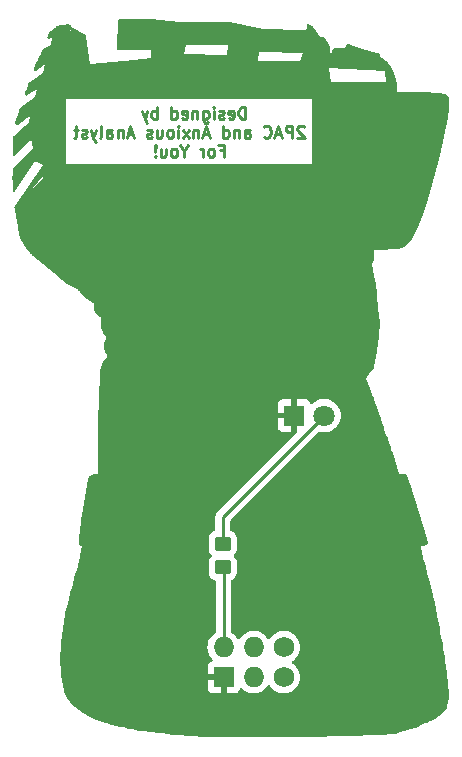
<source format=gbr>
%TF.GenerationSoftware,KiCad,Pcbnew,8.0.2*%
%TF.CreationDate,2024-05-14T21:00:48-05:00*%
%TF.ProjectId,AA Final edge cut repair,41412046-696e-4616-9c20-656467652063,rev?*%
%TF.SameCoordinates,Original*%
%TF.FileFunction,Copper,L2,Bot*%
%TF.FilePolarity,Positive*%
%FSLAX46Y46*%
G04 Gerber Fmt 4.6, Leading zero omitted, Abs format (unit mm)*
G04 Created by KiCad (PCBNEW 8.0.2) date 2024-05-14 21:00:48*
%MOMM*%
%LPD*%
G01*
G04 APERTURE LIST*
G04 Aperture macros list*
%AMRoundRect*
0 Rectangle with rounded corners*
0 $1 Rounding radius*
0 $2 $3 $4 $5 $6 $7 $8 $9 X,Y pos of 4 corners*
0 Add a 4 corners polygon primitive as box body*
4,1,4,$2,$3,$4,$5,$6,$7,$8,$9,$2,$3,0*
0 Add four circle primitives for the rounded corners*
1,1,$1+$1,$2,$3*
1,1,$1+$1,$4,$5*
1,1,$1+$1,$6,$7*
1,1,$1+$1,$8,$9*
0 Add four rect primitives between the rounded corners*
20,1,$1+$1,$2,$3,$4,$5,0*
20,1,$1+$1,$4,$5,$6,$7,0*
20,1,$1+$1,$6,$7,$8,$9,0*
20,1,$1+$1,$8,$9,$2,$3,0*%
G04 Aperture macros list end*
%ADD10C,0.250000*%
%TA.AperFunction,NonConductor*%
%ADD11C,0.250000*%
%TD*%
%TA.AperFunction,ComponentPad*%
%ADD12R,1.800000X1.800000*%
%TD*%
%TA.AperFunction,ComponentPad*%
%ADD13C,1.800000*%
%TD*%
%TA.AperFunction,ComponentPad*%
%ADD14O,1.727200X1.727200*%
%TD*%
%TA.AperFunction,ComponentPad*%
%ADD15R,1.727200X1.727200*%
%TD*%
%TA.AperFunction,ComponentPad*%
%ADD16C,1.727200*%
%TD*%
%TA.AperFunction,SMDPad,CuDef*%
%ADD17RoundRect,0.250000X-0.450000X0.350000X-0.450000X-0.350000X0.450000X-0.350000X0.450000X0.350000X0*%
%TD*%
%TA.AperFunction,ViaPad*%
%ADD18C,0.600000*%
%TD*%
%TA.AperFunction,Conductor*%
%ADD19C,0.250000*%
%TD*%
G04 APERTURE END LIST*
D10*
D11*
X47324285Y-30294731D02*
X47324285Y-29294731D01*
X47324285Y-29294731D02*
X47086190Y-29294731D01*
X47086190Y-29294731D02*
X46943333Y-29342350D01*
X46943333Y-29342350D02*
X46848095Y-29437588D01*
X46848095Y-29437588D02*
X46800476Y-29532826D01*
X46800476Y-29532826D02*
X46752857Y-29723302D01*
X46752857Y-29723302D02*
X46752857Y-29866159D01*
X46752857Y-29866159D02*
X46800476Y-30056635D01*
X46800476Y-30056635D02*
X46848095Y-30151873D01*
X46848095Y-30151873D02*
X46943333Y-30247112D01*
X46943333Y-30247112D02*
X47086190Y-30294731D01*
X47086190Y-30294731D02*
X47324285Y-30294731D01*
X45943333Y-30247112D02*
X46038571Y-30294731D01*
X46038571Y-30294731D02*
X46229047Y-30294731D01*
X46229047Y-30294731D02*
X46324285Y-30247112D01*
X46324285Y-30247112D02*
X46371904Y-30151873D01*
X46371904Y-30151873D02*
X46371904Y-29770921D01*
X46371904Y-29770921D02*
X46324285Y-29675683D01*
X46324285Y-29675683D02*
X46229047Y-29628064D01*
X46229047Y-29628064D02*
X46038571Y-29628064D01*
X46038571Y-29628064D02*
X45943333Y-29675683D01*
X45943333Y-29675683D02*
X45895714Y-29770921D01*
X45895714Y-29770921D02*
X45895714Y-29866159D01*
X45895714Y-29866159D02*
X46371904Y-29961397D01*
X45514761Y-30247112D02*
X45419523Y-30294731D01*
X45419523Y-30294731D02*
X45229047Y-30294731D01*
X45229047Y-30294731D02*
X45133809Y-30247112D01*
X45133809Y-30247112D02*
X45086190Y-30151873D01*
X45086190Y-30151873D02*
X45086190Y-30104254D01*
X45086190Y-30104254D02*
X45133809Y-30009016D01*
X45133809Y-30009016D02*
X45229047Y-29961397D01*
X45229047Y-29961397D02*
X45371904Y-29961397D01*
X45371904Y-29961397D02*
X45467142Y-29913778D01*
X45467142Y-29913778D02*
X45514761Y-29818540D01*
X45514761Y-29818540D02*
X45514761Y-29770921D01*
X45514761Y-29770921D02*
X45467142Y-29675683D01*
X45467142Y-29675683D02*
X45371904Y-29628064D01*
X45371904Y-29628064D02*
X45229047Y-29628064D01*
X45229047Y-29628064D02*
X45133809Y-29675683D01*
X44657618Y-30294731D02*
X44657618Y-29628064D01*
X44657618Y-29294731D02*
X44705237Y-29342350D01*
X44705237Y-29342350D02*
X44657618Y-29389969D01*
X44657618Y-29389969D02*
X44609999Y-29342350D01*
X44609999Y-29342350D02*
X44657618Y-29294731D01*
X44657618Y-29294731D02*
X44657618Y-29389969D01*
X43752857Y-29628064D02*
X43752857Y-30437588D01*
X43752857Y-30437588D02*
X43800476Y-30532826D01*
X43800476Y-30532826D02*
X43848095Y-30580445D01*
X43848095Y-30580445D02*
X43943333Y-30628064D01*
X43943333Y-30628064D02*
X44086190Y-30628064D01*
X44086190Y-30628064D02*
X44181428Y-30580445D01*
X43752857Y-30247112D02*
X43848095Y-30294731D01*
X43848095Y-30294731D02*
X44038571Y-30294731D01*
X44038571Y-30294731D02*
X44133809Y-30247112D01*
X44133809Y-30247112D02*
X44181428Y-30199492D01*
X44181428Y-30199492D02*
X44229047Y-30104254D01*
X44229047Y-30104254D02*
X44229047Y-29818540D01*
X44229047Y-29818540D02*
X44181428Y-29723302D01*
X44181428Y-29723302D02*
X44133809Y-29675683D01*
X44133809Y-29675683D02*
X44038571Y-29628064D01*
X44038571Y-29628064D02*
X43848095Y-29628064D01*
X43848095Y-29628064D02*
X43752857Y-29675683D01*
X43276666Y-29628064D02*
X43276666Y-30294731D01*
X43276666Y-29723302D02*
X43229047Y-29675683D01*
X43229047Y-29675683D02*
X43133809Y-29628064D01*
X43133809Y-29628064D02*
X42990952Y-29628064D01*
X42990952Y-29628064D02*
X42895714Y-29675683D01*
X42895714Y-29675683D02*
X42848095Y-29770921D01*
X42848095Y-29770921D02*
X42848095Y-30294731D01*
X41990952Y-30247112D02*
X42086190Y-30294731D01*
X42086190Y-30294731D02*
X42276666Y-30294731D01*
X42276666Y-30294731D02*
X42371904Y-30247112D01*
X42371904Y-30247112D02*
X42419523Y-30151873D01*
X42419523Y-30151873D02*
X42419523Y-29770921D01*
X42419523Y-29770921D02*
X42371904Y-29675683D01*
X42371904Y-29675683D02*
X42276666Y-29628064D01*
X42276666Y-29628064D02*
X42086190Y-29628064D01*
X42086190Y-29628064D02*
X41990952Y-29675683D01*
X41990952Y-29675683D02*
X41943333Y-29770921D01*
X41943333Y-29770921D02*
X41943333Y-29866159D01*
X41943333Y-29866159D02*
X42419523Y-29961397D01*
X41086190Y-30294731D02*
X41086190Y-29294731D01*
X41086190Y-30247112D02*
X41181428Y-30294731D01*
X41181428Y-30294731D02*
X41371904Y-30294731D01*
X41371904Y-30294731D02*
X41467142Y-30247112D01*
X41467142Y-30247112D02*
X41514761Y-30199492D01*
X41514761Y-30199492D02*
X41562380Y-30104254D01*
X41562380Y-30104254D02*
X41562380Y-29818540D01*
X41562380Y-29818540D02*
X41514761Y-29723302D01*
X41514761Y-29723302D02*
X41467142Y-29675683D01*
X41467142Y-29675683D02*
X41371904Y-29628064D01*
X41371904Y-29628064D02*
X41181428Y-29628064D01*
X41181428Y-29628064D02*
X41086190Y-29675683D01*
X39848094Y-30294731D02*
X39848094Y-29294731D01*
X39848094Y-29675683D02*
X39752856Y-29628064D01*
X39752856Y-29628064D02*
X39562380Y-29628064D01*
X39562380Y-29628064D02*
X39467142Y-29675683D01*
X39467142Y-29675683D02*
X39419523Y-29723302D01*
X39419523Y-29723302D02*
X39371904Y-29818540D01*
X39371904Y-29818540D02*
X39371904Y-30104254D01*
X39371904Y-30104254D02*
X39419523Y-30199492D01*
X39419523Y-30199492D02*
X39467142Y-30247112D01*
X39467142Y-30247112D02*
X39562380Y-30294731D01*
X39562380Y-30294731D02*
X39752856Y-30294731D01*
X39752856Y-30294731D02*
X39848094Y-30247112D01*
X39038570Y-29628064D02*
X38800475Y-30294731D01*
X38562380Y-29628064D02*
X38800475Y-30294731D01*
X38800475Y-30294731D02*
X38895713Y-30532826D01*
X38895713Y-30532826D02*
X38943332Y-30580445D01*
X38943332Y-30580445D02*
X39038570Y-30628064D01*
X52324286Y-30999913D02*
X52276667Y-30952294D01*
X52276667Y-30952294D02*
X52181429Y-30904675D01*
X52181429Y-30904675D02*
X51943334Y-30904675D01*
X51943334Y-30904675D02*
X51848096Y-30952294D01*
X51848096Y-30952294D02*
X51800477Y-30999913D01*
X51800477Y-30999913D02*
X51752858Y-31095151D01*
X51752858Y-31095151D02*
X51752858Y-31190389D01*
X51752858Y-31190389D02*
X51800477Y-31333246D01*
X51800477Y-31333246D02*
X52371905Y-31904675D01*
X52371905Y-31904675D02*
X51752858Y-31904675D01*
X51324286Y-31904675D02*
X51324286Y-30904675D01*
X51324286Y-30904675D02*
X50943334Y-30904675D01*
X50943334Y-30904675D02*
X50848096Y-30952294D01*
X50848096Y-30952294D02*
X50800477Y-30999913D01*
X50800477Y-30999913D02*
X50752858Y-31095151D01*
X50752858Y-31095151D02*
X50752858Y-31238008D01*
X50752858Y-31238008D02*
X50800477Y-31333246D01*
X50800477Y-31333246D02*
X50848096Y-31380865D01*
X50848096Y-31380865D02*
X50943334Y-31428484D01*
X50943334Y-31428484D02*
X51324286Y-31428484D01*
X50371905Y-31618960D02*
X49895715Y-31618960D01*
X50467143Y-31904675D02*
X50133810Y-30904675D01*
X50133810Y-30904675D02*
X49800477Y-31904675D01*
X48895715Y-31809436D02*
X48943334Y-31857056D01*
X48943334Y-31857056D02*
X49086191Y-31904675D01*
X49086191Y-31904675D02*
X49181429Y-31904675D01*
X49181429Y-31904675D02*
X49324286Y-31857056D01*
X49324286Y-31857056D02*
X49419524Y-31761817D01*
X49419524Y-31761817D02*
X49467143Y-31666579D01*
X49467143Y-31666579D02*
X49514762Y-31476103D01*
X49514762Y-31476103D02*
X49514762Y-31333246D01*
X49514762Y-31333246D02*
X49467143Y-31142770D01*
X49467143Y-31142770D02*
X49419524Y-31047532D01*
X49419524Y-31047532D02*
X49324286Y-30952294D01*
X49324286Y-30952294D02*
X49181429Y-30904675D01*
X49181429Y-30904675D02*
X49086191Y-30904675D01*
X49086191Y-30904675D02*
X48943334Y-30952294D01*
X48943334Y-30952294D02*
X48895715Y-30999913D01*
X47276667Y-31904675D02*
X47276667Y-31380865D01*
X47276667Y-31380865D02*
X47324286Y-31285627D01*
X47324286Y-31285627D02*
X47419524Y-31238008D01*
X47419524Y-31238008D02*
X47610000Y-31238008D01*
X47610000Y-31238008D02*
X47705238Y-31285627D01*
X47276667Y-31857056D02*
X47371905Y-31904675D01*
X47371905Y-31904675D02*
X47610000Y-31904675D01*
X47610000Y-31904675D02*
X47705238Y-31857056D01*
X47705238Y-31857056D02*
X47752857Y-31761817D01*
X47752857Y-31761817D02*
X47752857Y-31666579D01*
X47752857Y-31666579D02*
X47705238Y-31571341D01*
X47705238Y-31571341D02*
X47610000Y-31523722D01*
X47610000Y-31523722D02*
X47371905Y-31523722D01*
X47371905Y-31523722D02*
X47276667Y-31476103D01*
X46800476Y-31238008D02*
X46800476Y-31904675D01*
X46800476Y-31333246D02*
X46752857Y-31285627D01*
X46752857Y-31285627D02*
X46657619Y-31238008D01*
X46657619Y-31238008D02*
X46514762Y-31238008D01*
X46514762Y-31238008D02*
X46419524Y-31285627D01*
X46419524Y-31285627D02*
X46371905Y-31380865D01*
X46371905Y-31380865D02*
X46371905Y-31904675D01*
X45467143Y-31904675D02*
X45467143Y-30904675D01*
X45467143Y-31857056D02*
X45562381Y-31904675D01*
X45562381Y-31904675D02*
X45752857Y-31904675D01*
X45752857Y-31904675D02*
X45848095Y-31857056D01*
X45848095Y-31857056D02*
X45895714Y-31809436D01*
X45895714Y-31809436D02*
X45943333Y-31714198D01*
X45943333Y-31714198D02*
X45943333Y-31428484D01*
X45943333Y-31428484D02*
X45895714Y-31333246D01*
X45895714Y-31333246D02*
X45848095Y-31285627D01*
X45848095Y-31285627D02*
X45752857Y-31238008D01*
X45752857Y-31238008D02*
X45562381Y-31238008D01*
X45562381Y-31238008D02*
X45467143Y-31285627D01*
X44276666Y-31618960D02*
X43800476Y-31618960D01*
X44371904Y-31904675D02*
X44038571Y-30904675D01*
X44038571Y-30904675D02*
X43705238Y-31904675D01*
X43371904Y-31238008D02*
X43371904Y-31904675D01*
X43371904Y-31333246D02*
X43324285Y-31285627D01*
X43324285Y-31285627D02*
X43229047Y-31238008D01*
X43229047Y-31238008D02*
X43086190Y-31238008D01*
X43086190Y-31238008D02*
X42990952Y-31285627D01*
X42990952Y-31285627D02*
X42943333Y-31380865D01*
X42943333Y-31380865D02*
X42943333Y-31904675D01*
X42562380Y-31904675D02*
X42038571Y-31238008D01*
X42562380Y-31238008D02*
X42038571Y-31904675D01*
X41657618Y-31904675D02*
X41657618Y-31238008D01*
X41657618Y-30904675D02*
X41705237Y-30952294D01*
X41705237Y-30952294D02*
X41657618Y-30999913D01*
X41657618Y-30999913D02*
X41609999Y-30952294D01*
X41609999Y-30952294D02*
X41657618Y-30904675D01*
X41657618Y-30904675D02*
X41657618Y-30999913D01*
X41038571Y-31904675D02*
X41133809Y-31857056D01*
X41133809Y-31857056D02*
X41181428Y-31809436D01*
X41181428Y-31809436D02*
X41229047Y-31714198D01*
X41229047Y-31714198D02*
X41229047Y-31428484D01*
X41229047Y-31428484D02*
X41181428Y-31333246D01*
X41181428Y-31333246D02*
X41133809Y-31285627D01*
X41133809Y-31285627D02*
X41038571Y-31238008D01*
X41038571Y-31238008D02*
X40895714Y-31238008D01*
X40895714Y-31238008D02*
X40800476Y-31285627D01*
X40800476Y-31285627D02*
X40752857Y-31333246D01*
X40752857Y-31333246D02*
X40705238Y-31428484D01*
X40705238Y-31428484D02*
X40705238Y-31714198D01*
X40705238Y-31714198D02*
X40752857Y-31809436D01*
X40752857Y-31809436D02*
X40800476Y-31857056D01*
X40800476Y-31857056D02*
X40895714Y-31904675D01*
X40895714Y-31904675D02*
X41038571Y-31904675D01*
X39848095Y-31238008D02*
X39848095Y-31904675D01*
X40276666Y-31238008D02*
X40276666Y-31761817D01*
X40276666Y-31761817D02*
X40229047Y-31857056D01*
X40229047Y-31857056D02*
X40133809Y-31904675D01*
X40133809Y-31904675D02*
X39990952Y-31904675D01*
X39990952Y-31904675D02*
X39895714Y-31857056D01*
X39895714Y-31857056D02*
X39848095Y-31809436D01*
X39419523Y-31857056D02*
X39324285Y-31904675D01*
X39324285Y-31904675D02*
X39133809Y-31904675D01*
X39133809Y-31904675D02*
X39038571Y-31857056D01*
X39038571Y-31857056D02*
X38990952Y-31761817D01*
X38990952Y-31761817D02*
X38990952Y-31714198D01*
X38990952Y-31714198D02*
X39038571Y-31618960D01*
X39038571Y-31618960D02*
X39133809Y-31571341D01*
X39133809Y-31571341D02*
X39276666Y-31571341D01*
X39276666Y-31571341D02*
X39371904Y-31523722D01*
X39371904Y-31523722D02*
X39419523Y-31428484D01*
X39419523Y-31428484D02*
X39419523Y-31380865D01*
X39419523Y-31380865D02*
X39371904Y-31285627D01*
X39371904Y-31285627D02*
X39276666Y-31238008D01*
X39276666Y-31238008D02*
X39133809Y-31238008D01*
X39133809Y-31238008D02*
X39038571Y-31285627D01*
X37848094Y-31618960D02*
X37371904Y-31618960D01*
X37943332Y-31904675D02*
X37609999Y-30904675D01*
X37609999Y-30904675D02*
X37276666Y-31904675D01*
X36943332Y-31238008D02*
X36943332Y-31904675D01*
X36943332Y-31333246D02*
X36895713Y-31285627D01*
X36895713Y-31285627D02*
X36800475Y-31238008D01*
X36800475Y-31238008D02*
X36657618Y-31238008D01*
X36657618Y-31238008D02*
X36562380Y-31285627D01*
X36562380Y-31285627D02*
X36514761Y-31380865D01*
X36514761Y-31380865D02*
X36514761Y-31904675D01*
X35609999Y-31904675D02*
X35609999Y-31380865D01*
X35609999Y-31380865D02*
X35657618Y-31285627D01*
X35657618Y-31285627D02*
X35752856Y-31238008D01*
X35752856Y-31238008D02*
X35943332Y-31238008D01*
X35943332Y-31238008D02*
X36038570Y-31285627D01*
X35609999Y-31857056D02*
X35705237Y-31904675D01*
X35705237Y-31904675D02*
X35943332Y-31904675D01*
X35943332Y-31904675D02*
X36038570Y-31857056D01*
X36038570Y-31857056D02*
X36086189Y-31761817D01*
X36086189Y-31761817D02*
X36086189Y-31666579D01*
X36086189Y-31666579D02*
X36038570Y-31571341D01*
X36038570Y-31571341D02*
X35943332Y-31523722D01*
X35943332Y-31523722D02*
X35705237Y-31523722D01*
X35705237Y-31523722D02*
X35609999Y-31476103D01*
X34990951Y-31904675D02*
X35086189Y-31857056D01*
X35086189Y-31857056D02*
X35133808Y-31761817D01*
X35133808Y-31761817D02*
X35133808Y-30904675D01*
X34705236Y-31238008D02*
X34467141Y-31904675D01*
X34229046Y-31238008D02*
X34467141Y-31904675D01*
X34467141Y-31904675D02*
X34562379Y-32142770D01*
X34562379Y-32142770D02*
X34609998Y-32190389D01*
X34609998Y-32190389D02*
X34705236Y-32238008D01*
X33895712Y-31857056D02*
X33800474Y-31904675D01*
X33800474Y-31904675D02*
X33609998Y-31904675D01*
X33609998Y-31904675D02*
X33514760Y-31857056D01*
X33514760Y-31857056D02*
X33467141Y-31761817D01*
X33467141Y-31761817D02*
X33467141Y-31714198D01*
X33467141Y-31714198D02*
X33514760Y-31618960D01*
X33514760Y-31618960D02*
X33609998Y-31571341D01*
X33609998Y-31571341D02*
X33752855Y-31571341D01*
X33752855Y-31571341D02*
X33848093Y-31523722D01*
X33848093Y-31523722D02*
X33895712Y-31428484D01*
X33895712Y-31428484D02*
X33895712Y-31380865D01*
X33895712Y-31380865D02*
X33848093Y-31285627D01*
X33848093Y-31285627D02*
X33752855Y-31238008D01*
X33752855Y-31238008D02*
X33609998Y-31238008D01*
X33609998Y-31238008D02*
X33514760Y-31285627D01*
X33181426Y-31238008D02*
X32800474Y-31238008D01*
X33038569Y-30904675D02*
X33038569Y-31761817D01*
X33038569Y-31761817D02*
X32990950Y-31857056D01*
X32990950Y-31857056D02*
X32895712Y-31904675D01*
X32895712Y-31904675D02*
X32800474Y-31904675D01*
X45181428Y-32990809D02*
X45514761Y-32990809D01*
X45514761Y-33514619D02*
X45514761Y-32514619D01*
X45514761Y-32514619D02*
X45038571Y-32514619D01*
X44514761Y-33514619D02*
X44609999Y-33467000D01*
X44609999Y-33467000D02*
X44657618Y-33419380D01*
X44657618Y-33419380D02*
X44705237Y-33324142D01*
X44705237Y-33324142D02*
X44705237Y-33038428D01*
X44705237Y-33038428D02*
X44657618Y-32943190D01*
X44657618Y-32943190D02*
X44609999Y-32895571D01*
X44609999Y-32895571D02*
X44514761Y-32847952D01*
X44514761Y-32847952D02*
X44371904Y-32847952D01*
X44371904Y-32847952D02*
X44276666Y-32895571D01*
X44276666Y-32895571D02*
X44229047Y-32943190D01*
X44229047Y-32943190D02*
X44181428Y-33038428D01*
X44181428Y-33038428D02*
X44181428Y-33324142D01*
X44181428Y-33324142D02*
X44229047Y-33419380D01*
X44229047Y-33419380D02*
X44276666Y-33467000D01*
X44276666Y-33467000D02*
X44371904Y-33514619D01*
X44371904Y-33514619D02*
X44514761Y-33514619D01*
X43752856Y-33514619D02*
X43752856Y-32847952D01*
X43752856Y-33038428D02*
X43705237Y-32943190D01*
X43705237Y-32943190D02*
X43657618Y-32895571D01*
X43657618Y-32895571D02*
X43562380Y-32847952D01*
X43562380Y-32847952D02*
X43467142Y-32847952D01*
X42181427Y-33038428D02*
X42181427Y-33514619D01*
X42514760Y-32514619D02*
X42181427Y-33038428D01*
X42181427Y-33038428D02*
X41848094Y-32514619D01*
X41371903Y-33514619D02*
X41467141Y-33467000D01*
X41467141Y-33467000D02*
X41514760Y-33419380D01*
X41514760Y-33419380D02*
X41562379Y-33324142D01*
X41562379Y-33324142D02*
X41562379Y-33038428D01*
X41562379Y-33038428D02*
X41514760Y-32943190D01*
X41514760Y-32943190D02*
X41467141Y-32895571D01*
X41467141Y-32895571D02*
X41371903Y-32847952D01*
X41371903Y-32847952D02*
X41229046Y-32847952D01*
X41229046Y-32847952D02*
X41133808Y-32895571D01*
X41133808Y-32895571D02*
X41086189Y-32943190D01*
X41086189Y-32943190D02*
X41038570Y-33038428D01*
X41038570Y-33038428D02*
X41038570Y-33324142D01*
X41038570Y-33324142D02*
X41086189Y-33419380D01*
X41086189Y-33419380D02*
X41133808Y-33467000D01*
X41133808Y-33467000D02*
X41229046Y-33514619D01*
X41229046Y-33514619D02*
X41371903Y-33514619D01*
X40181427Y-32847952D02*
X40181427Y-33514619D01*
X40609998Y-32847952D02*
X40609998Y-33371761D01*
X40609998Y-33371761D02*
X40562379Y-33467000D01*
X40562379Y-33467000D02*
X40467141Y-33514619D01*
X40467141Y-33514619D02*
X40324284Y-33514619D01*
X40324284Y-33514619D02*
X40229046Y-33467000D01*
X40229046Y-33467000D02*
X40181427Y-33419380D01*
X39705236Y-33419380D02*
X39657617Y-33467000D01*
X39657617Y-33467000D02*
X39705236Y-33514619D01*
X39705236Y-33514619D02*
X39752855Y-33467000D01*
X39752855Y-33467000D02*
X39705236Y-33419380D01*
X39705236Y-33419380D02*
X39705236Y-33514619D01*
X39705236Y-33133666D02*
X39752855Y-32562238D01*
X39752855Y-32562238D02*
X39705236Y-32514619D01*
X39705236Y-32514619D02*
X39657617Y-32562238D01*
X39657617Y-32562238D02*
X39705236Y-33133666D01*
X39705236Y-33133666D02*
X39705236Y-32514619D01*
D12*
%TO.P,D1,1,K*%
%TO.N,GND*%
X51465000Y-55430000D03*
D13*
%TO.P,D1,2,A*%
%TO.N,Net-(D1-A)*%
X54005000Y-55430000D03*
%TD*%
D14*
%TO.P,X1,1,VCC*%
%TO.N,Net-(X1-VCC)*%
X45500000Y-75048400D03*
D15*
%TO.P,X1,2,GND*%
%TO.N,GND*%
X45500000Y-77588400D03*
D14*
%TO.P,X1,3,SDA*%
%TO.N,unconnected-(X1-SDA-Pad3)*%
X48040000Y-75048400D03*
%TO.P,X1,4,SCL*%
%TO.N,unconnected-(X1-SCL-Pad4)*%
X48040000Y-77588400D03*
D16*
%TO.P,X1,5,GPIO1*%
%TO.N,unconnected-(X1-GPIO1-Pad5)*%
X50580000Y-75048400D03*
%TO.P,X1,6,GPIO2*%
%TO.N,unconnected-(X1-GPIO2-Pad6)*%
X50580000Y-77588400D03*
%TD*%
D17*
%TO.P,R1,1*%
%TO.N,Net-(D1-A)*%
X45430000Y-66280000D03*
%TO.P,R1,2*%
%TO.N,Net-(X1-VCC)*%
X45430000Y-68280000D03*
%TD*%
D18*
%TO.N,GND*%
X37050000Y-25820000D03*
X57000000Y-27550000D03*
%TD*%
D19*
%TO.N,Net-(D1-A)*%
X45430000Y-66280000D02*
X45430000Y-64005000D01*
X45430000Y-64005000D02*
X54005000Y-55430000D01*
%TO.N,Net-(X1-VCC)*%
X45500000Y-75048400D02*
X45500000Y-68350000D01*
X45500000Y-68350000D02*
X45430000Y-68280000D01*
%TD*%
%TA.AperFunction,Conductor*%
%TO.N,GND*%
G36*
X39374467Y-21859980D02*
G01*
X39385504Y-21860512D01*
X41797585Y-22085085D01*
X42279999Y-22130000D01*
X42302718Y-22130120D01*
X46028705Y-22149939D01*
X46051090Y-22152099D01*
X48840000Y-22680000D01*
X52330000Y-22810000D01*
X52540000Y-22720000D01*
X52539843Y-22716244D01*
X52537811Y-22667465D01*
X52527911Y-22429887D01*
X52544787Y-22362089D01*
X52595640Y-22314175D01*
X52637524Y-22306361D01*
X52637067Y-22303161D01*
X52637074Y-22303160D01*
X52647445Y-22304510D01*
X52664325Y-22301361D01*
X52700235Y-22310577D01*
X52702969Y-22311737D01*
X52702984Y-22311739D01*
X52710518Y-22314931D01*
X52710519Y-22314932D01*
X52729797Y-22323100D01*
X52729822Y-22323121D01*
X52729825Y-22323112D01*
X52749027Y-22331254D01*
X52749027Y-22331253D01*
X52776360Y-22342843D01*
X52776403Y-22342850D01*
X52805064Y-22354995D01*
X52805063Y-22354996D01*
X52805083Y-22355002D01*
X52867338Y-22381398D01*
X52883536Y-22388266D01*
X52883535Y-22388267D01*
X52883548Y-22388271D01*
X52961340Y-22421271D01*
X52969826Y-22424871D01*
X53023854Y-22469173D01*
X53036028Y-22491734D01*
X53040484Y-22502535D01*
X53040495Y-22502589D01*
X53043880Y-22510765D01*
X53043928Y-22510880D01*
X53045325Y-22514264D01*
X53045338Y-22514284D01*
X53049709Y-22524840D01*
X53049709Y-22524841D01*
X53053584Y-22534201D01*
X53055081Y-22537815D01*
X53055123Y-22537917D01*
X53055623Y-22539129D01*
X53055624Y-22539130D01*
X53057587Y-22543870D01*
X53057551Y-22543884D01*
X53057649Y-22544020D01*
X53065172Y-22562254D01*
X53071294Y-22577091D01*
X53077018Y-22601403D01*
X53080832Y-22610248D01*
X53081483Y-22611786D01*
X53081706Y-22612323D01*
X53082393Y-22614012D01*
X53088349Y-22628972D01*
X53088419Y-22629033D01*
X53100455Y-22641127D01*
X53106518Y-22643541D01*
X53108109Y-22644187D01*
X53108715Y-22644438D01*
X53110227Y-22645076D01*
X53112342Y-22645984D01*
X53112343Y-22645986D01*
X53112344Y-22645986D01*
X53131815Y-22654354D01*
X53135417Y-22655045D01*
X53136816Y-22655602D01*
X53136306Y-22656881D01*
X53145792Y-22659487D01*
X53148827Y-22660190D01*
X53149393Y-22660477D01*
X53152369Y-22661295D01*
X53152659Y-22661439D01*
X53151458Y-22663856D01*
X53176925Y-22673194D01*
X53210512Y-22710796D01*
X53212705Y-22714588D01*
X53212718Y-22714621D01*
X53219229Y-22725877D01*
X53223622Y-22737545D01*
X53228660Y-22745104D01*
X53232158Y-22753094D01*
X53234568Y-22756400D01*
X53234584Y-22756422D01*
X53237143Y-22759934D01*
X53243027Y-22769237D01*
X53243748Y-22770189D01*
X53252260Y-22783011D01*
X53259565Y-22795654D01*
X53265754Y-22801527D01*
X53270676Y-22809113D01*
X53270758Y-22809196D01*
X53271279Y-22809998D01*
X53279104Y-22817517D01*
X53289623Y-22831958D01*
X53289666Y-22831994D01*
X53292811Y-22836309D01*
X53292826Y-22836322D01*
X53293089Y-22836683D01*
X53294582Y-22837945D01*
X53299525Y-22844612D01*
X53299851Y-22844907D01*
X53304265Y-22850861D01*
X53306010Y-22852425D01*
X53321097Y-22872308D01*
X53321936Y-22873427D01*
X53335448Y-22891658D01*
X53336051Y-22892478D01*
X53342070Y-22900740D01*
X53342850Y-22901823D01*
X53348786Y-22910158D01*
X53348846Y-22910242D01*
X53349087Y-22910581D01*
X53350826Y-22913093D01*
X53362857Y-22930931D01*
X53362995Y-22931136D01*
X53365724Y-22935211D01*
X53373820Y-22947300D01*
X53375818Y-22950383D01*
X53379529Y-22956301D01*
X53379597Y-22956410D01*
X53397266Y-22984807D01*
X53398593Y-22986990D01*
X53407598Y-23002150D01*
X53407607Y-23002164D01*
X53408992Y-23004497D01*
X53410339Y-23006764D01*
X53410234Y-23006825D01*
X53410723Y-23007413D01*
X53415450Y-23015480D01*
X53415939Y-23016876D01*
X53421939Y-23026983D01*
X53421946Y-23026999D01*
X53423847Y-23030202D01*
X53423878Y-23030286D01*
X53437335Y-23052952D01*
X53438762Y-23056873D01*
X53444915Y-23066812D01*
X53444981Y-23066987D01*
X53453246Y-23080341D01*
X53455006Y-23083275D01*
X53461138Y-23093822D01*
X53460360Y-23094274D01*
X53471902Y-23111728D01*
X53475303Y-23117172D01*
X53480051Y-23125229D01*
X53480559Y-23125795D01*
X53481478Y-23127343D01*
X53483860Y-23129952D01*
X53485450Y-23132540D01*
X53488364Y-23139520D01*
X53493804Y-23146937D01*
X53499480Y-23155381D01*
X53500716Y-23157393D01*
X53503514Y-23160176D01*
X53504961Y-23162149D01*
X53508648Y-23167461D01*
X53511851Y-23172343D01*
X53514396Y-23177798D01*
X53516596Y-23180490D01*
X53524003Y-23190549D01*
X53524704Y-23191609D01*
X53528526Y-23195096D01*
X53529643Y-23196463D01*
X53535401Y-23206539D01*
X53539936Y-23211456D01*
X53539948Y-23211475D01*
X53539949Y-23211475D01*
X53540020Y-23211552D01*
X53548142Y-23221456D01*
X53552258Y-23224823D01*
X53554090Y-23226809D01*
X53562703Y-23239630D01*
X53569340Y-23245697D01*
X53569341Y-23245698D01*
X53575862Y-23251658D01*
X53577294Y-23252990D01*
X53581462Y-23256925D01*
X53587503Y-23263038D01*
X53607593Y-23284829D01*
X53607625Y-23284851D01*
X53610471Y-23287937D01*
X53613722Y-23290277D01*
X53615744Y-23292425D01*
X53626903Y-23300347D01*
X53626909Y-23300351D01*
X53630441Y-23302859D01*
X53633284Y-23304877D01*
X53633314Y-23304900D01*
X53633471Y-23305012D01*
X53642979Y-23312476D01*
X53646650Y-23315659D01*
X53654587Y-23323998D01*
X53663559Y-23330319D01*
X53675669Y-23340818D01*
X53708149Y-23354155D01*
X53719171Y-23360985D01*
X53721138Y-23362462D01*
X53726921Y-23363738D01*
X53735399Y-23366493D01*
X53749222Y-23371920D01*
X53749274Y-23371945D01*
X53749274Y-23371944D01*
X53751284Y-23372876D01*
X53760447Y-23378251D01*
X53767146Y-23378393D01*
X53769866Y-23378995D01*
X53784490Y-23383187D01*
X53796666Y-23387502D01*
X53798396Y-23388327D01*
X53805852Y-23388534D01*
X53813852Y-23389611D01*
X53826071Y-23391884D01*
X53848209Y-23397163D01*
X53848603Y-23397177D01*
X53849213Y-23397322D01*
X53864184Y-23397185D01*
X53885589Y-23400573D01*
X53885811Y-23400563D01*
X53891252Y-23401425D01*
X53893933Y-23401303D01*
X53902196Y-23402512D01*
X53904581Y-23402382D01*
X53910990Y-23403290D01*
X53912192Y-23403468D01*
X53919489Y-23404597D01*
X53929001Y-23406453D01*
X53938178Y-23408620D01*
X53956745Y-23414580D01*
X53965718Y-23418261D01*
X53985498Y-23428541D01*
X53991584Y-23432436D01*
X54004718Y-23442116D01*
X54005000Y-23442354D01*
X54005063Y-23442407D01*
X54012383Y-23448597D01*
X54012398Y-23448609D01*
X54018788Y-23454406D01*
X54030167Y-23465473D01*
X54032120Y-23468353D01*
X54042395Y-23478630D01*
X54043264Y-23479937D01*
X54051619Y-23488365D01*
X54054541Y-23491415D01*
X54057477Y-23494586D01*
X54058486Y-23495291D01*
X54067273Y-23504155D01*
X54071337Y-23508455D01*
X54093013Y-23532515D01*
X54092588Y-23532897D01*
X54094607Y-23534451D01*
X54094944Y-23534157D01*
X54101425Y-23541545D01*
X54101783Y-23541954D01*
X54109152Y-23550428D01*
X54109152Y-23550429D01*
X54119425Y-23562244D01*
X54125762Y-23569594D01*
X54130413Y-23574988D01*
X54135074Y-23580733D01*
X54147348Y-23596822D01*
X54151503Y-23602268D01*
X54151794Y-23602862D01*
X54151858Y-23602814D01*
X54175532Y-23634127D01*
X54175568Y-23634174D01*
X54175889Y-23634599D01*
X54176127Y-23634915D01*
X54181710Y-23642356D01*
X54182018Y-23642768D01*
X54188531Y-23651524D01*
X54188817Y-23651911D01*
X54212346Y-23683800D01*
X54212481Y-23683923D01*
X54220412Y-23694676D01*
X54220690Y-23695055D01*
X54226644Y-23703192D01*
X54229239Y-23706877D01*
X54236609Y-23717758D01*
X54238505Y-23720643D01*
X54258466Y-23751958D01*
X54261357Y-23754892D01*
X54266387Y-23762318D01*
X54268284Y-23765204D01*
X54286586Y-23793915D01*
X54287472Y-23796235D01*
X54287637Y-23796134D01*
X54293604Y-23805793D01*
X54295413Y-23808817D01*
X54310179Y-23834312D01*
X54313230Y-23837781D01*
X54320144Y-23849719D01*
X54320416Y-23850189D01*
X54321124Y-23851428D01*
X54326867Y-23861614D01*
X54326867Y-23861615D01*
X54330860Y-23868698D01*
X54332554Y-23871806D01*
X54347172Y-23899575D01*
X54348003Y-23900603D01*
X54357558Y-23918825D01*
X54359011Y-23920639D01*
X54369532Y-23941155D01*
X54370420Y-23944266D01*
X54389265Y-23981017D01*
X54390877Y-23984278D01*
X54397558Y-23998306D01*
X54399516Y-24002630D01*
X54401950Y-24008289D01*
X54401953Y-24008299D01*
X54401955Y-24008299D01*
X54402691Y-24010010D01*
X54402691Y-24010011D01*
X54406945Y-24019902D01*
X54406945Y-24019904D01*
X54409902Y-24026779D01*
X54411341Y-24030272D01*
X54426733Y-24069302D01*
X54428682Y-24072354D01*
X54436781Y-24093338D01*
X54437369Y-24096710D01*
X54452153Y-24135008D01*
X54453473Y-24138590D01*
X54454753Y-24142236D01*
X54454781Y-24142316D01*
X54459269Y-24155106D01*
X54461678Y-24161968D01*
X54463107Y-24166293D01*
X54463245Y-24166739D01*
X54465796Y-24174960D01*
X54466016Y-24175667D01*
X54466016Y-24175668D01*
X54467911Y-24181775D01*
X54467912Y-24181778D01*
X54469131Y-24185706D01*
X54469137Y-24185753D01*
X54475588Y-24206539D01*
X54475588Y-24206540D01*
X54481853Y-24226729D01*
X54481871Y-24226847D01*
X54481888Y-24226842D01*
X54481889Y-24226844D01*
X54483270Y-24231310D01*
X54485448Y-24239290D01*
X54487146Y-24246443D01*
X54487148Y-24246460D01*
X54487150Y-24246460D01*
X54502701Y-24312007D01*
X54504198Y-24319281D01*
X54505385Y-24326072D01*
X54505387Y-24326085D01*
X54505881Y-24328913D01*
X54505884Y-24328936D01*
X54507364Y-24337404D01*
X54507372Y-24337503D01*
X54507381Y-24337502D01*
X54514164Y-24376496D01*
X54514877Y-24381104D01*
X54515198Y-24383474D01*
X54515203Y-24383556D01*
X54515209Y-24383556D01*
X54515259Y-24383927D01*
X54515261Y-24383954D01*
X54516807Y-24395388D01*
X54516808Y-24395396D01*
X54522369Y-24436564D01*
X54522971Y-24441885D01*
X54524220Y-24455560D01*
X54524241Y-24455786D01*
X54524265Y-24456045D01*
X54524265Y-24456046D01*
X54524477Y-24458374D01*
X54524717Y-24461002D01*
X54527388Y-24490253D01*
X54526626Y-24497466D01*
X54527641Y-24508642D01*
X54527450Y-24510455D01*
X54530416Y-24543114D01*
X54530794Y-24548661D01*
X54530855Y-24549994D01*
X54530857Y-24550025D01*
X54532303Y-24581803D01*
X54532697Y-24583403D01*
X54532926Y-24588564D01*
X54533048Y-24594061D01*
X54533048Y-24629241D01*
X54533795Y-24632623D01*
X54533971Y-24636800D01*
X54533698Y-24638568D01*
X54534711Y-24662607D01*
X54534821Y-24667826D01*
X54534821Y-24680369D01*
X54531474Y-24698069D01*
X54531929Y-24722020D01*
X54540084Y-24741706D01*
X54540567Y-24742415D01*
X54555919Y-24757194D01*
X54565465Y-24761148D01*
X54565466Y-24761149D01*
X54565467Y-24761149D01*
X54575607Y-24765349D01*
X54576446Y-24765508D01*
X54587419Y-24765299D01*
X54587421Y-24765300D01*
X54587422Y-24765299D01*
X54597755Y-24765103D01*
X54607301Y-24761149D01*
X54607302Y-24761149D01*
X54607303Y-24761147D01*
X54617452Y-24756944D01*
X54618141Y-24756474D01*
X54625759Y-24748560D01*
X54625761Y-24748560D01*
X54625761Y-24748558D01*
X54632928Y-24741115D01*
X54636882Y-24731568D01*
X54636884Y-24731567D01*
X54636884Y-24731565D01*
X54641084Y-24721427D01*
X54645444Y-24698368D01*
X54655215Y-24673454D01*
X54655214Y-24673453D01*
X54666200Y-24645442D01*
X54669395Y-24637295D01*
X54669394Y-24637294D01*
X54682881Y-24602908D01*
X54682886Y-24602891D01*
X54683575Y-24601136D01*
X54683574Y-24601135D01*
X54684261Y-24599383D01*
X54696877Y-24567217D01*
X54696880Y-24567212D01*
X54709682Y-24534567D01*
X54709683Y-24534565D01*
X54711179Y-24530749D01*
X54711210Y-24530666D01*
X54716203Y-24517934D01*
X54717238Y-24516306D01*
X54725341Y-24495112D01*
X54725342Y-24495112D01*
X54732601Y-24476122D01*
X54732969Y-24475176D01*
X54733658Y-24473419D01*
X54761511Y-24430915D01*
X54786052Y-24406426D01*
X54786144Y-24406334D01*
X54792147Y-24400356D01*
X54800973Y-24391567D01*
X54800973Y-24391566D01*
X54818481Y-24374132D01*
X54818551Y-24374026D01*
X54820196Y-24372389D01*
X54881601Y-24339054D01*
X54907663Y-24336284D01*
X54920319Y-24336284D01*
X55026313Y-24336284D01*
X55131954Y-24336284D01*
X55237949Y-24336284D01*
X55343589Y-24336284D01*
X55449584Y-24336284D01*
X55555224Y-24336284D01*
X55643410Y-24336284D01*
X55666520Y-24338457D01*
X55671949Y-24339487D01*
X55671949Y-24339486D01*
X55671950Y-24339487D01*
X55674837Y-24338885D01*
X55700106Y-24336284D01*
X55703052Y-24336284D01*
X55703055Y-24336284D01*
X55703057Y-24336281D01*
X55708135Y-24334178D01*
X55708258Y-24334139D01*
X55708354Y-24334061D01*
X55712903Y-24330961D01*
X55712908Y-24330961D01*
X55714523Y-24328496D01*
X55730553Y-24308785D01*
X55732637Y-24306702D01*
X55732637Y-24306700D01*
X55734753Y-24301592D01*
X55745604Y-24281073D01*
X55753243Y-24269417D01*
X55768809Y-24245667D01*
X55768808Y-24245666D01*
X55778337Y-24231128D01*
X55779199Y-24229814D01*
X55826451Y-24157716D01*
X55827578Y-24155995D01*
X55827600Y-24155976D01*
X55827595Y-24155973D01*
X55844781Y-24129748D01*
X55844782Y-24129748D01*
X55862557Y-24102624D01*
X55862604Y-24102580D01*
X55888901Y-24062431D01*
X55888919Y-24062402D01*
X55888920Y-24062401D01*
X55900683Y-24044453D01*
X55900682Y-24044452D01*
X55912365Y-24026627D01*
X55965577Y-23981346D01*
X56034821Y-23972022D01*
X56058510Y-23978083D01*
X56061380Y-23979128D01*
X56061381Y-23979129D01*
X56114690Y-23998544D01*
X56114989Y-23998724D01*
X56137658Y-24006941D01*
X56137659Y-24006942D01*
X56147745Y-24010598D01*
X56157243Y-24014041D01*
X56157421Y-24014106D01*
X56199960Y-24029599D01*
X56200307Y-24029651D01*
X56207815Y-24032373D01*
X56234033Y-24041877D01*
X56234206Y-24041940D01*
X56277456Y-24057691D01*
X56290387Y-24062400D01*
X56290388Y-24062401D01*
X56343410Y-24081710D01*
X56343706Y-24081890D01*
X56386402Y-24097368D01*
X56386570Y-24097429D01*
X56405915Y-24104474D01*
X56429278Y-24112982D01*
X56429613Y-24113031D01*
X56443372Y-24118019D01*
X56462687Y-24125021D01*
X56462680Y-24125038D01*
X56462853Y-24125081D01*
X56497815Y-24137814D01*
X56502827Y-24140764D01*
X56520500Y-24146660D01*
X56520501Y-24146662D01*
X56538168Y-24152557D01*
X56541267Y-24153639D01*
X56576253Y-24166381D01*
X56582005Y-24167186D01*
X56592038Y-24170534D01*
X56592115Y-24170577D01*
X56622594Y-24180735D01*
X56633290Y-24184300D01*
X56633332Y-24184329D01*
X56633337Y-24184316D01*
X56646734Y-24188787D01*
X56678432Y-24199365D01*
X56678510Y-24199374D01*
X56684891Y-24201501D01*
X56685054Y-24201593D01*
X56707722Y-24209128D01*
X56707723Y-24209129D01*
X56727154Y-24215588D01*
X56727238Y-24215647D01*
X56727248Y-24215620D01*
X56771172Y-24230261D01*
X56771354Y-24230283D01*
X56820900Y-24246754D01*
X56821020Y-24246837D01*
X56821033Y-24246799D01*
X56866276Y-24261897D01*
X56873154Y-24264192D01*
X56873231Y-24264234D01*
X56895219Y-24271562D01*
X56895220Y-24271563D01*
X56914407Y-24277958D01*
X56914449Y-24277987D01*
X56914454Y-24277974D01*
X56959548Y-24293023D01*
X56959627Y-24293032D01*
X56983106Y-24300858D01*
X57007410Y-24308959D01*
X57007446Y-24308984D01*
X57007450Y-24308973D01*
X57059029Y-24326185D01*
X57059261Y-24326317D01*
X57082426Y-24334017D01*
X57082427Y-24334018D01*
X57102008Y-24340527D01*
X57122065Y-24347221D01*
X57122065Y-24347220D01*
X57146013Y-24355213D01*
X57146276Y-24355244D01*
X57196244Y-24371857D01*
X57196376Y-24371901D01*
X57248130Y-24389172D01*
X57253242Y-24391995D01*
X57271049Y-24397401D01*
X57271050Y-24397403D01*
X57288801Y-24402792D01*
X57291986Y-24403808D01*
X57327261Y-24415580D01*
X57333063Y-24416232D01*
X57345097Y-24419886D01*
X57345165Y-24419922D01*
X57368196Y-24426907D01*
X57368197Y-24426908D01*
X57387436Y-24432743D01*
X57387471Y-24432766D01*
X57387475Y-24432755D01*
X57400020Y-24436564D01*
X57408214Y-24439052D01*
X57408214Y-24439051D01*
X57433845Y-24446834D01*
X57433916Y-24446839D01*
X57461359Y-24455162D01*
X57483965Y-24462019D01*
X57483964Y-24462020D01*
X57483987Y-24462025D01*
X57547823Y-24481408D01*
X57547826Y-24481410D01*
X57562447Y-24485849D01*
X57562448Y-24485850D01*
X57687525Y-24523829D01*
X57697621Y-24526895D01*
X57699611Y-24527499D01*
X57742089Y-24540398D01*
X57742094Y-24540400D01*
X57756711Y-24544838D01*
X57756712Y-24544839D01*
X57784403Y-24553247D01*
X57784409Y-24553251D01*
X57784409Y-24553249D01*
X57790599Y-24555128D01*
X57795730Y-24556687D01*
X57795729Y-24556687D01*
X57815850Y-24562796D01*
X57839213Y-24569889D01*
X57839218Y-24569892D01*
X57878446Y-24581803D01*
X57936347Y-24599384D01*
X57936353Y-24599387D01*
X57997716Y-24618019D01*
X58027888Y-24627180D01*
X58038257Y-24632334D01*
X58050688Y-24635312D01*
X58050689Y-24635313D01*
X58065963Y-24638972D01*
X58073099Y-24640908D01*
X58088141Y-24645476D01*
X58088141Y-24645475D01*
X58100390Y-24649195D01*
X58111939Y-24649987D01*
X58158036Y-24661031D01*
X58158135Y-24661088D01*
X58158142Y-24661057D01*
X58158145Y-24661058D01*
X58200338Y-24671208D01*
X58200535Y-24671300D01*
X58224038Y-24676931D01*
X58244172Y-24681755D01*
X58264673Y-24686687D01*
X58264673Y-24686686D01*
X58289333Y-24692619D01*
X58289545Y-24692625D01*
X58312263Y-24698069D01*
X58330606Y-24702464D01*
X58330605Y-24702465D01*
X58330630Y-24702469D01*
X58418520Y-24723563D01*
X58418520Y-24723565D01*
X58418560Y-24723572D01*
X58460540Y-24733672D01*
X58460744Y-24733765D01*
X58484239Y-24739393D01*
X58484240Y-24739394D01*
X58504390Y-24744221D01*
X58524875Y-24749150D01*
X58524875Y-24749149D01*
X58549530Y-24755082D01*
X58549747Y-24755089D01*
X58643238Y-24777489D01*
X58703846Y-24812252D01*
X58736038Y-24874263D01*
X58737814Y-24886607D01*
X58740839Y-24919177D01*
X58740841Y-24919183D01*
X58743769Y-24950695D01*
X58743769Y-24950702D01*
X58743770Y-24950702D01*
X58747540Y-24991300D01*
X58750057Y-25018384D01*
X58750058Y-25018396D01*
X58750944Y-25027940D01*
X58751156Y-25048296D01*
X58750389Y-25058953D01*
X58750683Y-25059836D01*
X58756475Y-25087453D01*
X58756542Y-25088173D01*
X58756562Y-25088382D01*
X58759485Y-25093923D01*
X58763582Y-25098655D01*
X58764404Y-25099067D01*
X58788042Y-25114506D01*
X58788755Y-25115098D01*
X58788758Y-25115097D01*
X58798144Y-25118001D01*
X58816460Y-25125308D01*
X58826169Y-25130108D01*
X58826170Y-25130109D01*
X58844791Y-25139315D01*
X58863427Y-25148633D01*
X58863427Y-25148632D01*
X58885396Y-25159617D01*
X58886015Y-25159786D01*
X58896765Y-25165160D01*
X58907516Y-25170536D01*
X58907601Y-25170615D01*
X58907616Y-25170587D01*
X58949076Y-25191362D01*
X58949273Y-25191414D01*
X58960909Y-25197231D01*
X58961040Y-25197332D01*
X58982342Y-25207983D01*
X59000697Y-25217161D01*
X59000775Y-25217234D01*
X59000789Y-25217208D01*
X59013201Y-25223427D01*
X59037133Y-25239110D01*
X59065431Y-25262740D01*
X59065816Y-25263062D01*
X59081536Y-25276308D01*
X59081536Y-25276307D01*
X59099717Y-25291626D01*
X59100614Y-25292116D01*
X59108897Y-25299032D01*
X59109325Y-25299391D01*
X59136391Y-25322197D01*
X59136394Y-25322199D01*
X59161027Y-25342955D01*
X59161673Y-25343759D01*
X59179757Y-25358858D01*
X59179758Y-25358859D01*
X59195662Y-25372138D01*
X59211637Y-25385599D01*
X59211637Y-25385598D01*
X59229813Y-25400914D01*
X59230714Y-25401406D01*
X59239352Y-25408619D01*
X59248608Y-25416418D01*
X59248685Y-25416512D01*
X59266507Y-25431514D01*
X59266508Y-25431515D01*
X59283290Y-25445641D01*
X59283327Y-25445697D01*
X59283339Y-25445684D01*
X59291278Y-25452374D01*
X59291774Y-25452990D01*
X59325496Y-25481172D01*
X59325835Y-25481456D01*
X59346448Y-25498808D01*
X59373761Y-25531295D01*
X59374467Y-25532508D01*
X59374868Y-25533652D01*
X59384326Y-25549477D01*
X59385074Y-25550746D01*
X59392912Y-25564221D01*
X59393599Y-25564990D01*
X59396653Y-25570099D01*
X59397410Y-25571383D01*
X59400351Y-25576440D01*
X59400669Y-25577350D01*
X59408601Y-25590642D01*
X59409302Y-25591831D01*
X59418838Y-25608225D01*
X59419611Y-25609090D01*
X59420932Y-25611304D01*
X59422552Y-25614019D01*
X59423245Y-25615196D01*
X59426229Y-25620326D01*
X59426628Y-25621465D01*
X59436044Y-25637218D01*
X59436797Y-25638496D01*
X59445184Y-25652917D01*
X59451787Y-25671726D01*
X59464114Y-25692239D01*
X59483563Y-25706699D01*
X59503099Y-25715939D01*
X59512013Y-25722535D01*
X59509621Y-25725766D01*
X59529595Y-25737461D01*
X59532005Y-25740095D01*
X59535048Y-25743518D01*
X59535082Y-25743574D01*
X59546166Y-25756034D01*
X59546177Y-25756046D01*
X59548539Y-25758702D01*
X59553210Y-25764276D01*
X59560780Y-25773866D01*
X59561914Y-25775836D01*
X59570496Y-25784701D01*
X59576707Y-25791618D01*
X59577638Y-25792737D01*
X59579698Y-25794207D01*
X59582784Y-25797395D01*
X59586374Y-25801265D01*
X59596352Y-25812492D01*
X59612754Y-25835908D01*
X59613188Y-25836711D01*
X59614693Y-25841339D01*
X59621161Y-25852713D01*
X59621174Y-25852747D01*
X59621817Y-25853875D01*
X59624968Y-25859775D01*
X59630098Y-25870038D01*
X59630133Y-25870081D01*
X59631495Y-25872805D01*
X59631540Y-25872861D01*
X59632710Y-25875201D01*
X59634075Y-25876827D01*
X59640117Y-25887025D01*
X59642467Y-25891172D01*
X59642571Y-25891364D01*
X59642707Y-25891772D01*
X59644271Y-25894537D01*
X59647008Y-25899646D01*
X59647079Y-25899731D01*
X59650791Y-25906660D01*
X59651330Y-25907312D01*
X59652415Y-25909320D01*
X59655111Y-25912433D01*
X59655216Y-25912609D01*
X59656501Y-25914815D01*
X59671061Y-25940404D01*
X59671079Y-25940425D01*
X59676899Y-25950651D01*
X59673231Y-25952738D01*
X59673650Y-25953317D01*
X59677212Y-25951290D01*
X59684596Y-25964259D01*
X59684614Y-25964302D01*
X59697684Y-25987243D01*
X59697730Y-25987323D01*
X59698545Y-25988756D01*
X59699670Y-25990778D01*
X59715678Y-26020189D01*
X59715729Y-26020250D01*
X59719123Y-26026485D01*
X59721793Y-26029635D01*
X59724541Y-26034490D01*
X59726208Y-26037533D01*
X59729953Y-26044604D01*
X59729965Y-26044628D01*
X59732731Y-26049853D01*
X59732754Y-26049894D01*
X59735186Y-26054488D01*
X59736832Y-26057596D01*
X59737060Y-26058027D01*
X59737060Y-26058028D01*
X59739561Y-26062752D01*
X59743192Y-26069610D01*
X59743206Y-26069635D01*
X59743211Y-26069657D01*
X59743216Y-26069655D01*
X59748099Y-26078880D01*
X59749535Y-26081679D01*
X59751712Y-26086057D01*
X59751734Y-26086134D01*
X59768378Y-26119604D01*
X59768445Y-26119889D01*
X59768505Y-26119860D01*
X59776046Y-26135112D01*
X59776573Y-26136194D01*
X59777798Y-26138733D01*
X59779015Y-26141258D01*
X59779477Y-26143036D01*
X59798180Y-26181746D01*
X59799086Y-26183664D01*
X59807202Y-26201259D01*
X59807203Y-26201259D01*
X59815870Y-26220049D01*
X59818071Y-26223021D01*
X59831655Y-26251130D01*
X59831679Y-26251238D01*
X59831702Y-26251228D01*
X59833150Y-26254231D01*
X59834423Y-26256955D01*
X59843135Y-26276202D01*
X59843479Y-26277654D01*
X59852952Y-26298630D01*
X59853725Y-26300380D01*
X59854448Y-26302051D01*
X59859269Y-26313201D01*
X59859350Y-26313557D01*
X59860504Y-26316106D01*
X59861354Y-26318028D01*
X59863400Y-26322762D01*
X59863729Y-26323226D01*
X59868365Y-26333465D01*
X59868365Y-26333467D01*
X59868997Y-26334863D01*
X59869801Y-26336680D01*
X59874575Y-26347713D01*
X59874681Y-26348172D01*
X59876373Y-26351909D01*
X59877212Y-26353804D01*
X59878469Y-26356709D01*
X59878686Y-26357020D01*
X59883516Y-26367689D01*
X59884380Y-26369640D01*
X59894454Y-26392953D01*
X59895443Y-26394377D01*
X59903736Y-26413530D01*
X59904831Y-26416143D01*
X59906188Y-26419487D01*
X59906207Y-26419584D01*
X59906225Y-26419577D01*
X59910738Y-26430723D01*
X59910758Y-26430822D01*
X59920717Y-26455372D01*
X59920746Y-26455445D01*
X59923507Y-26462264D01*
X59923522Y-26462287D01*
X59927373Y-26471780D01*
X59927391Y-26471870D01*
X59927407Y-26471864D01*
X59932337Y-26484041D01*
X59932354Y-26484127D01*
X59940938Y-26505285D01*
X59940971Y-26505366D01*
X59945014Y-26515352D01*
X59945033Y-26515381D01*
X59948424Y-26523739D01*
X59949619Y-26526691D01*
X59951197Y-26530589D01*
X59951869Y-26534323D01*
X59952137Y-26534222D01*
X59960884Y-26557242D01*
X59960884Y-26557243D01*
X59967759Y-26575338D01*
X59968518Y-26577391D01*
X59983093Y-26617953D01*
X59983981Y-26619429D01*
X59985207Y-26622834D01*
X59985807Y-26626596D01*
X60000016Y-26664061D01*
X60000771Y-26666107D01*
X60002646Y-26671326D01*
X60003059Y-26674272D01*
X60003499Y-26674125D01*
X60015310Y-26709356D01*
X60015531Y-26711061D01*
X60023086Y-26733604D01*
X60023753Y-26735654D01*
X60025863Y-26742335D01*
X60025915Y-26742428D01*
X60031226Y-26759197D01*
X60031971Y-26760556D01*
X60033342Y-26764901D01*
X60033603Y-26767087D01*
X60040547Y-26787796D01*
X60041230Y-26789896D01*
X60042398Y-26793596D01*
X60042631Y-26794013D01*
X60046555Y-26805716D01*
X60047233Y-26807797D01*
X60048810Y-26812791D01*
X60048818Y-26812819D01*
X60051900Y-26822587D01*
X60052643Y-26825029D01*
X60057012Y-26839939D01*
X60057625Y-26842103D01*
X60060633Y-26853104D01*
X60060810Y-26855325D01*
X60066944Y-26876262D01*
X60067552Y-26878409D01*
X60068598Y-26882233D01*
X60068821Y-26882669D01*
X60070375Y-26887974D01*
X60070535Y-26889708D01*
X60077199Y-26912470D01*
X60077798Y-26914585D01*
X60084189Y-26937943D01*
X60084969Y-26939511D01*
X60092053Y-26965416D01*
X60092686Y-26967822D01*
X60096604Y-26983369D01*
X60097129Y-26985539D01*
X60099725Y-26996721D01*
X60099818Y-26998974D01*
X60105004Y-27019560D01*
X60105548Y-27021808D01*
X60106514Y-27025970D01*
X60106744Y-27026467D01*
X60109620Y-27037886D01*
X60110160Y-27040118D01*
X60116057Y-27065508D01*
X60116094Y-27065588D01*
X60120047Y-27082582D01*
X60120745Y-27084126D01*
X60126590Y-27109301D01*
X60127573Y-27113933D01*
X60129234Y-27122572D01*
X60129235Y-27122658D01*
X60137523Y-27165673D01*
X60137520Y-27165673D01*
X60137530Y-27165711D01*
X60145960Y-27209542D01*
X60145972Y-27209572D01*
X60147735Y-27218737D01*
X60147736Y-27218745D01*
X60154334Y-27253057D01*
X60155385Y-27259407D01*
X60158278Y-27280228D01*
X60158285Y-27280342D01*
X60158294Y-27280341D01*
X60158791Y-27283942D01*
X60158801Y-27284031D01*
X60159585Y-27289675D01*
X60159594Y-27289744D01*
X60162874Y-27313454D01*
X60163437Y-27318196D01*
X60165894Y-27342946D01*
X60165895Y-27342977D01*
X60165897Y-27342977D01*
X60170435Y-27388810D01*
X60170453Y-27388867D01*
X60170614Y-27390492D01*
X60170618Y-27390573D01*
X60170622Y-27390573D01*
X60170643Y-27390776D01*
X60170647Y-27390831D01*
X60174215Y-27426785D01*
X60174459Y-27429566D01*
X60175524Y-27443480D01*
X60175526Y-27443502D01*
X60176814Y-27460372D01*
X60177333Y-27467159D01*
X60177334Y-27467171D01*
X60179022Y-27489273D01*
X60179025Y-27489286D01*
X60179983Y-27501805D01*
X60179984Y-27501830D01*
X60181050Y-27515804D01*
X60181055Y-27515856D01*
X60182653Y-27536755D01*
X60182654Y-27536767D01*
X60185631Y-27575751D01*
X60185694Y-27576616D01*
X60188446Y-27616309D01*
X60188446Y-27616322D01*
X60188447Y-27616322D01*
X60192192Y-27670414D01*
X60192197Y-27670429D01*
X60192700Y-27677677D01*
X60192701Y-27677688D01*
X60193969Y-27695983D01*
X60193970Y-27695999D01*
X60196875Y-27737901D01*
X60196996Y-27739882D01*
X60197948Y-27757756D01*
X60197948Y-27757782D01*
X60197950Y-27757782D01*
X60199012Y-27777796D01*
X60200077Y-27797805D01*
X60200078Y-27797825D01*
X60201139Y-27817819D01*
X60201909Y-27832286D01*
X60201909Y-27832302D01*
X60204574Y-27882483D01*
X60204577Y-27882497D01*
X60204660Y-27884049D01*
X60204384Y-27885900D01*
X60204525Y-27885894D01*
X60205553Y-27909825D01*
X60205281Y-27911592D01*
X60206321Y-27935890D01*
X60206434Y-27941192D01*
X60206434Y-27972939D01*
X60207143Y-27976502D01*
X60207143Y-27982631D01*
X60208289Y-27985240D01*
X60221111Y-27997009D01*
X60224940Y-28000678D01*
X60237223Y-28012961D01*
X60239056Y-28013675D01*
X60239257Y-28013666D01*
X60239258Y-28013667D01*
X60256454Y-28012931D01*
X60261755Y-28012818D01*
X60265439Y-28012818D01*
X60271111Y-28012818D01*
X60276783Y-28012818D01*
X60282101Y-28012818D01*
X60287773Y-28012818D01*
X60293445Y-28012818D01*
X60298408Y-28012818D01*
X60303371Y-28012818D01*
X60308334Y-28012818D01*
X60313297Y-28012818D01*
X60318260Y-28012818D01*
X60323223Y-28012818D01*
X60328186Y-28012818D01*
X60332794Y-28012818D01*
X60336339Y-28012818D01*
X60339884Y-28012818D01*
X60343429Y-28012818D01*
X60346974Y-28012818D01*
X60350519Y-28012818D01*
X60354064Y-28012818D01*
X60357609Y-28012818D01*
X60361154Y-28012818D01*
X60362572Y-28012818D01*
X60363990Y-28012818D01*
X60365408Y-28012818D01*
X60366826Y-28012818D01*
X60368244Y-28012818D01*
X60369662Y-28012818D01*
X60371080Y-28012818D01*
X60372498Y-28012818D01*
X60376397Y-28012818D01*
X60380297Y-28012818D01*
X60384196Y-28012818D01*
X60388096Y-28012818D01*
X60391995Y-28012818D01*
X60395895Y-28012818D01*
X60399794Y-28012818D01*
X60403694Y-28012818D01*
X60407593Y-28012818D01*
X60411138Y-28012818D01*
X60415038Y-28012818D01*
X60418937Y-28012818D01*
X60422836Y-28012818D01*
X60426736Y-28012818D01*
X60430635Y-28012818D01*
X60434535Y-28012818D01*
X60438434Y-28012818D01*
X60442334Y-28012818D01*
X60446233Y-28012818D01*
X60449778Y-28012818D01*
X60453678Y-28012818D01*
X60457577Y-28012818D01*
X60461477Y-28012818D01*
X60465376Y-28012818D01*
X60469276Y-28012818D01*
X60473175Y-28012818D01*
X60477075Y-28012818D01*
X60480974Y-28012818D01*
X60484874Y-28012818D01*
X60488419Y-28012818D01*
X60492318Y-28012818D01*
X60496218Y-28012818D01*
X60500117Y-28012818D01*
X60504017Y-28012818D01*
X60507916Y-28012818D01*
X60511815Y-28012818D01*
X60515715Y-28012818D01*
X60519614Y-28012818D01*
X60523514Y-28012818D01*
X60527059Y-28012818D01*
X60530958Y-28012818D01*
X60534858Y-28012818D01*
X60538757Y-28012818D01*
X60542657Y-28012818D01*
X60546556Y-28012818D01*
X60550456Y-28012818D01*
X60554355Y-28012818D01*
X60558255Y-28012818D01*
X60562154Y-28012818D01*
X60565699Y-28012818D01*
X60569599Y-28012818D01*
X60573498Y-28012818D01*
X60577398Y-28012818D01*
X60581297Y-28012818D01*
X60585197Y-28012818D01*
X60589096Y-28012818D01*
X60592996Y-28012818D01*
X60596895Y-28012818D01*
X60600794Y-28012818D01*
X60604339Y-28012818D01*
X60608239Y-28012818D01*
X60612138Y-28012818D01*
X60616038Y-28012818D01*
X60619937Y-28012818D01*
X60623837Y-28012818D01*
X60627736Y-28012818D01*
X60631636Y-28012818D01*
X60635535Y-28012818D01*
X60639435Y-28012818D01*
X60642980Y-28012818D01*
X60646879Y-28012818D01*
X60650779Y-28012818D01*
X60654678Y-28012818D01*
X60658578Y-28012818D01*
X60662477Y-28012818D01*
X60666377Y-28012818D01*
X60670276Y-28012818D01*
X60674176Y-28012818D01*
X60678075Y-28012818D01*
X60681620Y-28012818D01*
X60685520Y-28012818D01*
X60689419Y-28012818D01*
X60693318Y-28012818D01*
X60697218Y-28012818D01*
X60701117Y-28012818D01*
X60705017Y-28012818D01*
X60708916Y-28012818D01*
X60712816Y-28012818D01*
X60716715Y-28012818D01*
X60720260Y-28012818D01*
X60724160Y-28012818D01*
X60728059Y-28012818D01*
X60731959Y-28012818D01*
X60735858Y-28012818D01*
X60739758Y-28012818D01*
X60743657Y-28012818D01*
X60747557Y-28012818D01*
X60751456Y-28012818D01*
X60755356Y-28012818D01*
X60758901Y-28012818D01*
X60762800Y-28012818D01*
X60766700Y-28012818D01*
X60770599Y-28012818D01*
X60774499Y-28012818D01*
X60778398Y-28012818D01*
X60782297Y-28012818D01*
X60786197Y-28012818D01*
X60790096Y-28012818D01*
X60793996Y-28012818D01*
X60797541Y-28012818D01*
X60801440Y-28012818D01*
X60805340Y-28012818D01*
X60809239Y-28012818D01*
X60813139Y-28012818D01*
X60817038Y-28012818D01*
X60820938Y-28012818D01*
X60824837Y-28012818D01*
X60828737Y-28012818D01*
X60832636Y-28012818D01*
X60836181Y-28012818D01*
X60840081Y-28012818D01*
X60843980Y-28012818D01*
X60847880Y-28012818D01*
X60851779Y-28012818D01*
X60855679Y-28012818D01*
X60859578Y-28012818D01*
X60863478Y-28012818D01*
X60867377Y-28012818D01*
X60871276Y-28012818D01*
X60874821Y-28012818D01*
X60878721Y-28012818D01*
X60882620Y-28012818D01*
X60886520Y-28012818D01*
X60890419Y-28012818D01*
X60894319Y-28012818D01*
X60898218Y-28012818D01*
X60902118Y-28012818D01*
X60906017Y-28012818D01*
X60909917Y-28012818D01*
X60913462Y-28012818D01*
X60917361Y-28012818D01*
X60921261Y-28012818D01*
X60925160Y-28012818D01*
X60929060Y-28012818D01*
X60932959Y-28012818D01*
X60936859Y-28012818D01*
X60940758Y-28012818D01*
X60944658Y-28012818D01*
X60948557Y-28012818D01*
X60952102Y-28012818D01*
X60956001Y-28012818D01*
X60959901Y-28012818D01*
X60963800Y-28012818D01*
X60967700Y-28012818D01*
X60971599Y-28012818D01*
X60975499Y-28012818D01*
X60979398Y-28012818D01*
X60983298Y-28012818D01*
X60987197Y-28012818D01*
X60990742Y-28012818D01*
X60994642Y-28012818D01*
X60998541Y-28012818D01*
X61002441Y-28012818D01*
X61006340Y-28012818D01*
X61010240Y-28012818D01*
X61014139Y-28012818D01*
X61018039Y-28012818D01*
X61021938Y-28012818D01*
X61025838Y-28012818D01*
X61029383Y-28012818D01*
X61033282Y-28012818D01*
X61037182Y-28012818D01*
X61041081Y-28012818D01*
X61044980Y-28012818D01*
X61048880Y-28012818D01*
X61052779Y-28012818D01*
X61056679Y-28012818D01*
X61060578Y-28012818D01*
X61064478Y-28012818D01*
X61068023Y-28012818D01*
X61071922Y-28012818D01*
X61075822Y-28012818D01*
X61079721Y-28012818D01*
X61083621Y-28012818D01*
X61087520Y-28012818D01*
X61091420Y-28012818D01*
X61095319Y-28012818D01*
X61099219Y-28012818D01*
X61103118Y-28012818D01*
X61106663Y-28012818D01*
X61110563Y-28012818D01*
X61114462Y-28012818D01*
X61126515Y-28012818D01*
X61138213Y-28012818D01*
X61149912Y-28012818D01*
X61161965Y-28012818D01*
X61173663Y-28012818D01*
X61185716Y-28012818D01*
X61197415Y-28012818D01*
X61209113Y-28012818D01*
X61221520Y-28012818D01*
X61233573Y-28012818D01*
X61245981Y-28012818D01*
X61258034Y-28012818D01*
X61270087Y-28012818D01*
X61282494Y-28012818D01*
X61294547Y-28012818D01*
X61306955Y-28012818D01*
X61319362Y-28012818D01*
X61331769Y-28012818D01*
X61344531Y-28012818D01*
X61356939Y-28012818D01*
X61369346Y-28012818D01*
X61381754Y-28012818D01*
X61394516Y-28012818D01*
X61406923Y-28012818D01*
X61419685Y-28012818D01*
X61432447Y-28012818D01*
X61445209Y-28012818D01*
X61457971Y-28012818D01*
X61470733Y-28012818D01*
X61483495Y-28012818D01*
X61496256Y-28012818D01*
X61509018Y-28012818D01*
X61522135Y-28012818D01*
X61534897Y-28012818D01*
X61548013Y-28012818D01*
X61560775Y-28012818D01*
X61573892Y-28012818D01*
X61587008Y-28012818D01*
X61599770Y-28012818D01*
X61612886Y-28012818D01*
X61626003Y-28012818D01*
X61639119Y-28012818D01*
X61652236Y-28012818D01*
X61665352Y-28012818D01*
X61678468Y-28012818D01*
X61691585Y-28012818D01*
X61704701Y-28012818D01*
X61717818Y-28012818D01*
X61730934Y-28012818D01*
X61744051Y-28012818D01*
X61757521Y-28012818D01*
X61770638Y-28012818D01*
X61783754Y-28012818D01*
X61797225Y-28012818D01*
X61810342Y-28012818D01*
X61823458Y-28012818D01*
X61836929Y-28012818D01*
X61850045Y-28012818D01*
X61863516Y-28012818D01*
X61876633Y-28012818D01*
X61890104Y-28012818D01*
X61903220Y-28012818D01*
X61916691Y-28012818D01*
X61949470Y-28012818D01*
X61951213Y-28012830D01*
X61952917Y-28012853D01*
X61959820Y-28012951D01*
X61959848Y-28012957D01*
X61984044Y-28013297D01*
X61984045Y-28013298D01*
X62003940Y-28013578D01*
X62003940Y-28013584D01*
X62003967Y-28013578D01*
X62025868Y-28013892D01*
X62025868Y-28013891D01*
X62042467Y-28014129D01*
X62042468Y-28014129D01*
X62043923Y-28014149D01*
X62044044Y-28014151D01*
X62054541Y-28014302D01*
X62054556Y-28014299D01*
X62066644Y-28014468D01*
X62066645Y-28014469D01*
X62087026Y-28014755D01*
X62087026Y-28014761D01*
X62087057Y-28014755D01*
X62097405Y-28014903D01*
X62097417Y-28014906D01*
X62107358Y-28015046D01*
X62108466Y-28015062D01*
X62108466Y-28015061D01*
X62110186Y-28015086D01*
X62110220Y-28015087D01*
X62133546Y-28015421D01*
X62133576Y-28015415D01*
X62141509Y-28015527D01*
X62141515Y-28015527D01*
X62141515Y-28015533D01*
X62141542Y-28015527D01*
X62163413Y-28015841D01*
X62163413Y-28015840D01*
X62168170Y-28015909D01*
X62171273Y-28015992D01*
X62177982Y-28016259D01*
X62178056Y-28016276D01*
X62202908Y-28017263D01*
X62202909Y-28017264D01*
X62222442Y-28018040D01*
X62222501Y-28018060D01*
X62222502Y-28018043D01*
X62227774Y-28018255D01*
X62232995Y-28018465D01*
X62233040Y-28018476D01*
X62249901Y-28019146D01*
X62249971Y-28019148D01*
X62270536Y-28019976D01*
X62270582Y-28019968D01*
X62274008Y-28020103D01*
X62277384Y-28020238D01*
X62277448Y-28020259D01*
X62277449Y-28020241D01*
X62282721Y-28020453D01*
X62287942Y-28020663D01*
X62287987Y-28020674D01*
X62304848Y-28021344D01*
X62304918Y-28021346D01*
X62325483Y-28022174D01*
X62325529Y-28022166D01*
X62328955Y-28022301D01*
X62332331Y-28022436D01*
X62332399Y-28022458D01*
X62332400Y-28022439D01*
X62335872Y-28022578D01*
X62354579Y-28023332D01*
X62354579Y-28023331D01*
X62380482Y-28024374D01*
X62380547Y-28024363D01*
X62385750Y-28024572D01*
X62388343Y-28024704D01*
X62393974Y-28025049D01*
X62393975Y-28025051D01*
X62414438Y-28026309D01*
X62414538Y-28026345D01*
X62414539Y-28026315D01*
X62414552Y-28026316D01*
X62424560Y-28026940D01*
X62424637Y-28026961D01*
X62442048Y-28028031D01*
X62442167Y-28028039D01*
X62461223Y-28029228D01*
X62461307Y-28029215D01*
X62469378Y-28029711D01*
X62469494Y-28029753D01*
X62469497Y-28029719D01*
X62476176Y-28030135D01*
X62490636Y-28031038D01*
X62490636Y-28031037D01*
X62506590Y-28032033D01*
X62506646Y-28032048D01*
X62552056Y-28034843D01*
X62552151Y-28034849D01*
X62557550Y-28035185D01*
X62572882Y-28036141D01*
X62572882Y-28036140D01*
X62598425Y-28037732D01*
X62598520Y-28037718D01*
X62603559Y-28038032D01*
X62605701Y-28038166D01*
X62607370Y-28038281D01*
X62634319Y-28040354D01*
X62639145Y-28040730D01*
X62640260Y-28040817D01*
X62640261Y-28040818D01*
X62643257Y-28041051D01*
X62643483Y-28041114D01*
X62667604Y-28042969D01*
X62667605Y-28042970D01*
X62689060Y-28044620D01*
X62689115Y-28044624D01*
X62689187Y-28044630D01*
X62698271Y-28045338D01*
X62698363Y-28045363D01*
X62715888Y-28046711D01*
X62716024Y-28046721D01*
X62734579Y-28048168D01*
X62734671Y-28048156D01*
X62744033Y-28048876D01*
X62744030Y-28048908D01*
X62744157Y-28048885D01*
X62764215Y-28050449D01*
X62764215Y-28050448D01*
X62789627Y-28052429D01*
X62789761Y-28052412D01*
X62804744Y-28053579D01*
X62824676Y-28055131D01*
X62825903Y-28055233D01*
X62851672Y-28057514D01*
X62851736Y-28057520D01*
X62862095Y-28058448D01*
X62862344Y-28058520D01*
X62886482Y-28060655D01*
X62886483Y-28060656D01*
X62907261Y-28062494D01*
X62907257Y-28062530D01*
X62907398Y-28062506D01*
X62928097Y-28064361D01*
X62928097Y-28064360D01*
X62944411Y-28065822D01*
X62944518Y-28065853D01*
X62968726Y-28067993D01*
X62968727Y-28067994D01*
X62989565Y-28069836D01*
X62989710Y-28069893D01*
X62989714Y-28069850D01*
X63010340Y-28071699D01*
X63010340Y-28071698D01*
X63035645Y-28073967D01*
X63035803Y-28073948D01*
X63043787Y-28074663D01*
X63044404Y-28074721D01*
X63050603Y-28075316D01*
X63050604Y-28075317D01*
X63053092Y-28075556D01*
X63053903Y-28075634D01*
X63054168Y-28075712D01*
X63077957Y-28077969D01*
X63077958Y-28077970D01*
X63098789Y-28079946D01*
X63098790Y-28079946D01*
X63098787Y-28079986D01*
X63098941Y-28079960D01*
X63119545Y-28081941D01*
X63119545Y-28081940D01*
X63136225Y-28083544D01*
X63136324Y-28083573D01*
X63160200Y-28085838D01*
X63160202Y-28085840D01*
X63180913Y-28087805D01*
X63181052Y-28087861D01*
X63181057Y-28087819D01*
X63201789Y-28089811D01*
X63201789Y-28089810D01*
X63227380Y-28092269D01*
X63227532Y-28092252D01*
X63248209Y-28094239D01*
X63263014Y-28095662D01*
X63263010Y-28095703D01*
X63263169Y-28095676D01*
X63289744Y-28098265D01*
X63310569Y-28100321D01*
X63310568Y-28100322D01*
X63310575Y-28100321D01*
X63312568Y-28100517D01*
X63327553Y-28101998D01*
X63327836Y-28102083D01*
X63351863Y-28104422D01*
X63351864Y-28104423D01*
X63370998Y-28106286D01*
X63377159Y-28106896D01*
X63377195Y-28106896D01*
X63393437Y-28108499D01*
X63393437Y-28108498D01*
X63418583Y-28110981D01*
X63418755Y-28110962D01*
X63437127Y-28112775D01*
X63438255Y-28113115D01*
X63461587Y-28115296D01*
X63461589Y-28115298D01*
X63482314Y-28117236D01*
X63502975Y-28119277D01*
X63502975Y-28119276D01*
X63526666Y-28121617D01*
X63527737Y-28121508D01*
X63558125Y-28124390D01*
X63558125Y-28124389D01*
X63573749Y-28125871D01*
X63574017Y-28125951D01*
X63598422Y-28128235D01*
X63598423Y-28128236D01*
X63618994Y-28130161D01*
X63639950Y-28132149D01*
X63639991Y-28132151D01*
X63640014Y-28132154D01*
X63640014Y-28132153D01*
X63656794Y-28133745D01*
X63658676Y-28134298D01*
X63668776Y-28135159D01*
X63669315Y-28135314D01*
X63693235Y-28137295D01*
X63693236Y-28137296D01*
X63703550Y-28138150D01*
X63704852Y-28138266D01*
X63722258Y-28139917D01*
X63722258Y-28139916D01*
X63744405Y-28142017D01*
X63746453Y-28141794D01*
X63750386Y-28142120D01*
X63750684Y-28142145D01*
X63754505Y-28142471D01*
X63755003Y-28142614D01*
X63778757Y-28144537D01*
X63778758Y-28144538D01*
X63792340Y-28145638D01*
X63795777Y-28145932D01*
X63795777Y-28145931D01*
X63805987Y-28146805D01*
X63806119Y-28146843D01*
X63811764Y-28147300D01*
X63812342Y-28147348D01*
X63821871Y-28148164D01*
X63822047Y-28148142D01*
X63844801Y-28150083D01*
X63844805Y-28150034D01*
X63868795Y-28151979D01*
X63868796Y-28151980D01*
X63888954Y-28153614D01*
X63889223Y-28153718D01*
X63889230Y-28153638D01*
X63898731Y-28154430D01*
X63901404Y-28154682D01*
X63906987Y-28155269D01*
X63906988Y-28155270D01*
X63909276Y-28155510D01*
X63909470Y-28155570D01*
X63933574Y-28158104D01*
X63933576Y-28158106D01*
X63940804Y-28158866D01*
X63948446Y-28159693D01*
X63948447Y-28159692D01*
X63949315Y-28159786D01*
X63949570Y-28159865D01*
X63966362Y-28161632D01*
X63966731Y-28161671D01*
X63973113Y-28162361D01*
X63973208Y-28162352D01*
X63973278Y-28162359D01*
X63973279Y-28162360D01*
X63985387Y-28163634D01*
X63993725Y-28164512D01*
X63994073Y-28164549D01*
X64001175Y-28165317D01*
X64006177Y-28165961D01*
X64025723Y-28168883D01*
X64026440Y-28168992D01*
X64038802Y-28170931D01*
X64038802Y-28170930D01*
X64040387Y-28171179D01*
X64040451Y-28171202D01*
X64041882Y-28171417D01*
X64042721Y-28171545D01*
X64062225Y-28174603D01*
X64062925Y-28174571D01*
X64064071Y-28174742D01*
X64064072Y-28174744D01*
X64084790Y-28177850D01*
X64104963Y-28180958D01*
X64113200Y-28182515D01*
X64126365Y-28185468D01*
X64126366Y-28185469D01*
X64128076Y-28185852D01*
X64128451Y-28186018D01*
X64152244Y-28191354D01*
X64152245Y-28191355D01*
X64159250Y-28192926D01*
X64159945Y-28193083D01*
X64166870Y-28194680D01*
X64166870Y-28194679D01*
X64190929Y-28200226D01*
X64191316Y-28200236D01*
X64192743Y-28200566D01*
X64192743Y-28200565D01*
X64203914Y-28203142D01*
X64215056Y-28206266D01*
X64225171Y-28209618D01*
X64225182Y-28209625D01*
X64248642Y-28217399D01*
X64248643Y-28217400D01*
X64255566Y-28219694D01*
X64256473Y-28219999D01*
X64275470Y-28226481D01*
X64275470Y-28226480D01*
X64295605Y-28233350D01*
X64308846Y-28238738D01*
X64333035Y-28250248D01*
X64334328Y-28250872D01*
X64352175Y-28259629D01*
X64352175Y-28259628D01*
X64373973Y-28270324D01*
X64374745Y-28270528D01*
X64375538Y-28270916D01*
X64392848Y-28281206D01*
X64406770Y-28291095D01*
X64407510Y-28291876D01*
X64422326Y-28302399D01*
X64424023Y-28303626D01*
X64439266Y-28314843D01*
X64440260Y-28315308D01*
X64453836Y-28325296D01*
X64465166Y-28334718D01*
X64484889Y-28353210D01*
X64488033Y-28356264D01*
X64494441Y-28362716D01*
X64496881Y-28365244D01*
X64506911Y-28375941D01*
X64506911Y-28375942D01*
X64519182Y-28389030D01*
X64522017Y-28392159D01*
X64530610Y-28401980D01*
X64535553Y-28408001D01*
X64536472Y-28409195D01*
X64537098Y-28410459D01*
X64551716Y-28429467D01*
X64551716Y-28429468D01*
X64554561Y-28433167D01*
X64557825Y-28437411D01*
X64560606Y-28441174D01*
X64566570Y-28449571D01*
X64566571Y-28449571D01*
X64570782Y-28455501D01*
X64575155Y-28462096D01*
X64576162Y-28463725D01*
X64578796Y-28468193D01*
X64594263Y-28495725D01*
X64609937Y-28563814D01*
X64599373Y-28593212D01*
X64603926Y-28594672D01*
X64594987Y-28622566D01*
X64594635Y-28623382D01*
X64594624Y-28624276D01*
X64594119Y-28628873D01*
X64595054Y-28632082D01*
X64599575Y-28656511D01*
X64600296Y-28665214D01*
X64607329Y-28685754D01*
X64607583Y-28687115D01*
X64607590Y-28687191D01*
X64607597Y-28687190D01*
X64610692Y-28703830D01*
X64612334Y-28715957D01*
X64613130Y-28725281D01*
X64613133Y-28725322D01*
X64613863Y-28733906D01*
X64613874Y-28734042D01*
X64614495Y-28741323D01*
X64614497Y-28741340D01*
X64614770Y-28744548D01*
X64615978Y-28758722D01*
X64615978Y-28758726D01*
X64616681Y-28766978D01*
X64616679Y-28766993D01*
X64620246Y-28808831D01*
X64620247Y-28808841D01*
X64622008Y-28829521D01*
X64622429Y-28837499D01*
X64622535Y-28842667D01*
X64622220Y-28844448D01*
X64622744Y-28869956D01*
X64622770Y-28872503D01*
X64622770Y-28880020D01*
X64622611Y-28880863D01*
X64622744Y-28887277D01*
X64622770Y-28889832D01*
X64622770Y-28896203D01*
X64622945Y-28897038D01*
X64623099Y-28904506D01*
X64623125Y-28907062D01*
X64623125Y-28914498D01*
X64622969Y-28915327D01*
X64623099Y-28921637D01*
X64623125Y-28924184D01*
X64623125Y-28930653D01*
X64623301Y-28931495D01*
X64623453Y-28938857D01*
X64623479Y-28941417D01*
X64623479Y-28967095D01*
X64623834Y-28968880D01*
X64623834Y-28979360D01*
X64623734Y-28984351D01*
X64622781Y-29008009D01*
X64622072Y-29025591D01*
X64622072Y-29025592D01*
X64621761Y-29033301D01*
X64621758Y-29033312D01*
X64620109Y-29074228D01*
X64620109Y-29074239D01*
X64618697Y-29109187D01*
X64618403Y-29114066D01*
X64616093Y-29142950D01*
X64616092Y-29142972D01*
X64612500Y-29187777D01*
X64612501Y-29187785D01*
X64611827Y-29196198D01*
X64611819Y-29196231D01*
X64608800Y-29233967D01*
X64608798Y-29233989D01*
X64607604Y-29248875D01*
X64607104Y-29253848D01*
X64603061Y-29287281D01*
X64603061Y-29287286D01*
X64601542Y-29299843D01*
X64599416Y-29317418D01*
X64599415Y-29317426D01*
X64597286Y-29335008D01*
X64597287Y-29335009D01*
X64591368Y-29383942D01*
X64591367Y-29383941D01*
X64590797Y-29388664D01*
X64590761Y-29388962D01*
X64588465Y-29407592D01*
X64588461Y-29407621D01*
X64587123Y-29418457D01*
X64587114Y-29418488D01*
X64584676Y-29438275D01*
X64584673Y-29438300D01*
X64582905Y-29452624D01*
X64582906Y-29452643D01*
X64582198Y-29458395D01*
X64582193Y-29458435D01*
X64576738Y-29502625D01*
X64576739Y-29502643D01*
X64575211Y-29515020D01*
X64575211Y-29515021D01*
X64573566Y-29528345D01*
X64573506Y-29528822D01*
X64571363Y-29545643D01*
X64571359Y-29545670D01*
X64569814Y-29557776D01*
X64569814Y-29557780D01*
X64567687Y-29574442D01*
X64565561Y-29591096D01*
X64565560Y-29591105D01*
X64562933Y-29611675D01*
X64562171Y-29617644D01*
X64561089Y-29620963D01*
X64556585Y-29661293D01*
X64556354Y-29663223D01*
X64551219Y-29703461D01*
X64551484Y-29706883D01*
X64548402Y-29734494D01*
X64548403Y-29734495D01*
X64548138Y-29736871D01*
X64548137Y-29736881D01*
X64547660Y-29741155D01*
X64547652Y-29741229D01*
X64547562Y-29742031D01*
X64547559Y-29742047D01*
X64546348Y-29752872D01*
X64546348Y-29752873D01*
X64545879Y-29757067D01*
X64545878Y-29757077D01*
X64545877Y-29757076D01*
X64542382Y-29788365D01*
X64542185Y-29790028D01*
X64540018Y-29807276D01*
X64538834Y-29816675D01*
X64534029Y-29854830D01*
X64534032Y-29854871D01*
X64532540Y-29866740D01*
X64532539Y-29866743D01*
X64531940Y-29871507D01*
X64531939Y-29871520D01*
X64527017Y-29910629D01*
X64527019Y-29910667D01*
X64525000Y-29926738D01*
X64524995Y-29926775D01*
X64522673Y-29945212D01*
X64522386Y-29947342D01*
X64520354Y-29961494D01*
X64520338Y-29961541D01*
X64514723Y-30000636D01*
X64513993Y-30005718D01*
X64511837Y-30020704D01*
X64511824Y-30020741D01*
X64508584Y-30043310D01*
X64508580Y-30043338D01*
X64507466Y-30051080D01*
X64507466Y-30051086D01*
X64505731Y-30063173D01*
X64505725Y-30063213D01*
X64500130Y-30102101D01*
X64499800Y-30104263D01*
X64497016Y-30121452D01*
X64497016Y-30121453D01*
X64493824Y-30141165D01*
X64493363Y-30144014D01*
X64493359Y-30144038D01*
X64486128Y-30188638D01*
X64486129Y-30188673D01*
X64480757Y-30221854D01*
X64480753Y-30221882D01*
X64474675Y-30259369D01*
X64474308Y-30261510D01*
X64464213Y-30317537D01*
X64464214Y-30317538D01*
X64464211Y-30317555D01*
X64463536Y-30321300D01*
X64461628Y-30331889D01*
X64460975Y-30333549D01*
X64456767Y-30356905D01*
X64454616Y-30368845D01*
X64453336Y-30375948D01*
X64452936Y-30378062D01*
X64449861Y-30393579D01*
X64449772Y-30393800D01*
X64449494Y-30395340D01*
X64449106Y-30397389D01*
X64444957Y-30418326D01*
X64444976Y-30420364D01*
X64442338Y-30434972D01*
X64441938Y-30437082D01*
X64433538Y-30479392D01*
X64433538Y-30481171D01*
X64431746Y-30490197D01*
X64430311Y-30493755D01*
X64423196Y-30533164D01*
X64422796Y-30535274D01*
X64415456Y-30572249D01*
X64415445Y-30572301D01*
X64407784Y-30610807D01*
X64407350Y-30612897D01*
X64404000Y-30628341D01*
X64403892Y-30628594D01*
X64403528Y-30630427D01*
X64403096Y-30632508D01*
X64398664Y-30652934D01*
X64398647Y-30654967D01*
X64395730Y-30669630D01*
X64395294Y-30671727D01*
X64391949Y-30687145D01*
X64391870Y-30687330D01*
X64391643Y-30688472D01*
X64391215Y-30690526D01*
X64386606Y-30711766D01*
X64386588Y-30713836D01*
X64384413Y-30724749D01*
X64383761Y-30726366D01*
X64379419Y-30748077D01*
X64379020Y-30749994D01*
X64374164Y-30772424D01*
X64374130Y-30774075D01*
X64371949Y-30784111D01*
X64371115Y-30786076D01*
X64366843Y-30807514D01*
X64366412Y-30809587D01*
X64366203Y-30810546D01*
X64366202Y-30810730D01*
X64363131Y-30826139D01*
X64362684Y-30828287D01*
X64353471Y-30870593D01*
X64353442Y-30872431D01*
X64351431Y-30881683D01*
X64350584Y-30883677D01*
X64346110Y-30906083D01*
X64345686Y-30908118D01*
X64345630Y-30908375D01*
X64345629Y-30908491D01*
X64343060Y-30921355D01*
X64342493Y-30922804D01*
X64338335Y-30943252D01*
X64337999Y-30944850D01*
X64332905Y-30968306D01*
X64332876Y-30969990D01*
X64330845Y-30979300D01*
X64330039Y-30981194D01*
X64325917Y-31001800D01*
X64325485Y-31003867D01*
X64325072Y-31005761D01*
X64325069Y-31006042D01*
X64322009Y-31021338D01*
X64321569Y-31023443D01*
X64312876Y-31063287D01*
X64313311Y-31063360D01*
X64313309Y-31063372D01*
X64312695Y-31066637D01*
X64312693Y-31066820D01*
X64312386Y-31068292D01*
X64312384Y-31068291D01*
X64312373Y-31068355D01*
X64309795Y-31080690D01*
X64309765Y-31080763D01*
X64300955Y-31122974D01*
X64300947Y-31123013D01*
X64297020Y-31141797D01*
X64297007Y-31141829D01*
X64292929Y-31161368D01*
X64292924Y-31161392D01*
X64292046Y-31165591D01*
X64292046Y-31165597D01*
X64288196Y-31184046D01*
X64288187Y-31184091D01*
X64282595Y-31210837D01*
X64282589Y-31210874D01*
X64280193Y-31222358D01*
X64278779Y-31225767D01*
X64271371Y-31264473D01*
X64270967Y-31266494D01*
X64270448Y-31268980D01*
X64270447Y-31269059D01*
X64263029Y-31304610D01*
X64262275Y-31306427D01*
X64254538Y-31346861D01*
X64254134Y-31348879D01*
X64250604Y-31365799D01*
X64249875Y-31367557D01*
X64246046Y-31387563D01*
X64245651Y-31389538D01*
X64245566Y-31389943D01*
X64245566Y-31390069D01*
X64242144Y-31407952D01*
X64241739Y-31409980D01*
X64238200Y-31426937D01*
X64237462Y-31428717D01*
X64233607Y-31448864D01*
X64233212Y-31450841D01*
X64233163Y-31451075D01*
X64233163Y-31451187D01*
X64229737Y-31469096D01*
X64229331Y-31471129D01*
X64225795Y-31488073D01*
X64225065Y-31489832D01*
X64221237Y-31509835D01*
X64220839Y-31511824D01*
X64220751Y-31512243D01*
X64220751Y-31512371D01*
X64217336Y-31530216D01*
X64216933Y-31532232D01*
X64213386Y-31549235D01*
X64212656Y-31550995D01*
X64208826Y-31571005D01*
X64208431Y-31572981D01*
X64208341Y-31573410D01*
X64208341Y-31573540D01*
X64204930Y-31591363D01*
X64204527Y-31593377D01*
X64196729Y-31630759D01*
X64195988Y-31632545D01*
X64188252Y-31672976D01*
X64187848Y-31675000D01*
X64180065Y-31712300D01*
X64179356Y-31714008D01*
X64171587Y-31754537D01*
X64171190Y-31756519D01*
X64162359Y-31798837D01*
X64162343Y-31800535D01*
X64154903Y-31836185D01*
X64154894Y-31836225D01*
X64146715Y-31875352D01*
X64146699Y-31875392D01*
X64137886Y-31917617D01*
X64137879Y-31917652D01*
X64128640Y-31961851D01*
X64128639Y-31961879D01*
X64128038Y-31964758D01*
X64128030Y-31964801D01*
X64117530Y-32015026D01*
X64116849Y-32016629D01*
X64108674Y-32055660D01*
X64107949Y-32057364D01*
X64103185Y-32080145D01*
X64102749Y-32082146D01*
X64097978Y-32103211D01*
X64097934Y-32104895D01*
X64094669Y-32119292D01*
X64094596Y-32119458D01*
X64094398Y-32120408D01*
X64093959Y-32122422D01*
X64089584Y-32141713D01*
X64089550Y-32143596D01*
X64086007Y-32160541D01*
X64085559Y-32162596D01*
X64076010Y-32204687D01*
X64075963Y-32206418D01*
X64072523Y-32221582D01*
X64072513Y-32221629D01*
X64063376Y-32261834D01*
X64063354Y-32261887D01*
X64059223Y-32280096D01*
X64057783Y-32283401D01*
X64050164Y-32319716D01*
X64049779Y-32321488D01*
X64042422Y-32354165D01*
X64042378Y-32354357D01*
X64039754Y-32365926D01*
X64039360Y-32367611D01*
X64030103Y-32405935D01*
X64029991Y-32409328D01*
X64025234Y-32430463D01*
X64025225Y-32430503D01*
X64019464Y-32456060D01*
X64019448Y-32456100D01*
X64014606Y-32477611D01*
X64014606Y-32477612D01*
X64010266Y-32496895D01*
X64010259Y-32496925D01*
X64009841Y-32498777D01*
X64008788Y-32501176D01*
X63999901Y-32542172D01*
X63999504Y-32543942D01*
X63990072Y-32584565D01*
X63990035Y-32586104D01*
X63984668Y-32610865D01*
X63984284Y-32612580D01*
X63983852Y-32614445D01*
X63983237Y-32615835D01*
X63979206Y-32634431D01*
X63978821Y-32636152D01*
X63974824Y-32653395D01*
X63974790Y-32654803D01*
X63974381Y-32656691D01*
X63973979Y-32658481D01*
X63964753Y-32698217D01*
X63964671Y-32701497D01*
X63964277Y-32703314D01*
X63964126Y-32703999D01*
X63958599Y-32728809D01*
X63958593Y-32728834D01*
X63957336Y-32734471D01*
X63957322Y-32734504D01*
X63948544Y-32773883D01*
X63948538Y-32773910D01*
X63946692Y-32782182D01*
X63946682Y-32782205D01*
X63943388Y-32796985D01*
X63943382Y-32797012D01*
X63938726Y-32817874D01*
X63938725Y-32817901D01*
X63938046Y-32820948D01*
X63927803Y-32866849D01*
X63927801Y-32866916D01*
X63921782Y-32893882D01*
X63921650Y-32894466D01*
X63919997Y-32901707D01*
X63919982Y-32901743D01*
X63910159Y-32944776D01*
X63910149Y-32944821D01*
X63908176Y-32953449D01*
X63908166Y-32953476D01*
X63904780Y-32968307D01*
X63904775Y-32968329D01*
X63900587Y-32986655D01*
X63900586Y-32986685D01*
X63898809Y-32994469D01*
X63898801Y-32994502D01*
X63891163Y-33027917D01*
X63891152Y-33027944D01*
X63881793Y-33068947D01*
X63881785Y-33068982D01*
X63876088Y-33093906D01*
X63875973Y-33094407D01*
X63873743Y-33103980D01*
X63873727Y-33104021D01*
X63864622Y-33143111D01*
X63864617Y-33143135D01*
X63853833Y-33189390D01*
X63853831Y-33189450D01*
X63850013Y-33205850D01*
X63849994Y-33205894D01*
X63840290Y-33247561D01*
X63840283Y-33247591D01*
X63829940Y-33291950D01*
X63829938Y-33292012D01*
X63828293Y-33299074D01*
X63828188Y-33299520D01*
X63826177Y-33308011D01*
X63825461Y-33309578D01*
X63815402Y-33352046D01*
X63815050Y-33353491D01*
X63812508Y-33363676D01*
X63812087Y-33364582D01*
X63808647Y-33379107D01*
X63808296Y-33380553D01*
X63804756Y-33394733D01*
X63804714Y-33395708D01*
X63802293Y-33405929D01*
X63801939Y-33407387D01*
X63799394Y-33417580D01*
X63798975Y-33418484D01*
X63795564Y-33432884D01*
X63795213Y-33434329D01*
X63791622Y-33448715D01*
X63791580Y-33449707D01*
X63789169Y-33459885D01*
X63788817Y-33461332D01*
X63778263Y-33503610D01*
X63778180Y-33505318D01*
X63776040Y-33513894D01*
X63775964Y-33514196D01*
X63768642Y-33543228D01*
X63768632Y-33543268D01*
X63766038Y-33553539D01*
X63765271Y-33555154D01*
X63754618Y-33597393D01*
X63754253Y-33598807D01*
X63743327Y-33640068D01*
X63743272Y-33641038D01*
X63733007Y-33681678D01*
X63732653Y-33683046D01*
X63721922Y-33723575D01*
X63721775Y-33726153D01*
X63718672Y-33738443D01*
X63718278Y-33739965D01*
X63715051Y-33752096D01*
X63714288Y-33753648D01*
X63703018Y-33795958D01*
X63702654Y-33797296D01*
X63690697Y-33840244D01*
X63686855Y-33839174D01*
X63686766Y-33839707D01*
X63690728Y-33840762D01*
X63679268Y-33883831D01*
X63678896Y-33885200D01*
X63667650Y-33925597D01*
X63667471Y-33928163D01*
X63667367Y-33928553D01*
X63665578Y-33932243D01*
X63655603Y-33971325D01*
X63654914Y-33973907D01*
X63644523Y-34011237D01*
X63644219Y-34015936D01*
X63643939Y-34017034D01*
X63643701Y-34017949D01*
X63631895Y-34062813D01*
X63631886Y-34062850D01*
X63631158Y-34065613D01*
X63631142Y-34065648D01*
X63620598Y-34105709D01*
X63620595Y-34105721D01*
X63609421Y-34148154D01*
X63609419Y-34148182D01*
X63608548Y-34151491D01*
X63607832Y-34152978D01*
X63597184Y-34194664D01*
X63596961Y-34195523D01*
X63585990Y-34237222D01*
X63585898Y-34238851D01*
X63585859Y-34239005D01*
X63585572Y-34240116D01*
X63573752Y-34285038D01*
X63573750Y-34285046D01*
X63562562Y-34327555D01*
X63561773Y-34329180D01*
X63550779Y-34371405D01*
X63550532Y-34372336D01*
X63539057Y-34415040D01*
X63539063Y-34415042D01*
X63527762Y-34458439D01*
X63527524Y-34459339D01*
X63516085Y-34501949D01*
X63515970Y-34503687D01*
X63515213Y-34506506D01*
X63515192Y-34506552D01*
X63504610Y-34545963D01*
X63503852Y-34547517D01*
X63493006Y-34589169D01*
X63492768Y-34590071D01*
X63481342Y-34632629D01*
X63481268Y-34633780D01*
X63475244Y-34656429D01*
X63469872Y-34676623D01*
X63465416Y-34693202D01*
X63458266Y-34719806D01*
X63458227Y-34720396D01*
X63447714Y-34759885D01*
X63446966Y-34761412D01*
X63435654Y-34803892D01*
X63435414Y-34804781D01*
X63423907Y-34846737D01*
X63423858Y-34846837D01*
X63412633Y-34889032D01*
X63412378Y-34889977D01*
X63400988Y-34931468D01*
X63400864Y-34933280D01*
X63390264Y-34973093D01*
X63389307Y-34975049D01*
X63378264Y-35016867D01*
X63377957Y-35018006D01*
X63366445Y-35059976D01*
X63366294Y-35062104D01*
X63355981Y-35099978D01*
X63355975Y-35099999D01*
X63355136Y-35103078D01*
X63355111Y-35103132D01*
X63349949Y-35122090D01*
X63344262Y-35142974D01*
X63343062Y-35147378D01*
X63332944Y-35184493D01*
X63332940Y-35184542D01*
X63332445Y-35186358D01*
X63332422Y-35186409D01*
X63327261Y-35205362D01*
X63321574Y-35226245D01*
X63320373Y-35230653D01*
X63310251Y-35267788D01*
X63310246Y-35267786D01*
X63310240Y-35267855D01*
X63309744Y-35269672D01*
X63309725Y-35269716D01*
X63299486Y-35307307D01*
X63299336Y-35307615D01*
X63293179Y-35330351D01*
X63293179Y-35330352D01*
X63288859Y-35346306D01*
X63287589Y-35350964D01*
X63287592Y-35350965D01*
X63287505Y-35351282D01*
X63287504Y-35351300D01*
X63287490Y-35351351D01*
X63287482Y-35351368D01*
X63286763Y-35354025D01*
X63286722Y-35354175D01*
X63275972Y-35393655D01*
X63275948Y-35393989D01*
X63266818Y-35427718D01*
X63266060Y-35429248D01*
X63255143Y-35469560D01*
X63255124Y-35469599D01*
X63254315Y-35472587D01*
X63254056Y-35473529D01*
X63242767Y-35513928D01*
X63242634Y-35515766D01*
X63233506Y-35549484D01*
X63232752Y-35551004D01*
X63221422Y-35592839D01*
X63221401Y-35592883D01*
X63220943Y-35594577D01*
X63220682Y-35595524D01*
X63209440Y-35635758D01*
X63209307Y-35637587D01*
X63200421Y-35670408D01*
X63199630Y-35672007D01*
X63188263Y-35714245D01*
X63187985Y-35715259D01*
X63176226Y-35757519D01*
X63176095Y-35759272D01*
X63167627Y-35789731D01*
X63166800Y-35791387D01*
X63155663Y-35832740D01*
X63155399Y-35833704D01*
X63145438Y-35869534D01*
X63145377Y-35869656D01*
X63144671Y-35872278D01*
X63144420Y-35873195D01*
X63143653Y-35875955D01*
X63143643Y-35876099D01*
X63134030Y-35911792D01*
X63133766Y-35912755D01*
X63121978Y-35955157D01*
X63121862Y-35956722D01*
X63113688Y-35986197D01*
X63112820Y-35987941D01*
X63101740Y-36029274D01*
X63101463Y-36030290D01*
X63089756Y-36072519D01*
X63089626Y-36074257D01*
X63084113Y-36094143D01*
X63084109Y-36094159D01*
X63082128Y-36101302D01*
X63081234Y-36103100D01*
X63070230Y-36144192D01*
X63069945Y-36145240D01*
X63058211Y-36187566D01*
X63058078Y-36189357D01*
X63044086Y-36239826D01*
X63044086Y-36239827D01*
X63042636Y-36245057D01*
X63039949Y-36254749D01*
X63038978Y-36256699D01*
X63028025Y-36297728D01*
X63027715Y-36298868D01*
X63016073Y-36340861D01*
X63015931Y-36342772D01*
X63009438Y-36366260D01*
X63008525Y-36368098D01*
X62997556Y-36409189D01*
X62997261Y-36410274D01*
X62985546Y-36452611D01*
X62985417Y-36454369D01*
X62978930Y-36477832D01*
X62978055Y-36479593D01*
X62967023Y-36520882D01*
X62966744Y-36521908D01*
X62955042Y-36564238D01*
X62954918Y-36565934D01*
X62946931Y-36594824D01*
X62946682Y-36595711D01*
X62941166Y-36615101D01*
X62941160Y-36615122D01*
X62938592Y-36624143D01*
X62937658Y-36625988D01*
X62926384Y-36667018D01*
X62926081Y-36668101D01*
X62914074Y-36710291D01*
X62913933Y-36712032D01*
X62910527Y-36724001D01*
X62910522Y-36724018D01*
X62908101Y-36732521D01*
X62907171Y-36734360D01*
X62895897Y-36775388D01*
X62895594Y-36776471D01*
X62883590Y-36818650D01*
X62883452Y-36820350D01*
X62875400Y-36848674D01*
X62875391Y-36848705D01*
X62865167Y-36884634D01*
X62864921Y-36885488D01*
X62857808Y-36909821D01*
X62856992Y-36911388D01*
X62844749Y-36953308D01*
X62844425Y-36954397D01*
X62836150Y-36981793D01*
X62835967Y-36982141D01*
X62833830Y-36989456D01*
X62833514Y-36990518D01*
X62831830Y-36996093D01*
X62831802Y-36996400D01*
X62823836Y-37023672D01*
X62823503Y-37024792D01*
X62815243Y-37052111D01*
X62815073Y-37052433D01*
X62813172Y-37058941D01*
X62812846Y-37060039D01*
X62810930Y-37066376D01*
X62810897Y-37066730D01*
X62802924Y-37094028D01*
X62802590Y-37095150D01*
X62789886Y-37137164D01*
X62789713Y-37138947D01*
X62782426Y-37163069D01*
X62782124Y-37164055D01*
X62777597Y-37178601D01*
X62777597Y-37178602D01*
X62772714Y-37194295D01*
X62771401Y-37198513D01*
X62771389Y-37198550D01*
X62758590Y-37239632D01*
X62758582Y-37239693D01*
X62756341Y-37246889D01*
X62756336Y-37246904D01*
X62752692Y-37258600D01*
X62752663Y-37258654D01*
X62739488Y-37300983D01*
X62739481Y-37301007D01*
X62726676Y-37342115D01*
X62726671Y-37342159D01*
X62721318Y-37359339D01*
X62720464Y-37360910D01*
X62707466Y-37402673D01*
X62707106Y-37403809D01*
X62693670Y-37445554D01*
X62693468Y-37447299D01*
X62689550Y-37459458D01*
X62689543Y-37459483D01*
X62679000Y-37492198D01*
X62678159Y-37493712D01*
X62664751Y-37535320D01*
X62664378Y-37536458D01*
X62656595Y-37559834D01*
X62656391Y-37560196D01*
X62654058Y-37567438D01*
X62653688Y-37568570D01*
X62650701Y-37577539D01*
X62650640Y-37578044D01*
X62643067Y-37601546D01*
X62642704Y-37602655D01*
X62629299Y-37642951D01*
X62629045Y-37645062D01*
X62625800Y-37655134D01*
X62622442Y-37665554D01*
X62621847Y-37667400D01*
X62621477Y-37668529D01*
X62611181Y-37699455D01*
X62610861Y-37700415D01*
X62610792Y-37700622D01*
X62604178Y-37720372D01*
X62603325Y-37721865D01*
X62589410Y-37763420D01*
X62589014Y-37764583D01*
X62575196Y-37804526D01*
X62574897Y-37806769D01*
X62571906Y-37815701D01*
X62571049Y-37817203D01*
X62557151Y-37858710D01*
X62556751Y-37859885D01*
X62549516Y-37880794D01*
X62549248Y-37881258D01*
X62546200Y-37890361D01*
X62545805Y-37891521D01*
X62542625Y-37900711D01*
X62542554Y-37901246D01*
X62535528Y-37922230D01*
X62535130Y-37923398D01*
X62520665Y-37965211D01*
X62520456Y-37966705D01*
X62507029Y-38005106D01*
X62507028Y-38005106D01*
X62507029Y-38005107D01*
X62496395Y-38035521D01*
X62496392Y-38035529D01*
X62486911Y-38062642D01*
X62486042Y-38064119D01*
X62471603Y-38105409D01*
X62471179Y-38106602D01*
X62456826Y-38146337D01*
X62456488Y-38148638D01*
X62449822Y-38167706D01*
X62449821Y-38167709D01*
X62439583Y-38196953D01*
X62439405Y-38197458D01*
X62434380Y-38211615D01*
X62433503Y-38213090D01*
X62418889Y-38254264D01*
X62418431Y-38255532D01*
X62412708Y-38271116D01*
X62412328Y-38271746D01*
X62408221Y-38283318D01*
X62407766Y-38284577D01*
X62403652Y-38295779D01*
X62403544Y-38296491D01*
X62397965Y-38312209D01*
X62397508Y-38313474D01*
X62391777Y-38329081D01*
X62391402Y-38329704D01*
X62387348Y-38341125D01*
X62386895Y-38342380D01*
X62382717Y-38353756D01*
X62382609Y-38354475D01*
X62377045Y-38370147D01*
X62376593Y-38371400D01*
X62361243Y-38413206D01*
X62357204Y-38411723D01*
X62357187Y-38411790D01*
X62361147Y-38413225D01*
X62345970Y-38455116D01*
X62345486Y-38456430D01*
X62330507Y-38496361D01*
X62330059Y-38497093D01*
X62315522Y-38537221D01*
X62315037Y-38538536D01*
X62299673Y-38579492D01*
X62299398Y-38581170D01*
X62297877Y-38585227D01*
X62297864Y-38585263D01*
X62288311Y-38610719D01*
X62274701Y-38646997D01*
X62274552Y-38647390D01*
X62272163Y-38653691D01*
X62272163Y-38653692D01*
X62268534Y-38663258D01*
X62268422Y-38663552D01*
X62268421Y-38663554D01*
X62258240Y-38690389D01*
X62258238Y-38690394D01*
X62248313Y-38716553D01*
X62248312Y-38716556D01*
X62238387Y-38742715D01*
X62238386Y-38742718D01*
X62228461Y-38768877D01*
X62228460Y-38768880D01*
X62218535Y-38795039D01*
X62218533Y-38795044D01*
X62212606Y-38810665D01*
X62212606Y-38810666D01*
X62195574Y-38855554D01*
X62195083Y-38856827D01*
X62192509Y-38863392D01*
X62191623Y-38864776D01*
X62175660Y-38905415D01*
X62175112Y-38906787D01*
X62159389Y-38945454D01*
X62158894Y-38948110D01*
X62152742Y-38963778D01*
X62152741Y-38963783D01*
X62142637Y-38989513D01*
X62142634Y-38989519D01*
X62137842Y-39001717D01*
X62137843Y-39001718D01*
X62120367Y-39046221D01*
X62120358Y-39046243D01*
X62116095Y-39057093D01*
X62115527Y-39058512D01*
X62113934Y-39062424D01*
X62113919Y-39062462D01*
X62099450Y-39097961D01*
X62099448Y-39097967D01*
X62093684Y-39112108D01*
X62092819Y-39113419D01*
X62076295Y-39153904D01*
X62075731Y-39155263D01*
X62059503Y-39193709D01*
X62058978Y-39196334D01*
X62049166Y-39220376D01*
X62049145Y-39220483D01*
X62036675Y-39251078D01*
X62035967Y-39252780D01*
X62029851Y-39267169D01*
X62029843Y-39267192D01*
X62014580Y-39303117D01*
X62014575Y-39303128D01*
X62009615Y-39314798D01*
X62009614Y-39314802D01*
X62004950Y-39325781D01*
X62004949Y-39325782D01*
X61998094Y-39341917D01*
X61995503Y-39348013D01*
X61994993Y-39349215D01*
X61994125Y-39350489D01*
X61977005Y-39390719D01*
X61976404Y-39392107D01*
X61959627Y-39430230D01*
X61959047Y-39432919D01*
X61956943Y-39437864D01*
X61956197Y-39439582D01*
X61955656Y-39440802D01*
X61955611Y-39440903D01*
X61945210Y-39464302D01*
X61945172Y-39464357D01*
X61935761Y-39485531D01*
X61935761Y-39485532D01*
X61928681Y-39501463D01*
X61927454Y-39504223D01*
X61927422Y-39504293D01*
X61925610Y-39508363D01*
X61925571Y-39508418D01*
X61916859Y-39528022D01*
X61916833Y-39528082D01*
X61908889Y-39545928D01*
X61908877Y-39545984D01*
X61907609Y-39548838D01*
X61907574Y-39548918D01*
X61889009Y-39590623D01*
X61888992Y-39590696D01*
X61888016Y-39592889D01*
X61887365Y-39594326D01*
X61877800Y-39615102D01*
X61877499Y-39615753D01*
X61870630Y-39630447D01*
X61868375Y-39635274D01*
X61860925Y-39651212D01*
X61860922Y-39651217D01*
X61848976Y-39676769D01*
X61848977Y-39676770D01*
X61846705Y-39681633D01*
X61846692Y-39681660D01*
X61837143Y-39702086D01*
X61837097Y-39702150D01*
X61826982Y-39723789D01*
X61826981Y-39723790D01*
X61818105Y-39742779D01*
X61818104Y-39742782D01*
X61800281Y-39780846D01*
X61798366Y-39783397D01*
X61798743Y-39783584D01*
X61779087Y-39823313D01*
X61778346Y-39824787D01*
X61759642Y-39861358D01*
X61758860Y-39864201D01*
X61758606Y-39864718D01*
X61758458Y-39865018D01*
X61748491Y-39885165D01*
X61748474Y-39885230D01*
X61728657Y-39925293D01*
X61728618Y-39925438D01*
X61719932Y-39942998D01*
X61718568Y-39945674D01*
X61715853Y-39950844D01*
X61710224Y-39961561D01*
X61710221Y-39961567D01*
X61705737Y-39970101D01*
X61705734Y-39970107D01*
X61701281Y-39978581D01*
X61700269Y-39979833D01*
X61680103Y-40018220D01*
X61679254Y-40019808D01*
X61658082Y-40058724D01*
X61657397Y-40058351D01*
X61640317Y-40093792D01*
X61638391Y-40097619D01*
X61622078Y-40128675D01*
X61620193Y-40135491D01*
X61605187Y-40166691D01*
X61605146Y-40166775D01*
X61585195Y-40208175D01*
X61585175Y-40208252D01*
X61572839Y-40233849D01*
X61570241Y-40238935D01*
X61557666Y-40262221D01*
X61555317Y-40265110D01*
X61536806Y-40300820D01*
X61535829Y-40302665D01*
X61515283Y-40340714D01*
X61514812Y-40342244D01*
X61507417Y-40355941D01*
X61505373Y-40359579D01*
X61489665Y-40386468D01*
X61488561Y-40387719D01*
X61475162Y-40410652D01*
X61474104Y-40412430D01*
X61470130Y-40418978D01*
X61469629Y-40419537D01*
X61465932Y-40425862D01*
X61464893Y-40427606D01*
X61462382Y-40431742D01*
X61462206Y-40432234D01*
X61458206Y-40439077D01*
X61457077Y-40440971D01*
X61443437Y-40463381D01*
X61442829Y-40465044D01*
X61430525Y-40485299D01*
X61429088Y-40487607D01*
X61413691Y-40511745D01*
X61412565Y-40513479D01*
X61400800Y-40531262D01*
X61398964Y-40533149D01*
X61377791Y-40566431D01*
X61376517Y-40568393D01*
X61361518Y-40591013D01*
X61361420Y-40591249D01*
X61359721Y-40593818D01*
X61357866Y-40596545D01*
X61351184Y-40606087D01*
X61349902Y-40607882D01*
X61349028Y-40609084D01*
X61347191Y-40610813D01*
X61332018Y-40632478D01*
X61330796Y-40634192D01*
X61325524Y-40641453D01*
X61325145Y-40642293D01*
X61324539Y-40643158D01*
X61323223Y-40645000D01*
X61306616Y-40667806D01*
X61306486Y-40668083D01*
X61297208Y-40680860D01*
X61296688Y-40681989D01*
X61296414Y-40682367D01*
X61296240Y-40682607D01*
X61291434Y-40689204D01*
X61288377Y-40691945D01*
X61288865Y-40692323D01*
X61271501Y-40714753D01*
X61270595Y-40715540D01*
X61253501Y-40737553D01*
X61252101Y-40739323D01*
X61251997Y-40739452D01*
X61250828Y-40740449D01*
X61243043Y-40750503D01*
X61241482Y-40752476D01*
X61234910Y-40760616D01*
X61234321Y-40761766D01*
X61234128Y-40762015D01*
X61232617Y-40763925D01*
X61221480Y-40777725D01*
X61219534Y-40779322D01*
X61219813Y-40779555D01*
X61191708Y-40813158D01*
X61190093Y-40815049D01*
X61161939Y-40847370D01*
X61161291Y-40848502D01*
X61156752Y-40853732D01*
X61156599Y-40853908D01*
X61149816Y-40861694D01*
X61146130Y-40865741D01*
X61140954Y-40871178D01*
X61140895Y-40871240D01*
X61140364Y-40871797D01*
X61125900Y-40886925D01*
X61109296Y-40904292D01*
X61109055Y-40904670D01*
X61100891Y-40913244D01*
X61100874Y-40913262D01*
X61096115Y-40918258D01*
X61077584Y-40929385D01*
X61079143Y-40931376D01*
X61066769Y-40941065D01*
X61064801Y-40942059D01*
X61053247Y-40951105D01*
X61051238Y-40952121D01*
X61044746Y-40957206D01*
X61037441Y-40962509D01*
X61027634Y-40969097D01*
X61026936Y-40969797D01*
X61024323Y-40971551D01*
X61018545Y-40977560D01*
X61003240Y-40988634D01*
X61003239Y-40988632D01*
X61003222Y-40988649D01*
X60996741Y-40993337D01*
X60994326Y-40994569D01*
X60992270Y-40996326D01*
X60988940Y-40998946D01*
X60988221Y-40999786D01*
X60986505Y-41001252D01*
X60978627Y-41007449D01*
X60974660Y-41010318D01*
X60973478Y-41010918D01*
X60972868Y-41011399D01*
X60971811Y-41012604D01*
X60962614Y-41020461D01*
X60958508Y-41022761D01*
X60928515Y-41048385D01*
X60924435Y-41051724D01*
X60903791Y-41067894D01*
X60902771Y-41068411D01*
X60890906Y-41077707D01*
X60888906Y-41078719D01*
X60870425Y-41093197D01*
X60865041Y-41097414D01*
X60861271Y-41100253D01*
X60850278Y-41108206D01*
X60850229Y-41108229D01*
X60850234Y-41108235D01*
X60837094Y-41117734D01*
X60820261Y-41126444D01*
X60819906Y-41126757D01*
X60819213Y-41127158D01*
X60806559Y-41138221D01*
X60794088Y-41147799D01*
X60777452Y-41158972D01*
X60776747Y-41159680D01*
X60773039Y-41162170D01*
X60761299Y-41173785D01*
X60755975Y-41177245D01*
X60752227Y-41179588D01*
X60745802Y-41183445D01*
X60733806Y-41189780D01*
X60704495Y-41203265D01*
X60700030Y-41205214D01*
X60682233Y-41212569D01*
X60675830Y-41215010D01*
X60637444Y-41228443D01*
X60635286Y-41229176D01*
X60634342Y-41229487D01*
X60634334Y-41229490D01*
X60629537Y-41231070D01*
X60627013Y-41231872D01*
X60602250Y-41239446D01*
X60600386Y-41240000D01*
X60576649Y-41246855D01*
X60574814Y-41247369D01*
X60545811Y-41255264D01*
X60544205Y-41255690D01*
X60536550Y-41257664D01*
X60536279Y-41257679D01*
X60519121Y-41262159D01*
X60518745Y-41262256D01*
X60516925Y-41262725D01*
X60516049Y-41262776D01*
X60480173Y-41272142D01*
X60478647Y-41272530D01*
X60467897Y-41275191D01*
X60464233Y-41276039D01*
X60448489Y-41279433D01*
X60447856Y-41279568D01*
X60417268Y-41285995D01*
X60417100Y-41285198D01*
X60411937Y-41286998D01*
X60393071Y-41290109D01*
X60387021Y-41291106D01*
X60386263Y-41291228D01*
X60381218Y-41292022D01*
X60381217Y-41292022D01*
X60359934Y-41295370D01*
X60356482Y-41295863D01*
X60351264Y-41296534D01*
X60350835Y-41296504D01*
X60320869Y-41300354D01*
X60320206Y-41300438D01*
X60307510Y-41301999D01*
X60307316Y-41302062D01*
X60297811Y-41303229D01*
X60295685Y-41303058D01*
X60295712Y-41303297D01*
X60250772Y-41308198D01*
X60250213Y-41308258D01*
X60245802Y-41308718D01*
X60238178Y-41309515D01*
X60238171Y-41309515D01*
X60238168Y-41309516D01*
X60226796Y-41310702D01*
X60226278Y-41310755D01*
X60213174Y-41312066D01*
X60213143Y-41312069D01*
X60212596Y-41312123D01*
X60211872Y-41312196D01*
X60211016Y-41312115D01*
X60202550Y-41312993D01*
X60201607Y-41312907D01*
X60162178Y-41317163D01*
X60161207Y-41317264D01*
X60156796Y-41317705D01*
X60156710Y-41317709D01*
X60156711Y-41317713D01*
X60156531Y-41317730D01*
X60156532Y-41317731D01*
X60156490Y-41317735D01*
X60137609Y-41319624D01*
X60134452Y-41319360D01*
X60103254Y-41323320D01*
X60102516Y-41323412D01*
X60096739Y-41324110D01*
X60094716Y-41324337D01*
X60068586Y-41327059D01*
X60067721Y-41327327D01*
X60059476Y-41328218D01*
X60058226Y-41328131D01*
X60054712Y-41328645D01*
X60054165Y-41328714D01*
X60054107Y-41328734D01*
X60052944Y-41328904D01*
X60052756Y-41328894D01*
X60050269Y-41329213D01*
X60049721Y-41329273D01*
X60049707Y-41329152D01*
X60020057Y-41333652D01*
X60016506Y-41334139D01*
X59984657Y-41338033D01*
X59983635Y-41338370D01*
X59978225Y-41339057D01*
X59974268Y-41340421D01*
X59963793Y-41341955D01*
X59962950Y-41342253D01*
X59950897Y-41344019D01*
X59935178Y-41345308D01*
X59921992Y-41345548D01*
X59921827Y-41345518D01*
X59897094Y-41345966D01*
X59891771Y-41345073D01*
X59854107Y-41346668D01*
X59850744Y-41346765D01*
X59813526Y-41347330D01*
X59807923Y-41348612D01*
X59802286Y-41348851D01*
X59798713Y-41348327D01*
X59790030Y-41348837D01*
X59789623Y-41348782D01*
X59757290Y-41350740D01*
X59755069Y-41350854D01*
X59751225Y-41351018D01*
X59751210Y-41351018D01*
X59748588Y-41351130D01*
X59748587Y-41351130D01*
X59741471Y-41351431D01*
X59716213Y-41352502D01*
X59712760Y-41353374D01*
X59708500Y-41353632D01*
X59708292Y-41353645D01*
X59706101Y-41353774D01*
X59704320Y-41353536D01*
X59661619Y-41356426D01*
X59660537Y-41356494D01*
X59652422Y-41356972D01*
X59652415Y-41356973D01*
X59617654Y-41359018D01*
X59616184Y-41359407D01*
X59595889Y-41360779D01*
X59587530Y-41361344D01*
X59587482Y-41361347D01*
X59587294Y-41361359D01*
X59557631Y-41363307D01*
X59557389Y-41363275D01*
X59511985Y-41366261D01*
X59511955Y-41366262D01*
X59505983Y-41366644D01*
X59505969Y-41366645D01*
X59503992Y-41366772D01*
X59503991Y-41366772D01*
X59491230Y-41367587D01*
X59491229Y-41367587D01*
X59467253Y-41369119D01*
X59467141Y-41369148D01*
X59463943Y-41369352D01*
X59462736Y-41369424D01*
X59443089Y-41370485D01*
X59432560Y-41371053D01*
X59422722Y-41371585D01*
X59422558Y-41371593D01*
X59378544Y-41373911D01*
X59378352Y-41373957D01*
X59355688Y-41375151D01*
X59353621Y-41375243D01*
X59338310Y-41375793D01*
X59334463Y-41375932D01*
X59334453Y-41375932D01*
X59320933Y-41376417D01*
X59320922Y-41376415D01*
X59278883Y-41377927D01*
X59278878Y-41377927D01*
X59273751Y-41378111D01*
X59269379Y-41378268D01*
X59269348Y-41378268D01*
X59251984Y-41378891D01*
X59249359Y-41378958D01*
X59216875Y-41379434D01*
X59216566Y-41379438D01*
X59205304Y-41379575D01*
X59205089Y-41379535D01*
X59177817Y-41379934D01*
X59177488Y-41379938D01*
X59158827Y-41380160D01*
X59158585Y-41380210D01*
X59153854Y-41380269D01*
X59153820Y-41380270D01*
X59148129Y-41380339D01*
X59139295Y-41380447D01*
X59139294Y-41380447D01*
X59129225Y-41380570D01*
X59127713Y-41380579D01*
X58294075Y-41380579D01*
X58264494Y-41410160D01*
X58264494Y-41900853D01*
X58263330Y-41917805D01*
X58259764Y-41943645D01*
X58259594Y-41944831D01*
X58253194Y-41988112D01*
X58253283Y-41989928D01*
X58252051Y-41998261D01*
X58252048Y-41998276D01*
X58250102Y-42011427D01*
X58250097Y-42011442D01*
X58245365Y-42043444D01*
X58244652Y-42045474D01*
X58238859Y-42087426D01*
X58238693Y-42088585D01*
X58232268Y-42132067D01*
X58232356Y-42133829D01*
X58228734Y-42158344D01*
X58228731Y-42158366D01*
X58226585Y-42172871D01*
X58224893Y-42184310D01*
X58221437Y-42200295D01*
X58219626Y-42206623D01*
X58218803Y-42208224D01*
X58206814Y-42250085D01*
X58206440Y-42251366D01*
X58193938Y-42293303D01*
X58193774Y-42295048D01*
X58192174Y-42300418D01*
X58191083Y-42302515D01*
X58184999Y-42323759D01*
X58184999Y-42323760D01*
X58179488Y-42343002D01*
X58179150Y-42344158D01*
X58173565Y-42362914D01*
X58173244Y-42363529D01*
X58169956Y-42375009D01*
X58169597Y-42376236D01*
X58166818Y-42385568D01*
X58166768Y-42386140D01*
X58161415Y-42404830D01*
X58161040Y-42406113D01*
X58155183Y-42425760D01*
X58149973Y-42439995D01*
X58142945Y-42456075D01*
X58141812Y-42458590D01*
X58126752Y-42491057D01*
X58125976Y-42494681D01*
X58125974Y-42494686D01*
X58124412Y-42498414D01*
X58123982Y-42499395D01*
X58117117Y-42512784D01*
X58104463Y-42534157D01*
X58097659Y-42558050D01*
X58097156Y-42582846D01*
X58095935Y-42597870D01*
X58094010Y-42611341D01*
X58094002Y-42611398D01*
X58093566Y-42614439D01*
X58087892Y-42637713D01*
X58086494Y-42641715D01*
X58086693Y-42645209D01*
X58085640Y-42669813D01*
X58085143Y-42673281D01*
X58086194Y-42677389D01*
X58089861Y-42701059D01*
X58090532Y-42712829D01*
X58090534Y-42712859D01*
X58090865Y-42718690D01*
X58088230Y-42732475D01*
X58090190Y-42732558D01*
X58089033Y-42760156D01*
X58093251Y-42780570D01*
X58105255Y-42805451D01*
X58103433Y-42806329D01*
X58111364Y-42818027D01*
X58117646Y-42835269D01*
X58121561Y-42848151D01*
X58124894Y-42861726D01*
X58125324Y-42863536D01*
X58129696Y-42882615D01*
X58134615Y-42904081D01*
X58135311Y-42905601D01*
X58140372Y-42926216D01*
X58140451Y-42927969D01*
X58145434Y-42948273D01*
X58145874Y-42950129D01*
X58150604Y-42970770D01*
X58151329Y-42972388D01*
X58155584Y-42990953D01*
X58156784Y-42996186D01*
X58159917Y-43023885D01*
X58159917Y-43030716D01*
X58157330Y-43055915D01*
X58155539Y-43064539D01*
X58155585Y-43064706D01*
X58158507Y-43086622D01*
X58160731Y-43091991D01*
X58167984Y-43116262D01*
X58246346Y-43528025D01*
X58351460Y-44080359D01*
X58369310Y-44174151D01*
X58371151Y-44188088D01*
X58447301Y-45206600D01*
X58446187Y-45219125D01*
X58447839Y-45230805D01*
X58447839Y-45230806D01*
X58449000Y-45239015D01*
X58449964Y-45245827D01*
X58450840Y-45253941D01*
X58452852Y-45280836D01*
X58456615Y-45292831D01*
X58600267Y-46307974D01*
X58600875Y-46313009D01*
X58729176Y-47596012D01*
X58729604Y-47615166D01*
X58670882Y-48681958D01*
X58669359Y-48695665D01*
X58457592Y-49957563D01*
X58456577Y-49960297D01*
X58450271Y-50001123D01*
X58450015Y-50002707D01*
X58443151Y-50043622D01*
X58443259Y-50046540D01*
X58246953Y-51317848D01*
X58222541Y-51374723D01*
X57776228Y-51952564D01*
X57763320Y-51965048D01*
X57753558Y-51980828D01*
X57746246Y-51991383D01*
X57734927Y-52006038D01*
X57727790Y-52022486D01*
X57727186Y-52023463D01*
X57727170Y-52023489D01*
X57713870Y-52044990D01*
X57713845Y-52045045D01*
X57708926Y-52053004D01*
X57708041Y-52055400D01*
X57704430Y-52061331D01*
X57704193Y-52061718D01*
X57698020Y-52071774D01*
X57697101Y-52072778D01*
X57691557Y-52082018D01*
X57690869Y-52082781D01*
X57680278Y-52100611D01*
X57676755Y-52104622D01*
X57673757Y-52109943D01*
X57673707Y-52110003D01*
X57658201Y-52137544D01*
X57657003Y-52139625D01*
X57656887Y-52139822D01*
X57656362Y-52140706D01*
X57640432Y-52167252D01*
X57640413Y-52167296D01*
X57636896Y-52173162D01*
X57635149Y-52178205D01*
X57632125Y-52183498D01*
X57632082Y-52183574D01*
X57630985Y-52185491D01*
X57627763Y-52190807D01*
X57625522Y-52194304D01*
X57625521Y-52194305D01*
X57623470Y-52197506D01*
X57623459Y-52197522D01*
X57615931Y-52209267D01*
X57615908Y-52209303D01*
X57611518Y-52216147D01*
X57608777Y-52219049D01*
X57605676Y-52224085D01*
X57605640Y-52224127D01*
X57601964Y-52230102D01*
X57601927Y-52230143D01*
X57601929Y-52230145D01*
X57596193Y-52239460D01*
X57582638Y-52256149D01*
X57577693Y-52267235D01*
X57569616Y-52282413D01*
X57563903Y-52291556D01*
X57563487Y-52296017D01*
X57567474Y-52306426D01*
X57572304Y-52322055D01*
X57575319Y-52334722D01*
X57585554Y-52353630D01*
X57613037Y-52425385D01*
X57613038Y-52425387D01*
X57613040Y-52425391D01*
X57657893Y-52542503D01*
X57657902Y-52542531D01*
X57667678Y-52568051D01*
X57667679Y-52568053D01*
X57686871Y-52618159D01*
X57686883Y-52618177D01*
X57719548Y-52703437D01*
X57755734Y-52797911D01*
X57755735Y-52797915D01*
X57808723Y-52936258D01*
X57808723Y-52936259D01*
X57872605Y-53103052D01*
X57898864Y-53171608D01*
X57898868Y-53171628D01*
X57914565Y-53212599D01*
X57914569Y-53212609D01*
X57935075Y-53266147D01*
X57935312Y-53266753D01*
X57962376Y-53337395D01*
X57963205Y-53339623D01*
X58084231Y-53674612D01*
X58084279Y-53674745D01*
X58190442Y-53969645D01*
X58190477Y-53969865D01*
X58198354Y-53991679D01*
X58198354Y-53991680D01*
X58205450Y-54011333D01*
X58212170Y-54030000D01*
X58221082Y-54054756D01*
X58221194Y-54054939D01*
X58312849Y-54308795D01*
X58312863Y-54308873D01*
X58319947Y-54328470D01*
X58319947Y-54328471D01*
X58326687Y-54347120D01*
X58326695Y-54347163D01*
X58326702Y-54347161D01*
X58330079Y-54356513D01*
X58342730Y-54391553D01*
X58342770Y-54391619D01*
X58448224Y-54683387D01*
X58448238Y-54683426D01*
X58559474Y-54991513D01*
X58559475Y-54991517D01*
X58677627Y-55318760D01*
X58677641Y-55318837D01*
X58691401Y-55356908D01*
X58691407Y-55356947D01*
X58691414Y-55356945D01*
X58707508Y-55401518D01*
X58707548Y-55401584D01*
X58813075Y-55693551D01*
X58813089Y-55693590D01*
X58934503Y-56029865D01*
X58935229Y-56031934D01*
X59007392Y-56243440D01*
X59007432Y-56243729D01*
X59022089Y-56286516D01*
X59022138Y-56286658D01*
X59036739Y-56329452D01*
X59036881Y-56329694D01*
X59105072Y-56528743D01*
X59109477Y-56541599D01*
X59109502Y-56541754D01*
X59109527Y-56541746D01*
X59197669Y-56800080D01*
X59197669Y-56800081D01*
X59279526Y-57039997D01*
X59377861Y-57328206D01*
X59443779Y-57521405D01*
X59443818Y-57521690D01*
X59458470Y-57564465D01*
X59458516Y-57564600D01*
X59473128Y-57607419D01*
X59473268Y-57607659D01*
X59541459Y-57806708D01*
X59545914Y-57819710D01*
X59545964Y-57819857D01*
X59632473Y-58073410D01*
X59633306Y-58075939D01*
X59712857Y-58326585D01*
X59712858Y-58326590D01*
X59802191Y-58608057D01*
X59802194Y-58608072D01*
X59891524Y-58889529D01*
X59891525Y-58889534D01*
X59977235Y-59159588D01*
X59977246Y-59159671D01*
X59989941Y-59199620D01*
X59989954Y-59199659D01*
X60004425Y-59245252D01*
X60004463Y-59245319D01*
X60079418Y-59481190D01*
X60079474Y-59481368D01*
X60154916Y-59720019D01*
X60154947Y-59720283D01*
X60162059Y-59742691D01*
X60162059Y-59742692D01*
X60168435Y-59762786D01*
X60168456Y-59762917D01*
X60168475Y-59762911D01*
X60174675Y-59782520D01*
X60182048Y-59805840D01*
X60182171Y-59806063D01*
X60251393Y-60024162D01*
X60251393Y-60024163D01*
X60338878Y-60299811D01*
X60343177Y-60327566D01*
X60347927Y-60339034D01*
X60355928Y-60348533D01*
X60370620Y-60359284D01*
X60374269Y-60360795D01*
X60374270Y-60360796D01*
X60374271Y-60360796D01*
X60382093Y-60364036D01*
X60394460Y-60365095D01*
X60422217Y-60360796D01*
X60422482Y-60360796D01*
X60427445Y-60360796D01*
X60432408Y-60360796D01*
X60437371Y-60360796D01*
X60442334Y-60360796D01*
X60447297Y-60360796D01*
X60452260Y-60360796D01*
X60457223Y-60360796D01*
X60462186Y-60360796D01*
X60466794Y-60360796D01*
X60471757Y-60360796D01*
X60476366Y-60360796D01*
X60481329Y-60360796D01*
X60486292Y-60360796D01*
X60490900Y-60360796D01*
X60495863Y-60360796D01*
X60500472Y-60360796D01*
X60505435Y-60360796D01*
X60510043Y-60360796D01*
X60514651Y-60360796D01*
X60519260Y-60360796D01*
X60523868Y-60360796D01*
X60528831Y-60360796D01*
X60533440Y-60360796D01*
X60538048Y-60360796D01*
X60542657Y-60360796D01*
X60546911Y-60360796D01*
X60551519Y-60360796D01*
X60555773Y-60360796D01*
X60560382Y-60360796D01*
X60564990Y-60360796D01*
X60569244Y-60360796D01*
X60573853Y-60360796D01*
X60578107Y-60360796D01*
X60582006Y-60360796D01*
X60586260Y-60360796D01*
X60590514Y-60360796D01*
X60594768Y-60360796D01*
X60599022Y-60360796D01*
X60602921Y-60360796D01*
X60607175Y-60360796D01*
X60611075Y-60360796D01*
X60614974Y-60360796D01*
X60618874Y-60360796D01*
X60622773Y-60360796D01*
X60626673Y-60360796D01*
X60630572Y-60360796D01*
X60634472Y-60360796D01*
X60638371Y-60360796D01*
X60641916Y-60360796D01*
X60645461Y-60360796D01*
X60649006Y-60360796D01*
X60652551Y-60360796D01*
X60655391Y-60360796D01*
X60657171Y-60361150D01*
X60673114Y-60361150D01*
X60674899Y-60361505D01*
X60680206Y-60361505D01*
X60681986Y-60361859D01*
X60693529Y-60361859D01*
X60697094Y-60362568D01*
X60707336Y-60362568D01*
X60719636Y-60363180D01*
X60723749Y-60363590D01*
X60727147Y-60364443D01*
X60729820Y-60364576D01*
X60731418Y-60364341D01*
X60739161Y-60364341D01*
X60751514Y-60364958D01*
X60757118Y-60365519D01*
X60762551Y-60364989D01*
X60769340Y-60365666D01*
X60770753Y-60365815D01*
X60790851Y-60368052D01*
X60790850Y-60368055D01*
X60790868Y-60368053D01*
X60797231Y-60368762D01*
X60797271Y-60368764D01*
X60799262Y-60368986D01*
X60801067Y-60368830D01*
X60801604Y-60368890D01*
X60812157Y-60370532D01*
X60816047Y-60371310D01*
X60816048Y-60371311D01*
X60834692Y-60375039D01*
X60837267Y-60375583D01*
X60883211Y-60385799D01*
X60883216Y-60385800D01*
X60901250Y-60389810D01*
X60901253Y-60389811D01*
X60906848Y-60391055D01*
X60911484Y-60391379D01*
X60914007Y-60392009D01*
X60974280Y-60427348D01*
X60997926Y-60463436D01*
X61012078Y-60496431D01*
X61012083Y-60496456D01*
X61012088Y-60496455D01*
X61012468Y-60497343D01*
X61012659Y-60497787D01*
X61012659Y-60497788D01*
X61013147Y-60498926D01*
X61013998Y-60500912D01*
X61016121Y-60506201D01*
X61017329Y-60509422D01*
X61017345Y-60509464D01*
X61018216Y-60511789D01*
X61019747Y-60518810D01*
X61021225Y-60521765D01*
X61026428Y-60533698D01*
X61030335Y-60544122D01*
X61034922Y-60549736D01*
X61035494Y-60551069D01*
X61035516Y-60551121D01*
X61037643Y-60556084D01*
X61037643Y-60556085D01*
X61047671Y-60579484D01*
X61052960Y-60586996D01*
X61053014Y-60587114D01*
X61053537Y-60589330D01*
X61067393Y-60619820D01*
X61068976Y-60623456D01*
X61069855Y-60625567D01*
X61070140Y-60626979D01*
X61082859Y-60657498D01*
X61084112Y-60660625D01*
X61092736Y-60683014D01*
X61093042Y-60683492D01*
X61093260Y-60684060D01*
X61094269Y-60686782D01*
X61096381Y-60692695D01*
X61096526Y-60693591D01*
X61098472Y-60698654D01*
X61099477Y-60701361D01*
X61099880Y-60702487D01*
X61099927Y-60702783D01*
X61100217Y-60703536D01*
X61101248Y-60706318D01*
X61105766Y-60718967D01*
X61106784Y-60720622D01*
X61107273Y-60721893D01*
X61108318Y-60724711D01*
X61115755Y-60745534D01*
X61116376Y-60746568D01*
X61121133Y-60759890D01*
X61121446Y-60760413D01*
X61125418Y-60771537D01*
X61125445Y-60771581D01*
X61126487Y-60774495D01*
X61126793Y-60775005D01*
X61130005Y-60783997D01*
X61130290Y-60784473D01*
X61131878Y-60788915D01*
X61131900Y-60788976D01*
X61133187Y-60792582D01*
X61133278Y-60793188D01*
X61138470Y-60807723D01*
X61138643Y-60808892D01*
X61151327Y-60844420D01*
X61152183Y-60846899D01*
X61153207Y-60849971D01*
X61153275Y-60850511D01*
X61165274Y-60886521D01*
X61165915Y-60888503D01*
X61166044Y-60888913D01*
X61166081Y-60889159D01*
X61166117Y-60889149D01*
X61169742Y-60900750D01*
X61169801Y-60901290D01*
X61173885Y-60914359D01*
X61174896Y-60922407D01*
X61184665Y-60950084D01*
X61185210Y-60951630D01*
X61187223Y-60957858D01*
X61188902Y-60963564D01*
X61195798Y-60987006D01*
X61196026Y-60987442D01*
X61196660Y-60989597D01*
X61200610Y-60996676D01*
X61201770Y-60999965D01*
X61202429Y-61001885D01*
X61204849Y-61009122D01*
X61205067Y-61010728D01*
X61206531Y-61014873D01*
X61206986Y-61017885D01*
X61208772Y-61022734D01*
X61209428Y-61026651D01*
X61220409Y-61054884D01*
X61222478Y-61060617D01*
X61228444Y-61078514D01*
X61229090Y-61082196D01*
X61229117Y-61082266D01*
X61229218Y-61082424D01*
X61232722Y-61090310D01*
X61233045Y-61091738D01*
X61241962Y-61111809D01*
X61244991Y-61119271D01*
X61251214Y-61136155D01*
X61251912Y-61139396D01*
X61252091Y-61139811D01*
X61253362Y-61141650D01*
X61255587Y-61146100D01*
X61256024Y-61147689D01*
X61263843Y-61163325D01*
X61267228Y-61170687D01*
X61268543Y-61173812D01*
X61268601Y-61174054D01*
X61269119Y-61175180D01*
X61269787Y-61176768D01*
X61270364Y-61177455D01*
X61271058Y-61179070D01*
X61282712Y-61206748D01*
X61279738Y-61207999D01*
X61288662Y-61224112D01*
X61289805Y-61223770D01*
X61291380Y-61229020D01*
X61292221Y-61230539D01*
X61292316Y-61232143D01*
X61299596Y-61256409D01*
X61301123Y-61261964D01*
X61302585Y-61267814D01*
X61302970Y-61268627D01*
X61307967Y-61288608D01*
X61308329Y-61289371D01*
X61308712Y-61290906D01*
X61308797Y-61291886D01*
X61309930Y-61295775D01*
X61310871Y-61299542D01*
X61310890Y-61299577D01*
X61320512Y-61327065D01*
X61320766Y-61328860D01*
X61323045Y-61335371D01*
X61324778Y-61340704D01*
X61330693Y-61360421D01*
X61333685Y-61365764D01*
X61335081Y-61369753D01*
X61335641Y-61371391D01*
X61349627Y-61413349D01*
X61349907Y-61413839D01*
X61350299Y-61415015D01*
X61352106Y-61420433D01*
X61352129Y-61420500D01*
X61352601Y-61421919D01*
X61353465Y-61424508D01*
X61353465Y-61424509D01*
X61354408Y-61427338D01*
X61354546Y-61427750D01*
X61354565Y-61427807D01*
X61355278Y-61429948D01*
X61355282Y-61429965D01*
X61357306Y-61436034D01*
X61357313Y-61436054D01*
X61358126Y-61438494D01*
X61358199Y-61439072D01*
X61365833Y-61461968D01*
X61366272Y-61465240D01*
X61375127Y-61490547D01*
X61375379Y-61492323D01*
X61379312Y-61503564D01*
X61380430Y-61506911D01*
X61384701Y-61520336D01*
X61385938Y-61522503D01*
X61389662Y-61533148D01*
X61390254Y-61534880D01*
X61398964Y-61561009D01*
X61400098Y-61564591D01*
X61408200Y-61591597D01*
X61408214Y-61591644D01*
X61409643Y-61596414D01*
X61410086Y-61597927D01*
X61417475Y-61623783D01*
X61418550Y-61627798D01*
X61419745Y-61632581D01*
X61420682Y-61643668D01*
X61428214Y-61666683D01*
X61430638Y-61675080D01*
X61435644Y-61695041D01*
X61435984Y-61695755D01*
X61437621Y-61702300D01*
X61443736Y-61714112D01*
X61443760Y-61714185D01*
X61443811Y-61714340D01*
X61457741Y-61756900D01*
X61458032Y-61757417D01*
X61468331Y-61788889D01*
X61468488Y-61790132D01*
X61482201Y-61831277D01*
X61482409Y-61831908D01*
X61496379Y-61874587D01*
X61496672Y-61875108D01*
X61506972Y-61906581D01*
X61507130Y-61907837D01*
X61520834Y-61948945D01*
X61521047Y-61949592D01*
X61535112Y-61992569D01*
X61535002Y-61992604D01*
X61535751Y-61993948D01*
X61544819Y-62022487D01*
X61544819Y-62022488D01*
X61551684Y-62044095D01*
X61552453Y-62046514D01*
X61552460Y-62046536D01*
X61564358Y-62083982D01*
X61568527Y-62097104D01*
X61568751Y-62099016D01*
X61575758Y-62120436D01*
X61575758Y-62120437D01*
X61578479Y-62128757D01*
X61582015Y-62139565D01*
X61582337Y-62140562D01*
X61595590Y-62182269D01*
X61596462Y-62183842D01*
X61600941Y-62197806D01*
X61606554Y-62215304D01*
X61606655Y-62215620D01*
X61614730Y-62241029D01*
X61614732Y-62241037D01*
X61630533Y-62290769D01*
X61630772Y-62291528D01*
X61638996Y-62317999D01*
X61648148Y-62347458D01*
X61651074Y-62356875D01*
X61651277Y-62357529D01*
X61651347Y-62358169D01*
X61658411Y-62380684D01*
X61658411Y-62380685D01*
X61664644Y-62400553D01*
X61678058Y-62443731D01*
X61678316Y-62444206D01*
X61685318Y-62466742D01*
X61685537Y-62468734D01*
X61698548Y-62509346D01*
X61698876Y-62510384D01*
X61711826Y-62552064D01*
X61712702Y-62553671D01*
X61718772Y-62573018D01*
X61718877Y-62573989D01*
X61719019Y-62573946D01*
X61726155Y-62597259D01*
X61726155Y-62597260D01*
X61732208Y-62617035D01*
X61732240Y-62617140D01*
X61740344Y-62643882D01*
X61740357Y-62644010D01*
X61742837Y-62652112D01*
X61742938Y-62652441D01*
X61745394Y-62660546D01*
X61745451Y-62660652D01*
X61751037Y-62678899D01*
X61751260Y-62680994D01*
X61764059Y-62721454D01*
X61764389Y-62722515D01*
X61769816Y-62740242D01*
X61777350Y-62764849D01*
X61777919Y-62765907D01*
X61785778Y-62791578D01*
X61785881Y-62791917D01*
X61793981Y-62818648D01*
X61794114Y-62819937D01*
X61806919Y-62861004D01*
X61807210Y-62861949D01*
X61820261Y-62905012D01*
X61820790Y-62906008D01*
X61821202Y-62907389D01*
X61821557Y-62908580D01*
X61824334Y-62917904D01*
X61824619Y-62920746D01*
X61836960Y-62960326D01*
X61837419Y-62961835D01*
X61849630Y-63002828D01*
X61850103Y-63003713D01*
X61857185Y-63026670D01*
X61857534Y-63027820D01*
X61864662Y-63051747D01*
X61864773Y-63052854D01*
X61869423Y-63067766D01*
X61869862Y-63069206D01*
X61869886Y-63069252D01*
X61877372Y-63093261D01*
X61877832Y-63094772D01*
X61890236Y-63136415D01*
X61890607Y-63137111D01*
X61891010Y-63138439D01*
X61891010Y-63138440D01*
X61893869Y-63147867D01*
X61896814Y-63157574D01*
X61897156Y-63158722D01*
X61902182Y-63175923D01*
X61909051Y-63199431D01*
X61910134Y-63201482D01*
X61912043Y-63207776D01*
X61919790Y-63233311D01*
X61920038Y-63233775D01*
X61925957Y-63253283D01*
X61925960Y-63253301D01*
X61925963Y-63253301D01*
X61931436Y-63271347D01*
X61931555Y-63272544D01*
X61944421Y-63314962D01*
X61944676Y-63315814D01*
X61956942Y-63357325D01*
X61957714Y-63358778D01*
X61959514Y-63364714D01*
X61959677Y-63366305D01*
X61966489Y-63388313D01*
X61966489Y-63388314D01*
X61971371Y-63404089D01*
X61972475Y-63407653D01*
X61972675Y-63408308D01*
X61977611Y-63424697D01*
X61977663Y-63425207D01*
X61981306Y-63436977D01*
X61981581Y-63437877D01*
X61985371Y-63450459D01*
X61985625Y-63450933D01*
X61990552Y-63466849D01*
X61990830Y-63467759D01*
X62003618Y-63510222D01*
X62004192Y-63511298D01*
X62004592Y-63512626D01*
X62004766Y-63514356D01*
X62011510Y-63536141D01*
X62017545Y-63555640D01*
X62017696Y-63556135D01*
X62022595Y-63572398D01*
X62022609Y-63572540D01*
X62023825Y-63576491D01*
X62024035Y-63577179D01*
X62030411Y-63598348D01*
X62030741Y-63598963D01*
X62035589Y-63614719D01*
X62035802Y-63615421D01*
X62048409Y-63657273D01*
X62049051Y-63658471D01*
X62052394Y-63669335D01*
X62052395Y-63669340D01*
X62060902Y-63696986D01*
X62060904Y-63696993D01*
X62073696Y-63738567D01*
X62074076Y-63741993D01*
X62080572Y-63761996D01*
X62080572Y-63761997D01*
X62086644Y-63780696D01*
X62087186Y-63782411D01*
X62092948Y-63801140D01*
X62099867Y-63823630D01*
X62100947Y-63825630D01*
X62103970Y-63835456D01*
X62104258Y-63836405D01*
X62107062Y-63845792D01*
X62107227Y-63847532D01*
X62119675Y-63889204D01*
X62120091Y-63890627D01*
X62123766Y-63903489D01*
X62123767Y-63903501D01*
X62123812Y-63903653D01*
X62131513Y-63930601D01*
X62132628Y-63932730D01*
X62135617Y-63942606D01*
X62136245Y-63944679D01*
X62136374Y-63945109D01*
X62149255Y-63988234D01*
X62149499Y-63988696D01*
X62151533Y-63995504D01*
X62151534Y-63995510D01*
X62156064Y-64010675D01*
X62156292Y-64012966D01*
X62162879Y-64034225D01*
X62162879Y-64034226D01*
X62167868Y-64050329D01*
X62168816Y-64053387D01*
X62169184Y-64054597D01*
X62171291Y-64061651D01*
X62171470Y-64063454D01*
X62178122Y-64084919D01*
X62181126Y-64094615D01*
X62181262Y-64095052D01*
X62181608Y-64096189D01*
X62181623Y-64096217D01*
X62183898Y-64103560D01*
X62184492Y-64105536D01*
X62196070Y-64145233D01*
X62196735Y-64146484D01*
X62206923Y-64179365D01*
X62207516Y-64181337D01*
X62217620Y-64215972D01*
X62217692Y-64216699D01*
X62218906Y-64220512D01*
X62219019Y-64220882D01*
X62219032Y-64220907D01*
X62224171Y-64237058D01*
X62224171Y-64237059D01*
X62229928Y-64255153D01*
X62229976Y-64255303D01*
X62230724Y-64257742D01*
X62232053Y-64262237D01*
X62232211Y-64263786D01*
X62236117Y-64276066D01*
X62236857Y-64278478D01*
X62242142Y-64296346D01*
X62243182Y-64298275D01*
X62244563Y-64302615D01*
X62245219Y-64304742D01*
X62246498Y-64309026D01*
X62246670Y-64310698D01*
X62251648Y-64326346D01*
X62252300Y-64328462D01*
X62256972Y-64344113D01*
X62257767Y-64345583D01*
X62259115Y-64349822D01*
X62259755Y-64351898D01*
X62260938Y-64355857D01*
X62260966Y-64356131D01*
X62261842Y-64358927D01*
X62262333Y-64360531D01*
X62271556Y-64391423D01*
X62272686Y-64393523D01*
X62273837Y-64397196D01*
X62274159Y-64398239D01*
X62275507Y-64402688D01*
X62275797Y-64405380D01*
X62284153Y-64431287D01*
X62284810Y-64433388D01*
X62286417Y-64438693D01*
X62286722Y-64439251D01*
X62288233Y-64443936D01*
X62288889Y-64446033D01*
X62296011Y-64469533D01*
X62296127Y-64470606D01*
X62299241Y-64480258D01*
X62299898Y-64482360D01*
X62300982Y-64485936D01*
X62301204Y-64486343D01*
X62308874Y-64510118D01*
X62309421Y-64511857D01*
X62316560Y-64535153D01*
X62316841Y-64537667D01*
X62329382Y-64575918D01*
X62330109Y-64578211D01*
X62342970Y-64620172D01*
X62342738Y-64620242D01*
X62353478Y-64653034D01*
X62354192Y-64655286D01*
X62356572Y-64663050D01*
X62356960Y-64663767D01*
X62369499Y-64704168D01*
X62370322Y-64705683D01*
X62375292Y-64721698D01*
X62375623Y-64724615D01*
X62388334Y-64763417D01*
X62388922Y-64765261D01*
X62401545Y-64805931D01*
X62402607Y-64807878D01*
X62407106Y-64822168D01*
X62408742Y-64827363D01*
X62409673Y-64830320D01*
X62409676Y-64830329D01*
X62416314Y-64851417D01*
X62416322Y-64851447D01*
X62423123Y-64873044D01*
X62423124Y-64873055D01*
X62423126Y-64873055D01*
X62431721Y-64900357D01*
X62431722Y-64900357D01*
X62433516Y-64906056D01*
X62433517Y-64906062D01*
X62435234Y-64911517D01*
X62435407Y-64913104D01*
X62442561Y-64935906D01*
X62442561Y-64935907D01*
X62445405Y-64944970D01*
X62445408Y-64944982D01*
X62448513Y-64954881D01*
X62448966Y-64956356D01*
X62460905Y-64996146D01*
X62462233Y-64998612D01*
X62463282Y-65001957D01*
X62463471Y-65003690D01*
X62473410Y-65035369D01*
X62473413Y-65035379D01*
X62476354Y-65044754D01*
X62477001Y-65046885D01*
X62488540Y-65086125D01*
X62489588Y-65088085D01*
X62491687Y-65094801D01*
X62491692Y-65094817D01*
X62497955Y-65114866D01*
X62498621Y-65117070D01*
X62501178Y-65125833D01*
X62501245Y-65126517D01*
X62502879Y-65131747D01*
X62503557Y-65133993D01*
X62509941Y-65155880D01*
X62511096Y-65158046D01*
X62513530Y-65165839D01*
X62514205Y-65168072D01*
X62516758Y-65176821D01*
X62516849Y-65177760D01*
X62519462Y-65186161D01*
X62520095Y-65188260D01*
X62525881Y-65208093D01*
X62526007Y-65208329D01*
X62532994Y-65230798D01*
X62533815Y-65233551D01*
X62536110Y-65241583D01*
X62536161Y-65242116D01*
X62536990Y-65244782D01*
X62537809Y-65247530D01*
X62540841Y-65258141D01*
X62541582Y-65259539D01*
X62542541Y-65262623D01*
X62542541Y-65262625D01*
X62543296Y-65265052D01*
X62543995Y-65267384D01*
X62551332Y-65292774D01*
X62552124Y-65294301D01*
X62555159Y-65304809D01*
X62555269Y-65305966D01*
X62558265Y-65315644D01*
X62558936Y-65317886D01*
X62560377Y-65322876D01*
X62560682Y-65323451D01*
X62567387Y-65345112D01*
X62568062Y-65347368D01*
X62572588Y-65363037D01*
X62572854Y-65365849D01*
X62584679Y-65404061D01*
X62585450Y-65406652D01*
X62585798Y-65407870D01*
X62586031Y-65410364D01*
X62591887Y-65429283D01*
X62592658Y-65431874D01*
X62597230Y-65447875D01*
X62598023Y-65449415D01*
X62606089Y-65477641D01*
X62606741Y-65478906D01*
X62606754Y-65478903D01*
X62609603Y-65488744D01*
X62609646Y-65489241D01*
X62614120Y-65504700D01*
X62614351Y-65505507D01*
X62618785Y-65521229D01*
X62619015Y-65521680D01*
X62626709Y-65548960D01*
X62626932Y-65549394D01*
X62628589Y-65555267D01*
X62628617Y-65555614D01*
X62633995Y-65574437D01*
X62634090Y-65574769D01*
X62634347Y-65575678D01*
X62634355Y-65575693D01*
X62635594Y-65580032D01*
X62635636Y-65580535D01*
X62642678Y-65605178D01*
X62642719Y-65605669D01*
X62647831Y-65623566D01*
X62648075Y-65624434D01*
X62652958Y-65642014D01*
X62653180Y-65642454D01*
X62653530Y-65643712D01*
X62659963Y-65666868D01*
X62660119Y-65667177D01*
X62662212Y-65674615D01*
X62662338Y-65675064D01*
X62662792Y-65676701D01*
X62662827Y-65677150D01*
X62669023Y-65699182D01*
X62669063Y-65699682D01*
X62674731Y-65719837D01*
X62674990Y-65720770D01*
X62680402Y-65740610D01*
X62680611Y-65741027D01*
X62686742Y-65763501D01*
X62686954Y-65763926D01*
X62689874Y-65774635D01*
X62689969Y-65775941D01*
X62701588Y-65818065D01*
X62701865Y-65819086D01*
X62709248Y-65846772D01*
X62710482Y-65851822D01*
X62716432Y-65878597D01*
X62716438Y-65878622D01*
X62718437Y-65887620D01*
X62718438Y-65887627D01*
X62720188Y-65895506D01*
X62720385Y-65896409D01*
X62726461Y-65924762D01*
X62726607Y-65925452D01*
X62731866Y-65950692D01*
X62732024Y-65957461D01*
X62736035Y-65974314D01*
X62736068Y-65975081D01*
X62741219Y-65996802D01*
X62742153Y-66001074D01*
X62745732Y-66018954D01*
X62745747Y-66019031D01*
X62745829Y-66019442D01*
X62745884Y-66021231D01*
X62745936Y-66021428D01*
X62746147Y-66024509D01*
X62747409Y-66029051D01*
X62748960Y-66035545D01*
X62749030Y-66035648D01*
X62750523Y-66040614D01*
X62755034Y-66056849D01*
X62756477Y-66062569D01*
X62762899Y-66090834D01*
X62763864Y-66092965D01*
X62764514Y-66095694D01*
X62766582Y-66100048D01*
X62769970Y-66112758D01*
X62770663Y-66121053D01*
X62775462Y-66136647D01*
X62775462Y-66136648D01*
X62775580Y-66137030D01*
X62775766Y-66137635D01*
X62776342Y-66142643D01*
X62781272Y-66157433D01*
X62783932Y-66166564D01*
X62789076Y-66187139D01*
X62789262Y-66187531D01*
X62789628Y-66188997D01*
X62793747Y-66197219D01*
X62794280Y-66198998D01*
X62794901Y-66205995D01*
X62797337Y-66214530D01*
X62797344Y-66214579D01*
X62799244Y-66221226D01*
X62799207Y-66226253D01*
X62802006Y-66243793D01*
X62802007Y-66243819D01*
X62799078Y-66243931D01*
X62798736Y-66291094D01*
X62760534Y-66349596D01*
X62740232Y-66363691D01*
X62734927Y-66366638D01*
X62730181Y-66369142D01*
X62718729Y-66374870D01*
X62718695Y-66374887D01*
X62711530Y-66378468D01*
X62707397Y-66380439D01*
X62685472Y-66390403D01*
X62681834Y-66391987D01*
X62661324Y-66400527D01*
X62658189Y-66401783D01*
X62645464Y-66406679D01*
X62645463Y-66406679D01*
X62629220Y-66412929D01*
X62628827Y-66413079D01*
X62628819Y-66413083D01*
X62625473Y-66414368D01*
X62622761Y-66415374D01*
X62613024Y-66418855D01*
X62612379Y-66418950D01*
X62586056Y-66428352D01*
X62583551Y-66429216D01*
X62544737Y-66442150D01*
X62542535Y-66442861D01*
X62540491Y-66443500D01*
X62540476Y-66443505D01*
X62516999Y-66450841D01*
X62515006Y-66451446D01*
X62512392Y-66452215D01*
X62512391Y-66452215D01*
X62504891Y-66454420D01*
X62504889Y-66454421D01*
X62491704Y-66458298D01*
X62491705Y-66458299D01*
X62481526Y-66461293D01*
X62479723Y-66461808D01*
X62450311Y-66469977D01*
X62450312Y-66469978D01*
X62450125Y-66470030D01*
X62448476Y-66470476D01*
X62405706Y-66481737D01*
X62405641Y-66481493D01*
X62403988Y-66482285D01*
X62397468Y-66483915D01*
X62374091Y-66489757D01*
X62373270Y-66490145D01*
X62353261Y-66495148D01*
X62352865Y-66495335D01*
X62342041Y-66498040D01*
X62340691Y-66498370D01*
X62311157Y-66505400D01*
X62305643Y-66506580D01*
X62300655Y-66507530D01*
X62299640Y-66507719D01*
X62260041Y-66514920D01*
X62239224Y-66515390D01*
X62221661Y-66520024D01*
X62207578Y-66522878D01*
X62195529Y-66524600D01*
X62192339Y-66526748D01*
X62186214Y-66537264D01*
X62178272Y-66549244D01*
X62170967Y-66558984D01*
X62170231Y-66562757D01*
X62173335Y-66574520D01*
X62176192Y-66588614D01*
X62178464Y-66604518D01*
X62186007Y-66622541D01*
X62287452Y-67006998D01*
X62287461Y-67007071D01*
X62287471Y-67007069D01*
X62387112Y-67385579D01*
X62387123Y-67385718D01*
X62392857Y-67407447D01*
X62392857Y-67407448D01*
X62398278Y-67427993D01*
X62398287Y-67428065D01*
X62398297Y-67428063D01*
X62398297Y-67428064D01*
X62401080Y-67438635D01*
X62409829Y-67471873D01*
X62409886Y-67471987D01*
X62499551Y-67811805D01*
X62499557Y-67811853D01*
X62509298Y-67848738D01*
X62509304Y-67848762D01*
X62521016Y-67893149D01*
X62521037Y-67893191D01*
X62620768Y-68270835D01*
X62620799Y-68270954D01*
X62720458Y-68649852D01*
X62720475Y-68650083D01*
X62731734Y-68692718D01*
X62731749Y-68692839D01*
X62731765Y-68692835D01*
X62743447Y-68737246D01*
X62743546Y-68737446D01*
X62843053Y-69114239D01*
X62843051Y-69114239D01*
X62843084Y-69114358D01*
X62942729Y-69493202D01*
X62942746Y-69493433D01*
X62954044Y-69536217D01*
X62954075Y-69536333D01*
X62965718Y-69580597D01*
X62965817Y-69580798D01*
X63064490Y-69954435D01*
X63065641Y-69959170D01*
X63140737Y-70296753D01*
X63140750Y-70296876D01*
X63140764Y-70296874D01*
X63206595Y-70594198D01*
X63206603Y-70594469D01*
X63211720Y-70617455D01*
X63211720Y-70617456D01*
X63216170Y-70637445D01*
X63216185Y-70637581D01*
X63216200Y-70637578D01*
X63226067Y-70682133D01*
X63226177Y-70682383D01*
X63291786Y-70977010D01*
X63292341Y-70979503D01*
X63292344Y-70979530D01*
X63292347Y-70979530D01*
X63358274Y-71275893D01*
X63358275Y-71275933D01*
X63367463Y-71317204D01*
X63367466Y-71317218D01*
X63378601Y-71367265D01*
X63378621Y-71367307D01*
X63443771Y-71659879D01*
X63443787Y-71660029D01*
X63443804Y-71660026D01*
X63509688Y-71957589D01*
X63509695Y-71957817D01*
X63519283Y-72000921D01*
X63519309Y-72001038D01*
X63529339Y-72046339D01*
X63529433Y-72046548D01*
X63585507Y-72298620D01*
X63585508Y-72298661D01*
X63594657Y-72339752D01*
X63594659Y-72339771D01*
X63594661Y-72339771D01*
X63605833Y-72389989D01*
X63605854Y-72390034D01*
X63670206Y-72679018D01*
X63671327Y-72684671D01*
X63678499Y-72725805D01*
X63730138Y-73022004D01*
X63793238Y-73383945D01*
X63793238Y-73383946D01*
X63856339Y-73745889D01*
X63926625Y-74149045D01*
X63982540Y-74469772D01*
X63982540Y-74469773D01*
X64042616Y-74814368D01*
X64050058Y-74857055D01*
X64108742Y-75193659D01*
X64174803Y-75572586D01*
X64175589Y-75577738D01*
X64203345Y-75789558D01*
X64203344Y-75789603D01*
X64206070Y-75810376D01*
X64207953Y-75824730D01*
X64208780Y-75831028D01*
X64208781Y-75831053D01*
X64208783Y-75831053D01*
X64214755Y-75876632D01*
X64214768Y-75876671D01*
X64233372Y-76018447D01*
X64239747Y-76067032D01*
X64239747Y-76067033D01*
X64271701Y-76310549D01*
X64273425Y-76323688D01*
X64273425Y-76323689D01*
X64306574Y-76576322D01*
X64306575Y-76576334D01*
X64342997Y-76853906D01*
X64342998Y-76853929D01*
X64343000Y-76853929D01*
X64371303Y-77069923D01*
X64371301Y-77069964D01*
X64377108Y-77114224D01*
X64377109Y-77114241D01*
X64377111Y-77114241D01*
X64383144Y-77160275D01*
X64383155Y-77160307D01*
X64407606Y-77346645D01*
X64407607Y-77346659D01*
X64444238Y-77625828D01*
X64444611Y-77628979D01*
X64465674Y-77829074D01*
X64465696Y-77829288D01*
X64482331Y-77990002D01*
X64482328Y-77990047D01*
X64486426Y-78029566D01*
X64486428Y-78029587D01*
X64491373Y-78077366D01*
X64491386Y-78077406D01*
X64502846Y-78187925D01*
X64502814Y-78188282D01*
X64505292Y-78211818D01*
X64507467Y-78232486D01*
X64508628Y-78243681D01*
X64512104Y-78277200D01*
X64512209Y-78277540D01*
X64528769Y-78434858D01*
X64528791Y-78435072D01*
X64550735Y-78647069D01*
X64550735Y-78647070D01*
X64565909Y-78793678D01*
X64565873Y-78794078D01*
X64570536Y-78838387D01*
X64570546Y-78838593D01*
X64570557Y-78838592D01*
X64575248Y-78883894D01*
X64575366Y-78884273D01*
X64591874Y-79041093D01*
X64591896Y-79041307D01*
X64609665Y-79212975D01*
X64606836Y-79254947D01*
X64580668Y-79362927D01*
X64580650Y-79362999D01*
X64557133Y-79459788D01*
X64557082Y-79459900D01*
X64546716Y-79502666D01*
X64546702Y-79502723D01*
X64535884Y-79547256D01*
X64535878Y-79547386D01*
X64510836Y-79650723D01*
X64510835Y-79650726D01*
X64484126Y-79760927D01*
X64484127Y-79760928D01*
X64444686Y-79923679D01*
X64444685Y-79923680D01*
X64412036Y-80058398D01*
X64412019Y-80058469D01*
X64388747Y-80154249D01*
X64388697Y-80154358D01*
X64383097Y-80177461D01*
X64383097Y-80177462D01*
X64378298Y-80197261D01*
X64377656Y-80199904D01*
X64367261Y-80242689D01*
X64367257Y-80242820D01*
X64357675Y-80282355D01*
X64322753Y-80342871D01*
X64318201Y-80347004D01*
X64287855Y-80373205D01*
X64254455Y-80402042D01*
X64131045Y-80508591D01*
X64117149Y-80520588D01*
X64116856Y-80520840D01*
X64028736Y-80596443D01*
X64028118Y-80596794D01*
X63994320Y-80625972D01*
X63994166Y-80626104D01*
X63978616Y-80639447D01*
X63978615Y-80639447D01*
X63960490Y-80655000D01*
X63960054Y-80655556D01*
X63873483Y-80730299D01*
X63873481Y-80730301D01*
X63750817Y-80836207D01*
X63750681Y-80836324D01*
X63662699Y-80912064D01*
X63662418Y-80912223D01*
X63628621Y-80941402D01*
X63628490Y-80941514D01*
X63594392Y-80970869D01*
X63594183Y-80971134D01*
X63550771Y-81008615D01*
X63506421Y-81046906D01*
X63434265Y-81108994D01*
X63405161Y-81134037D01*
X63372385Y-81154333D01*
X63187206Y-81232271D01*
X63187111Y-81232311D01*
X62977871Y-81320170D01*
X62977802Y-81320199D01*
X62808022Y-81391369D01*
X62807705Y-81391434D01*
X62766607Y-81408730D01*
X62766452Y-81408795D01*
X62725352Y-81426025D01*
X62725072Y-81426211D01*
X62665754Y-81451177D01*
X62555671Y-81497509D01*
X62346509Y-81585335D01*
X62346440Y-81585364D01*
X62176779Y-81656484D01*
X62176325Y-81656578D01*
X62135203Y-81673914D01*
X62134974Y-81674010D01*
X62093941Y-81691211D01*
X62093547Y-81691474D01*
X61924792Y-81762619D01*
X61721274Y-81847932D01*
X61711114Y-81851678D01*
X61550843Y-81902943D01*
X61550733Y-81902956D01*
X61508167Y-81916594D01*
X61508112Y-81916612D01*
X61465065Y-81930381D01*
X61464966Y-81930436D01*
X61297536Y-81984081D01*
X61297478Y-81984099D01*
X61131148Y-82037301D01*
X61131051Y-82037312D01*
X61106924Y-82045041D01*
X61088813Y-82050843D01*
X61088765Y-82050858D01*
X61045052Y-82064841D01*
X61044946Y-82064898D01*
X60876998Y-82118710D01*
X60876940Y-82118728D01*
X60686163Y-82179752D01*
X60686162Y-82179753D01*
X60499784Y-82239367D01*
X60499678Y-82239378D01*
X60457447Y-82252909D01*
X60457392Y-82252927D01*
X60413688Y-82266906D01*
X60413588Y-82266960D01*
X60245720Y-82320747D01*
X60245661Y-82320767D01*
X60055609Y-82381556D01*
X60025431Y-82387217D01*
X59890254Y-82395517D01*
X59889861Y-82395464D01*
X59845198Y-82398284D01*
X59844993Y-82398297D01*
X59800668Y-82401020D01*
X59800283Y-82401120D01*
X59643272Y-82411037D01*
X59643069Y-82411050D01*
X59486797Y-82420662D01*
X59486429Y-82420612D01*
X59441639Y-82423440D01*
X59441441Y-82423452D01*
X59396362Y-82426225D01*
X59395990Y-82426323D01*
X59220276Y-82437421D01*
X59220226Y-82437423D01*
X59037311Y-82448976D01*
X59037094Y-82448990D01*
X58880288Y-82458618D01*
X58879896Y-82458566D01*
X58855927Y-82460079D01*
X58840338Y-82461063D01*
X58835132Y-82461392D01*
X58834920Y-82461405D01*
X58790708Y-82464120D01*
X58790317Y-82464221D01*
X58633265Y-82474140D01*
X58633049Y-82474154D01*
X58433912Y-82486382D01*
X58429755Y-82486567D01*
X57666290Y-82507774D01*
X57666231Y-82507776D01*
X56945680Y-82527448D01*
X56945576Y-82527430D01*
X56900515Y-82528680D01*
X56900476Y-82528681D01*
X56900469Y-82528682D01*
X56880031Y-82529241D01*
X56880030Y-82529241D01*
X56858039Y-82529843D01*
X56857944Y-82529862D01*
X56134679Y-82549944D01*
X56134621Y-82549946D01*
X55389710Y-82570283D01*
X55389711Y-82570284D01*
X55372173Y-82570763D01*
X55347892Y-82571425D01*
X55347891Y-82571426D01*
X55347890Y-82571426D01*
X55254280Y-82573983D01*
X54649515Y-82590502D01*
X54649416Y-82590484D01*
X54603321Y-82591763D01*
X54603273Y-82591765D01*
X54560186Y-82592943D01*
X54560084Y-82592964D01*
X53836772Y-82613047D01*
X53836714Y-82613049D01*
X53115753Y-82632734D01*
X53115651Y-82632716D01*
X53070926Y-82633957D01*
X53070878Y-82633959D01*
X53028118Y-82635128D01*
X53028016Y-82635149D01*
X52306753Y-82655177D01*
X52304346Y-82655221D01*
X51884675Y-82658724D01*
X51884512Y-82658693D01*
X51839856Y-82659098D01*
X51839779Y-82659098D01*
X51839772Y-82659099D01*
X51817934Y-82659282D01*
X51817933Y-82659282D01*
X51794691Y-82659477D01*
X51794521Y-82659511D01*
X51392572Y-82663172D01*
X50925415Y-82667426D01*
X50458257Y-82671680D01*
X49991100Y-82675934D01*
X49523942Y-82680188D01*
X49056785Y-82684442D01*
X48570723Y-82688867D01*
X48567923Y-82688861D01*
X47959476Y-82680662D01*
X47352398Y-82672480D01*
X47352269Y-82672453D01*
X47306167Y-82671858D01*
X47306167Y-82671857D01*
X47306096Y-82671857D01*
X47264304Y-82671293D01*
X47264177Y-82671314D01*
X46676531Y-82663727D01*
X46676531Y-82663726D01*
X46676460Y-82663726D01*
X46065571Y-82655493D01*
X44802991Y-82638477D01*
X44195914Y-82630295D01*
X44195789Y-82630269D01*
X44149656Y-82629672D01*
X44149656Y-82629671D01*
X44149594Y-82629671D01*
X44107813Y-82629109D01*
X44107692Y-82629129D01*
X43524306Y-82621596D01*
X43517430Y-82621316D01*
X43319384Y-82607745D01*
X43319074Y-82607661D01*
X43294741Y-82606028D01*
X43274074Y-82604641D01*
X43274073Y-82604640D01*
X43274073Y-82604634D01*
X43273901Y-82604629D01*
X43258782Y-82603593D01*
X43253072Y-82603202D01*
X43253071Y-82603202D01*
X43229322Y-82601575D01*
X43228999Y-82601615D01*
X43025894Y-82587986D01*
X43025894Y-82587980D01*
X43025718Y-82587974D01*
X42822767Y-82574067D01*
X42822457Y-82573983D01*
X42798124Y-82572350D01*
X42777665Y-82570977D01*
X42777664Y-82570976D01*
X42777664Y-82570970D01*
X42777493Y-82570965D01*
X42732621Y-82567891D01*
X42732292Y-82567932D01*
X42529284Y-82554312D01*
X42529106Y-82554300D01*
X42326149Y-82540390D01*
X42325836Y-82540306D01*
X42301507Y-82538673D01*
X42280974Y-82537295D01*
X42280973Y-82537294D01*
X42280973Y-82537288D01*
X42280799Y-82537283D01*
X42236007Y-82534213D01*
X42235673Y-82534255D01*
X42032670Y-82520635D01*
X42032492Y-82520623D01*
X41829534Y-82506713D01*
X41829221Y-82506629D01*
X41784429Y-82503622D01*
X41784368Y-82503599D01*
X41784263Y-82503611D01*
X41739387Y-82500537D01*
X41739058Y-82500578D01*
X41540032Y-82487224D01*
X41533876Y-82486656D01*
X41163393Y-82443164D01*
X41163393Y-82443163D01*
X40792804Y-82399663D01*
X40792607Y-82399598D01*
X40746162Y-82394188D01*
X40746120Y-82394170D01*
X40746057Y-82394176D01*
X40702734Y-82389091D01*
X40702533Y-82389105D01*
X40351488Y-82348214D01*
X40351488Y-82348207D01*
X40351378Y-82348201D01*
X40000805Y-82307050D01*
X40000617Y-82306989D01*
X39955754Y-82301761D01*
X39955716Y-82301745D01*
X39955659Y-82301750D01*
X39912232Y-82296654D01*
X39912034Y-82296668D01*
X39843603Y-82288696D01*
X39560559Y-82255722D01*
X39560559Y-82255715D01*
X39560451Y-82255709D01*
X39185330Y-82211677D01*
X38814741Y-82168176D01*
X38814544Y-82168111D01*
X38768099Y-82162701D01*
X38768057Y-82162683D01*
X38767994Y-82162689D01*
X38724671Y-82157604D01*
X38724470Y-82157618D01*
X38381059Y-82117616D01*
X38370073Y-82115834D01*
X38095965Y-82058628D01*
X38095968Y-82058612D01*
X38095817Y-82058597D01*
X38024785Y-82043683D01*
X37858388Y-82008745D01*
X37858136Y-82008638D01*
X37834285Y-82003660D01*
X37814194Y-81999467D01*
X37793397Y-81995101D01*
X37770171Y-81990225D01*
X37769884Y-81990221D01*
X37520981Y-81938281D01*
X37520979Y-81938280D01*
X37520979Y-81938281D01*
X37253420Y-81882442D01*
X37031457Y-81836118D01*
X37031453Y-81836116D01*
X36952805Y-81819703D01*
X36952805Y-81819702D01*
X36941148Y-81817271D01*
X36941138Y-81817269D01*
X36685943Y-81764016D01*
X36685803Y-81763941D01*
X36685794Y-81763985D01*
X36448751Y-81714215D01*
X36448504Y-81714109D01*
X36404690Y-81704964D01*
X36404559Y-81704894D01*
X36404551Y-81704935D01*
X36359805Y-81695541D01*
X36359523Y-81695538D01*
X36129786Y-81647592D01*
X36118760Y-81644757D01*
X35962218Y-81596746D01*
X35962228Y-81596711D01*
X35961992Y-81596676D01*
X35911866Y-81581197D01*
X35841646Y-81559514D01*
X35841259Y-81559305D01*
X35798458Y-81546179D01*
X35798230Y-81546109D01*
X35755546Y-81532928D01*
X35755103Y-81532881D01*
X35634003Y-81495740D01*
X35633769Y-81495668D01*
X35513409Y-81458494D01*
X35513011Y-81458279D01*
X35469820Y-81445032D01*
X35449965Y-81438900D01*
X35449964Y-81438900D01*
X35427060Y-81431826D01*
X35426609Y-81431779D01*
X35305737Y-81394707D01*
X35305504Y-81394636D01*
X35185144Y-81357462D01*
X35184746Y-81357247D01*
X35141555Y-81344000D01*
X35121700Y-81337868D01*
X35121699Y-81337868D01*
X35098799Y-81330795D01*
X35098345Y-81330748D01*
X34977459Y-81293672D01*
X34977225Y-81293600D01*
X34825793Y-81246829D01*
X34808696Y-81240125D01*
X34782729Y-81227652D01*
X34711890Y-81193624D01*
X34593210Y-81136599D01*
X34592941Y-81136469D01*
X34520806Y-81101594D01*
X34520362Y-81101257D01*
X34479533Y-81081639D01*
X34479265Y-81081509D01*
X34439332Y-81062202D01*
X34438781Y-81062058D01*
X34346998Y-81017957D01*
X34346996Y-81017956D01*
X34346995Y-81017955D01*
X34252392Y-80972499D01*
X34252162Y-80972292D01*
X34252125Y-80972370D01*
X34179788Y-80937398D01*
X34179350Y-80937066D01*
X34138826Y-80917593D01*
X34138565Y-80917467D01*
X34098300Y-80898002D01*
X34097764Y-80897863D01*
X34076039Y-80887424D01*
X34076020Y-80887407D01*
X34030116Y-80865358D01*
X34006113Y-80853824D01*
X33987952Y-80845097D01*
X33987918Y-80845087D01*
X33924480Y-80814614D01*
X33906645Y-80804133D01*
X33817261Y-80741015D01*
X33817246Y-80740999D01*
X33774112Y-80710546D01*
X33774106Y-80710542D01*
X33742738Y-80688393D01*
X33742714Y-80688381D01*
X33633270Y-80611117D01*
X33633259Y-80611109D01*
X33531074Y-80538952D01*
X33531059Y-80538935D01*
X33505428Y-80520840D01*
X33488078Y-80508591D01*
X33472224Y-80497396D01*
X33456554Y-80486331D01*
X33456530Y-80486319D01*
X33350217Y-80411266D01*
X33300683Y-80376288D01*
X33244888Y-80336888D01*
X33244873Y-80336871D01*
X33204946Y-80308683D01*
X33204935Y-80308675D01*
X33194446Y-80301269D01*
X33170372Y-80284268D01*
X33170344Y-80284255D01*
X33077099Y-80218427D01*
X33076641Y-80218104D01*
X32920920Y-80108170D01*
X32920907Y-80108161D01*
X32856491Y-80062674D01*
X32792429Y-80017436D01*
X32768830Y-79995687D01*
X32720619Y-79938029D01*
X32720435Y-79937809D01*
X32656277Y-79860717D01*
X32656257Y-79860692D01*
X32623253Y-79821014D01*
X32622969Y-79820491D01*
X32594310Y-79786218D01*
X32594102Y-79785968D01*
X32565408Y-79751470D01*
X32564939Y-79751091D01*
X32531246Y-79710796D01*
X32531062Y-79710576D01*
X32452678Y-79616391D01*
X32452676Y-79616389D01*
X32395497Y-79547684D01*
X32391353Y-79542704D01*
X32391352Y-79542703D01*
X32389542Y-79540528D01*
X32389540Y-79540525D01*
X32370922Y-79518155D01*
X32370700Y-79517745D01*
X32341773Y-79483130D01*
X32341611Y-79482936D01*
X32312893Y-79448428D01*
X32312522Y-79448128D01*
X32291469Y-79422935D01*
X32275737Y-79398929D01*
X32255404Y-79358312D01*
X32255272Y-79358047D01*
X32246267Y-79339951D01*
X32246093Y-79339311D01*
X32235282Y-79317743D01*
X32235283Y-79317743D01*
X32225979Y-79299180D01*
X32206112Y-79259254D01*
X32205700Y-79258719D01*
X32196911Y-79241183D01*
X32182790Y-79212975D01*
X32157605Y-79162666D01*
X32157604Y-79162665D01*
X32137599Y-79122703D01*
X32128475Y-79104368D01*
X32128330Y-79103830D01*
X32108029Y-79063277D01*
X32107895Y-79063009D01*
X32088155Y-79023337D01*
X32087813Y-79022895D01*
X32076095Y-78999485D01*
X32058880Y-78965098D01*
X32048639Y-78936151D01*
X32045771Y-78923072D01*
X32025638Y-78831272D01*
X32025638Y-78831126D01*
X32015374Y-78784465D01*
X32015356Y-78784382D01*
X32005638Y-78740065D01*
X32005577Y-78739925D01*
X31977741Y-78613378D01*
X31977724Y-78613301D01*
X31949961Y-78486700D01*
X31949961Y-78486656D01*
X31940205Y-78442212D01*
X31940206Y-78442211D01*
X31940199Y-78442190D01*
X31935206Y-78419417D01*
X31935205Y-78419416D01*
X31930062Y-78395959D01*
X31930041Y-78395910D01*
X31901824Y-78267361D01*
X31901826Y-78267360D01*
X31901819Y-78267338D01*
X31884403Y-78187925D01*
X31874126Y-78141068D01*
X31874126Y-78140928D01*
X31868416Y-78114968D01*
X31868417Y-78114967D01*
X31863870Y-78094295D01*
X31863875Y-78094219D01*
X31863855Y-78094224D01*
X31854121Y-78049847D01*
X31854063Y-78049714D01*
X31849631Y-78029566D01*
X31826225Y-77923153D01*
X31798448Y-77796492D01*
X31798448Y-77796451D01*
X31788816Y-77752571D01*
X31788810Y-77752545D01*
X31778547Y-77705746D01*
X31778529Y-77705703D01*
X31753104Y-77589875D01*
X31750483Y-77571356D01*
X31743379Y-77462400D01*
X31737362Y-77370104D01*
X31724742Y-77176548D01*
X31712122Y-76982993D01*
X31704657Y-76868517D01*
X31704660Y-76868502D01*
X31701009Y-76812553D01*
X31701010Y-76812552D01*
X31701008Y-76812541D01*
X31698035Y-76766935D01*
X31698030Y-76766912D01*
X31688561Y-76621826D01*
X31688561Y-76621825D01*
X31688560Y-76621818D01*
X31688273Y-76617420D01*
X31674226Y-76401970D01*
X31661606Y-76208414D01*
X31651129Y-76047731D01*
X31651193Y-76030674D01*
X31651866Y-76021430D01*
X31668676Y-75790330D01*
X31685516Y-75558844D01*
X31685515Y-75558843D01*
X31697237Y-75397708D01*
X31697248Y-75397675D01*
X31700609Y-75351349D01*
X31700611Y-75351319D01*
X31704053Y-75304025D01*
X31704047Y-75303979D01*
X31717790Y-75114657D01*
X31717790Y-75114656D01*
X31717792Y-75114656D01*
X31717791Y-75114640D01*
X31722610Y-75048394D01*
X44123198Y-75048394D01*
X44123198Y-75048405D01*
X44141975Y-75275010D01*
X44197797Y-75495447D01*
X44231618Y-75572552D01*
X44289139Y-75703685D01*
X44413510Y-75894049D01*
X44549152Y-76041396D01*
X44580073Y-76104049D01*
X44572213Y-76173475D01*
X44528065Y-76227630D01*
X44501254Y-76241559D01*
X44394313Y-76281445D01*
X44394306Y-76281449D01*
X44279212Y-76367609D01*
X44279209Y-76367612D01*
X44193049Y-76482706D01*
X44193045Y-76482713D01*
X44142803Y-76617420D01*
X44142801Y-76617427D01*
X44136400Y-76676955D01*
X44136400Y-77338400D01*
X45057749Y-77338400D01*
X45026619Y-77392319D01*
X44992000Y-77521520D01*
X44992000Y-77655280D01*
X45026619Y-77784481D01*
X45057749Y-77838400D01*
X44136400Y-77838400D01*
X44136400Y-78499844D01*
X44142801Y-78559372D01*
X44142803Y-78559379D01*
X44193045Y-78694086D01*
X44193049Y-78694093D01*
X44279209Y-78809187D01*
X44279212Y-78809190D01*
X44394306Y-78895350D01*
X44394313Y-78895354D01*
X44529020Y-78945596D01*
X44529027Y-78945598D01*
X44588555Y-78951999D01*
X44588572Y-78952000D01*
X45250000Y-78952000D01*
X45250000Y-78030651D01*
X45303919Y-78061781D01*
X45433120Y-78096400D01*
X45566880Y-78096400D01*
X45696081Y-78061781D01*
X45750000Y-78030651D01*
X45750000Y-78952000D01*
X46411428Y-78952000D01*
X46411444Y-78951999D01*
X46470972Y-78945598D01*
X46470979Y-78945596D01*
X46605686Y-78895354D01*
X46605693Y-78895350D01*
X46720787Y-78809190D01*
X46720790Y-78809187D01*
X46806950Y-78694093D01*
X46806955Y-78694084D01*
X46847639Y-78585003D01*
X46889509Y-78529069D01*
X46954973Y-78504651D01*
X47023246Y-78519502D01*
X47055049Y-78544350D01*
X47107517Y-78601346D01*
X47107521Y-78601349D01*
X47107524Y-78601352D01*
X47286952Y-78741006D01*
X47286967Y-78741016D01*
X47447616Y-78827955D01*
X47486945Y-78849239D01*
X47702015Y-78923072D01*
X47926305Y-78960500D01*
X47926306Y-78960500D01*
X48153694Y-78960500D01*
X48153695Y-78960500D01*
X48377985Y-78923072D01*
X48593055Y-78849239D01*
X48793039Y-78741012D01*
X48853333Y-78694084D01*
X48957123Y-78613301D01*
X48972483Y-78601346D01*
X49126490Y-78434049D01*
X49206191Y-78312056D01*
X49259337Y-78266700D01*
X49328568Y-78257276D01*
X49391904Y-78286778D01*
X49413809Y-78312057D01*
X49493505Y-78434043D01*
X49493507Y-78434045D01*
X49493510Y-78434049D01*
X49647517Y-78601346D01*
X49647521Y-78601349D01*
X49647524Y-78601352D01*
X49826952Y-78741006D01*
X49826967Y-78741016D01*
X49987616Y-78827955D01*
X50026945Y-78849239D01*
X50242015Y-78923072D01*
X50466305Y-78960500D01*
X50466306Y-78960500D01*
X50693694Y-78960500D01*
X50693695Y-78960500D01*
X50917985Y-78923072D01*
X51133055Y-78849239D01*
X51333039Y-78741012D01*
X51393333Y-78694084D01*
X51497123Y-78613301D01*
X51512483Y-78601346D01*
X51666490Y-78434049D01*
X51790861Y-78243685D01*
X51882203Y-78035447D01*
X51938024Y-77815014D01*
X51952836Y-77636263D01*
X51956802Y-77588405D01*
X51956802Y-77588394D01*
X51939258Y-77376675D01*
X51938024Y-77361786D01*
X51882203Y-77141353D01*
X51790861Y-76933115D01*
X51666490Y-76742751D01*
X51512483Y-76575454D01*
X51512478Y-76575450D01*
X51512475Y-76575447D01*
X51333047Y-76435793D01*
X51333037Y-76435786D01*
X51317641Y-76427455D01*
X51268050Y-76378236D01*
X51252941Y-76310020D01*
X51277112Y-76244464D01*
X51317641Y-76209345D01*
X51333037Y-76201013D01*
X51333036Y-76201013D01*
X51333039Y-76201012D01*
X51512483Y-76061346D01*
X51666490Y-75894049D01*
X51790861Y-75703685D01*
X51882203Y-75495447D01*
X51938024Y-75275014D01*
X51951312Y-75114656D01*
X51956802Y-75048405D01*
X51956802Y-75048394D01*
X51941554Y-74864383D01*
X51938024Y-74821786D01*
X51882203Y-74601353D01*
X51790861Y-74393115D01*
X51666490Y-74202751D01*
X51512483Y-74035454D01*
X51512478Y-74035450D01*
X51512475Y-74035447D01*
X51333047Y-73895793D01*
X51333032Y-73895783D01*
X51133065Y-73787566D01*
X51133051Y-73787559D01*
X50917987Y-73713728D01*
X50768458Y-73688776D01*
X50693695Y-73676300D01*
X50466305Y-73676300D01*
X50410232Y-73685657D01*
X50242012Y-73713728D01*
X50026948Y-73787559D01*
X50026934Y-73787566D01*
X49826967Y-73895783D01*
X49826952Y-73895793D01*
X49647524Y-74035447D01*
X49647514Y-74035457D01*
X49493507Y-74202754D01*
X49413809Y-74324743D01*
X49360662Y-74370099D01*
X49291431Y-74379523D01*
X49228095Y-74350021D01*
X49206191Y-74324743D01*
X49126492Y-74202754D01*
X49126491Y-74202753D01*
X49126490Y-74202751D01*
X48972483Y-74035454D01*
X48972478Y-74035450D01*
X48972475Y-74035447D01*
X48793047Y-73895793D01*
X48793032Y-73895783D01*
X48593065Y-73787566D01*
X48593051Y-73787559D01*
X48377987Y-73713728D01*
X48228458Y-73688776D01*
X48153695Y-73676300D01*
X47926305Y-73676300D01*
X47870232Y-73685657D01*
X47702012Y-73713728D01*
X47486948Y-73787559D01*
X47486934Y-73787566D01*
X47286967Y-73895783D01*
X47286952Y-73895793D01*
X47107524Y-74035447D01*
X47107514Y-74035457D01*
X46953507Y-74202754D01*
X46873809Y-74324743D01*
X46820662Y-74370099D01*
X46751431Y-74379523D01*
X46688095Y-74350021D01*
X46666191Y-74324743D01*
X46586492Y-74202754D01*
X46586491Y-74202753D01*
X46586490Y-74202751D01*
X46432483Y-74035454D01*
X46432478Y-74035450D01*
X46432475Y-74035447D01*
X46253047Y-73895793D01*
X46253032Y-73895783D01*
X46198482Y-73866262D01*
X46148891Y-73817043D01*
X46133500Y-73757208D01*
X46133500Y-69433397D01*
X46153185Y-69366358D01*
X46197610Y-69327559D01*
X46196591Y-69325906D01*
X46202736Y-69322115D01*
X46202738Y-69322115D01*
X46353652Y-69229030D01*
X46479030Y-69103652D01*
X46572115Y-68952738D01*
X46627887Y-68784426D01*
X46638500Y-68680545D01*
X46638499Y-67879456D01*
X46627887Y-67775574D01*
X46572115Y-67607262D01*
X46479030Y-67456348D01*
X46390363Y-67367681D01*
X46356878Y-67306358D01*
X46361862Y-67236666D01*
X46390363Y-67192319D01*
X46433861Y-67148821D01*
X46479030Y-67103652D01*
X46572115Y-66952738D01*
X46627887Y-66784426D01*
X46638500Y-66680545D01*
X46638499Y-65879456D01*
X46627887Y-65775574D01*
X46572115Y-65607262D01*
X46479030Y-65456348D01*
X46353652Y-65330970D01*
X46253269Y-65269053D01*
X46202740Y-65237886D01*
X46202739Y-65237885D01*
X46202738Y-65237885D01*
X46148493Y-65219910D01*
X46091051Y-65180138D01*
X46064228Y-65115622D01*
X46063500Y-65102205D01*
X46063500Y-64318765D01*
X46083185Y-64251726D01*
X46099814Y-64231089D01*
X53508606Y-56822296D01*
X53569927Y-56788813D01*
X53636545Y-56792697D01*
X53658049Y-56800080D01*
X53888288Y-56838500D01*
X54121711Y-56838500D01*
X54121712Y-56838500D01*
X54351951Y-56800080D01*
X54572727Y-56724287D01*
X54778017Y-56613190D01*
X54962220Y-56469818D01*
X55120314Y-56298083D01*
X55247984Y-56102669D01*
X55341749Y-55888907D01*
X55399051Y-55662626D01*
X55418327Y-55430000D01*
X55415972Y-55401584D01*
X55399051Y-55197377D01*
X55399051Y-55197374D01*
X55341749Y-54971093D01*
X55247984Y-54757331D01*
X55199674Y-54683387D01*
X55120313Y-54561915D01*
X54962223Y-54390185D01*
X54962222Y-54390184D01*
X54962220Y-54390182D01*
X54778017Y-54246810D01*
X54778015Y-54246809D01*
X54778014Y-54246808D01*
X54778011Y-54246806D01*
X54572733Y-54135716D01*
X54572730Y-54135715D01*
X54572727Y-54135713D01*
X54572721Y-54135711D01*
X54572719Y-54135710D01*
X54351954Y-54059920D01*
X54172650Y-54030000D01*
X54121712Y-54021500D01*
X53888288Y-54021500D01*
X53842240Y-54029184D01*
X53658045Y-54059920D01*
X53437280Y-54135710D01*
X53437266Y-54135716D01*
X53231988Y-54246806D01*
X53231985Y-54246808D01*
X53047781Y-54390181D01*
X53047776Y-54390185D01*
X53041346Y-54397170D01*
X52981457Y-54433157D01*
X52911619Y-54431052D01*
X52854005Y-54391524D01*
X52833940Y-54356513D01*
X52808355Y-54287915D01*
X52808350Y-54287906D01*
X52722190Y-54172812D01*
X52722187Y-54172809D01*
X52607093Y-54086649D01*
X52607086Y-54086645D01*
X52472379Y-54036403D01*
X52472372Y-54036401D01*
X52412844Y-54030000D01*
X51715000Y-54030000D01*
X51715000Y-55054722D01*
X51638694Y-55010667D01*
X51524244Y-54980000D01*
X51405756Y-54980000D01*
X51291306Y-55010667D01*
X51215000Y-55054722D01*
X51215000Y-54030000D01*
X50517155Y-54030000D01*
X50457627Y-54036401D01*
X50457620Y-54036403D01*
X50322913Y-54086645D01*
X50322906Y-54086649D01*
X50207812Y-54172809D01*
X50207809Y-54172812D01*
X50121649Y-54287906D01*
X50121645Y-54287913D01*
X50071403Y-54422620D01*
X50071401Y-54422627D01*
X50065000Y-54482155D01*
X50065000Y-55180000D01*
X51089722Y-55180000D01*
X51045667Y-55256306D01*
X51015000Y-55370756D01*
X51015000Y-55489244D01*
X51045667Y-55603694D01*
X51089722Y-55680000D01*
X50065000Y-55680000D01*
X50065000Y-56377844D01*
X50071401Y-56437372D01*
X50071403Y-56437379D01*
X50121645Y-56572086D01*
X50121649Y-56572093D01*
X50207809Y-56687187D01*
X50207812Y-56687190D01*
X50322906Y-56773350D01*
X50322913Y-56773354D01*
X50457620Y-56823596D01*
X50457627Y-56823598D01*
X50517155Y-56829999D01*
X50517172Y-56830000D01*
X51215000Y-56830000D01*
X51215000Y-55805277D01*
X51291306Y-55849333D01*
X51405756Y-55880000D01*
X51524244Y-55880000D01*
X51638694Y-55849333D01*
X51715000Y-55805277D01*
X51715000Y-56772733D01*
X51695315Y-56839772D01*
X51678681Y-56860414D01*
X48281129Y-60257967D01*
X45026167Y-63512929D01*
X45004100Y-63534996D01*
X44937927Y-63601168D01*
X44868603Y-63704918D01*
X44868598Y-63704927D01*
X44820845Y-63820214D01*
X44820843Y-63820222D01*
X44796500Y-63942601D01*
X44796500Y-65102205D01*
X44776815Y-65169244D01*
X44724011Y-65214999D01*
X44711511Y-65219908D01*
X44674518Y-65232167D01*
X44657262Y-65237885D01*
X44657259Y-65237886D01*
X44506346Y-65330971D01*
X44380971Y-65456346D01*
X44287886Y-65607259D01*
X44287884Y-65607264D01*
X44232113Y-65775572D01*
X44221500Y-65879447D01*
X44221500Y-66680537D01*
X44221501Y-66680553D01*
X44232113Y-66784427D01*
X44287884Y-66952735D01*
X44287886Y-66952740D01*
X44380971Y-67103653D01*
X44469637Y-67192319D01*
X44503122Y-67253642D01*
X44498138Y-67323334D01*
X44469637Y-67367681D01*
X44380971Y-67456346D01*
X44287886Y-67607259D01*
X44287884Y-67607264D01*
X44232113Y-67775572D01*
X44221500Y-67879447D01*
X44221500Y-68680537D01*
X44221501Y-68680553D01*
X44232113Y-68784427D01*
X44242609Y-68816101D01*
X44287885Y-68952738D01*
X44380970Y-69103652D01*
X44506348Y-69229030D01*
X44657262Y-69322115D01*
X44726498Y-69345057D01*
X44781504Y-69363284D01*
X44838949Y-69403056D01*
X44865772Y-69467572D01*
X44866500Y-69480990D01*
X44866500Y-73757208D01*
X44846815Y-73824247D01*
X44801518Y-73866262D01*
X44746967Y-73895783D01*
X44746952Y-73895793D01*
X44567524Y-74035447D01*
X44567514Y-74035457D01*
X44413507Y-74202754D01*
X44289137Y-74393118D01*
X44197797Y-74601352D01*
X44141975Y-74821789D01*
X44123198Y-75048394D01*
X31722610Y-75048394D01*
X31735997Y-74864383D01*
X31735996Y-74864382D01*
X31737210Y-74847709D01*
X31737209Y-74847700D01*
X31752834Y-74632894D01*
X31769674Y-74401408D01*
X31769673Y-74401407D01*
X31770276Y-74393118D01*
X31771633Y-74374468D01*
X31771633Y-74374463D01*
X31775250Y-74324743D01*
X31784498Y-74197609D01*
X31785585Y-74187945D01*
X31814699Y-73997119D01*
X31814705Y-73997107D01*
X31819256Y-73967263D01*
X31819257Y-73967263D01*
X31822456Y-73946285D01*
X31822456Y-73946284D01*
X31822457Y-73946284D01*
X31822457Y-73946278D01*
X31825565Y-73925908D01*
X31825564Y-73925907D01*
X31830024Y-73896682D01*
X31830022Y-73896664D01*
X31860415Y-73697368D01*
X31860416Y-73697368D01*
X31860416Y-73697359D01*
X31865784Y-73662176D01*
X31898272Y-73449236D01*
X31898279Y-73449222D01*
X31898275Y-73449222D01*
X31910892Y-73366600D01*
X31928957Y-73248306D01*
X31928987Y-73248226D01*
X31935956Y-73202479D01*
X31935964Y-73202480D01*
X31935963Y-73202432D01*
X31939219Y-73181116D01*
X31939218Y-73181114D01*
X31943061Y-73155955D01*
X31943057Y-73155867D01*
X31973878Y-72953563D01*
X31973897Y-72953523D01*
X31973885Y-72953522D01*
X32004713Y-72751655D01*
X32004743Y-72751573D01*
X32011827Y-72705073D01*
X32011835Y-72705074D01*
X32011834Y-72705026D01*
X32014975Y-72684464D01*
X32014973Y-72684462D01*
X32018817Y-72659303D01*
X32018813Y-72659217D01*
X32049940Y-72454911D01*
X32049958Y-72454873D01*
X32049947Y-72454872D01*
X32059856Y-72389989D01*
X32086373Y-72216351D01*
X32088583Y-72205292D01*
X32191972Y-71787917D01*
X32191976Y-71787918D01*
X32191976Y-71787897D01*
X32286967Y-71404748D01*
X32286985Y-71404711D01*
X32298933Y-71356485D01*
X32298938Y-71356465D01*
X32308891Y-71316319D01*
X32308892Y-71316273D01*
X32404579Y-70930001D01*
X32509963Y-70504568D01*
X32509967Y-70504569D01*
X32509967Y-70504548D01*
X32602638Y-70130761D01*
X32602661Y-70130720D01*
X32614765Y-70081848D01*
X32614774Y-70081813D01*
X32626181Y-70035806D01*
X32626182Y-70035754D01*
X32720150Y-69656417D01*
X32720150Y-69656416D01*
X32720154Y-69656417D01*
X32720154Y-69656397D01*
X32813918Y-69278195D01*
X32813938Y-69278160D01*
X32821123Y-69249151D01*
X32821124Y-69249151D01*
X32826101Y-69229054D01*
X32826114Y-69229033D01*
X32826108Y-69229032D01*
X32837462Y-69183233D01*
X32837463Y-69183183D01*
X32928398Y-68816089D01*
X32934758Y-68797132D01*
X32954262Y-68751568D01*
X32987240Y-68674637D01*
X32987239Y-68674636D01*
X33002214Y-68639704D01*
X33002216Y-68639697D01*
X33010415Y-68620571D01*
X33010480Y-68620479D01*
X33020617Y-68596795D01*
X33020619Y-68596795D01*
X33028786Y-68577713D01*
X33028828Y-68577663D01*
X33028812Y-68577656D01*
X33046751Y-68535806D01*
X33046776Y-68535684D01*
X33053727Y-68519446D01*
X33085142Y-68446159D01*
X33085208Y-68446068D01*
X33095346Y-68422382D01*
X33095347Y-68422382D01*
X33103514Y-68403300D01*
X33103555Y-68403251D01*
X33103539Y-68403245D01*
X33113216Y-68380669D01*
X33123904Y-68360903D01*
X33127567Y-68355388D01*
X33127569Y-68355387D01*
X33128040Y-68352982D01*
X33135729Y-68328041D01*
X33136696Y-68325783D01*
X33136695Y-68325780D01*
X33136696Y-68325779D01*
X33136775Y-68319082D01*
X33139084Y-68296671D01*
X33153131Y-68225050D01*
X33167164Y-68153501D01*
X33167203Y-68153412D01*
X33172495Y-68126361D01*
X33172497Y-68126361D01*
X33176281Y-68107018D01*
X33176307Y-68106969D01*
X33176292Y-68106966D01*
X33180536Y-68085328D01*
X33180535Y-68085327D01*
X33185238Y-68061349D01*
X33185238Y-68061245D01*
X33225410Y-67855943D01*
X33266393Y-67646500D01*
X33301838Y-67465775D01*
X33301877Y-67465686D01*
X33307169Y-67438635D01*
X33307171Y-67438635D01*
X33310955Y-67419292D01*
X33310981Y-67419243D01*
X33310966Y-67419240D01*
X33314524Y-67401098D01*
X33315210Y-67397602D01*
X33315209Y-67397601D01*
X33319912Y-67373623D01*
X33319912Y-67373519D01*
X33360084Y-67168217D01*
X33400784Y-66960221D01*
X33400791Y-66960207D01*
X33400787Y-66960207D01*
X33447078Y-66723818D01*
X33447081Y-66723818D01*
X33447081Y-66723802D01*
X33483340Y-66538779D01*
X33490466Y-66515171D01*
X33491678Y-66512243D01*
X33491681Y-66512241D01*
X33491681Y-66508258D01*
X33493996Y-66484411D01*
X33494520Y-66481737D01*
X33494761Y-66480507D01*
X33494758Y-66480504D01*
X33494131Y-66477389D01*
X33493916Y-66475243D01*
X33492898Y-66473344D01*
X33491681Y-66470406D01*
X33491681Y-66470405D01*
X33488867Y-66467591D01*
X33473642Y-66449093D01*
X33471420Y-66445789D01*
X33468769Y-66444028D01*
X33467102Y-66442664D01*
X33465041Y-66442042D01*
X33462099Y-66440823D01*
X33462098Y-66440823D01*
X33458117Y-66440823D01*
X33434269Y-66438508D01*
X33429579Y-66437588D01*
X33423521Y-66438501D01*
X33414525Y-66439402D01*
X33345858Y-66426496D01*
X33295069Y-66378515D01*
X33278783Y-66328355D01*
X33278069Y-66321205D01*
X33278068Y-66321204D01*
X33276650Y-66307015D01*
X33276311Y-66302955D01*
X33276093Y-66299691D01*
X33275794Y-66295230D01*
X33275769Y-66294820D01*
X33274089Y-66267887D01*
X33273946Y-66265098D01*
X33273239Y-66247333D01*
X33273228Y-66247053D01*
X33273154Y-66245091D01*
X33272879Y-66237747D01*
X33272878Y-66237746D01*
X33272733Y-66233865D01*
X33272690Y-66232526D01*
X33272628Y-66230198D01*
X33272118Y-66211128D01*
X33272104Y-66210494D01*
X33271807Y-66194720D01*
X33271806Y-66194719D01*
X33271545Y-66180840D01*
X33271750Y-66179697D01*
X33271451Y-66164734D01*
X33271516Y-66164374D01*
X33271213Y-66149217D01*
X33271269Y-66148903D01*
X33271056Y-66138197D01*
X33273847Y-66117774D01*
X33273871Y-66117523D01*
X33271952Y-66098707D01*
X33271913Y-66098313D01*
X33271240Y-66091505D01*
X33270862Y-66087683D01*
X33270262Y-66075494D01*
X33270262Y-66052696D01*
X33270226Y-66052515D01*
X33270226Y-66050920D01*
X33270191Y-66050744D01*
X33270191Y-66049860D01*
X33270155Y-66049679D01*
X33270155Y-66048439D01*
X33270120Y-66048263D01*
X33270120Y-66047378D01*
X33270084Y-66047197D01*
X33270084Y-66046666D01*
X33270049Y-66046490D01*
X33270049Y-66045606D01*
X33270013Y-66045425D01*
X33270013Y-66044539D01*
X33269978Y-66044363D01*
X33269978Y-66043479D01*
X33269942Y-66043298D01*
X33269942Y-66042412D01*
X33269907Y-66042236D01*
X33269907Y-66041349D01*
X33269872Y-66041173D01*
X33269872Y-66040643D01*
X33269836Y-66040462D01*
X33269836Y-66039576D01*
X33269801Y-66039400D01*
X33269801Y-66038516D01*
X33269765Y-66038335D01*
X33269765Y-66037804D01*
X33269730Y-66037628D01*
X33269730Y-66036743D01*
X33269694Y-66036562D01*
X33269694Y-66035677D01*
X33269659Y-66035501D01*
X33269659Y-66034971D01*
X33269623Y-66034790D01*
X33269623Y-66033904D01*
X33269588Y-66033728D01*
X33269588Y-66033376D01*
X33269137Y-66031165D01*
X33269122Y-66029498D01*
X33269121Y-66029339D01*
X33268952Y-66007560D01*
X33268922Y-66007561D01*
X33268921Y-66007492D01*
X33268931Y-66007437D01*
X33268918Y-66007374D01*
X33268913Y-66006736D01*
X33268946Y-66006735D01*
X33268740Y-65984454D01*
X33268739Y-65984256D01*
X33268565Y-65961703D01*
X33268528Y-65961523D01*
X33268526Y-65961318D01*
X33268561Y-65961140D01*
X33268327Y-65935898D01*
X33268326Y-65935708D01*
X33268171Y-65915824D01*
X33268140Y-65915671D01*
X33268134Y-65914987D01*
X33268162Y-65914986D01*
X33268132Y-65914847D01*
X33268104Y-65911183D01*
X33267983Y-65895323D01*
X33268071Y-65889636D01*
X33268944Y-65866942D01*
X33269614Y-65849519D01*
X33269632Y-65849448D01*
X33270627Y-65823590D01*
X33270630Y-65823512D01*
X33271430Y-65803028D01*
X33271429Y-65803021D01*
X33272151Y-65784227D01*
X33272245Y-65781830D01*
X33272243Y-65781828D01*
X33272250Y-65781660D01*
X33272254Y-65781575D01*
X33273209Y-65757157D01*
X33273197Y-65757080D01*
X33273284Y-65754862D01*
X33274017Y-65736100D01*
X33274016Y-65736099D01*
X33274849Y-65714802D01*
X33275103Y-65710351D01*
X33276678Y-65689466D01*
X33276678Y-65689463D01*
X33276697Y-65689464D01*
X33276688Y-65689330D01*
X33278198Y-65669610D01*
X33278197Y-65669609D01*
X33278304Y-65668215D01*
X33278341Y-65668087D01*
X33280275Y-65642457D01*
X33281876Y-65621220D01*
X33281876Y-65621219D01*
X33281895Y-65621220D01*
X33281886Y-65621083D01*
X33283409Y-65601192D01*
X33283408Y-65601190D01*
X33285269Y-65576878D01*
X33285254Y-65576747D01*
X33285733Y-65570497D01*
X33288588Y-65533177D01*
X33288874Y-65529998D01*
X33290917Y-65510182D01*
X33296142Y-65460279D01*
X33296142Y-65460276D01*
X33296554Y-65456346D01*
X33297938Y-65443126D01*
X33297937Y-65443125D01*
X33300858Y-65415238D01*
X33300857Y-65415234D01*
X33304183Y-65383466D01*
X33305881Y-65367240D01*
X33307458Y-65352174D01*
X33307718Y-65349889D01*
X33307767Y-65349489D01*
X33307768Y-65349489D01*
X33309554Y-65335018D01*
X33315294Y-65288519D01*
X33319231Y-65256614D01*
X33322249Y-65232167D01*
X33322564Y-65229612D01*
X33322564Y-65229611D01*
X33323595Y-65221263D01*
X33324094Y-65217218D01*
X33324093Y-65217217D01*
X33327604Y-65188785D01*
X33327604Y-65188781D01*
X33329698Y-65171823D01*
X33329761Y-65171306D01*
X33329848Y-65170596D01*
X33329943Y-65169842D01*
X33332659Y-65149155D01*
X33332993Y-65146604D01*
X33333007Y-65146574D01*
X33332999Y-65146573D01*
X33340857Y-65086701D01*
X33340858Y-65086700D01*
X33342306Y-65075660D01*
X33342323Y-65075527D01*
X33344518Y-65058808D01*
X33344517Y-65058807D01*
X33346932Y-65040413D01*
X33346932Y-65040405D01*
X33347593Y-65035369D01*
X33350473Y-65013433D01*
X33350472Y-65013432D01*
X33353707Y-64988795D01*
X33353851Y-64988373D01*
X33357990Y-64956356D01*
X33359293Y-64946273D01*
X33359647Y-64943532D01*
X33359678Y-64943293D01*
X33365560Y-64898467D01*
X33365545Y-64898244D01*
X33366222Y-64893091D01*
X33368340Y-64876951D01*
X33371318Y-64854263D01*
X33371317Y-64854262D01*
X33371674Y-64851548D01*
X33372439Y-64849257D01*
X33375095Y-64827169D01*
X33375097Y-64827168D01*
X33377504Y-64807151D01*
X33377618Y-64806245D01*
X33377790Y-64804940D01*
X33377886Y-64804652D01*
X33378335Y-64800866D01*
X33378515Y-64799414D01*
X33380251Y-64786199D01*
X33380250Y-64786198D01*
X33383117Y-64764367D01*
X33382943Y-64761964D01*
X33383001Y-64761476D01*
X33383022Y-64761300D01*
X33383892Y-64754071D01*
X33385554Y-64740254D01*
X33385553Y-64740253D01*
X33388500Y-64715759D01*
X33388485Y-64715563D01*
X33391257Y-64692519D01*
X33391384Y-64692131D01*
X33394115Y-64669068D01*
X33394572Y-64667650D01*
X33396054Y-64654406D01*
X33396236Y-64653835D01*
X33398889Y-64629548D01*
X33398890Y-64629548D01*
X33399939Y-64619943D01*
X33400028Y-64619158D01*
X33401905Y-64603324D01*
X33401904Y-64603323D01*
X33404627Y-64580352D01*
X33404506Y-64578874D01*
X33406227Y-64563500D01*
X33406202Y-64563003D01*
X33408473Y-64542718D01*
X33408472Y-64542716D01*
X33411192Y-64518420D01*
X33411144Y-64517854D01*
X33411185Y-64517489D01*
X33411246Y-64517297D01*
X33416286Y-64472039D01*
X33416333Y-64472044D01*
X33416318Y-64471747D01*
X33416381Y-64471195D01*
X33416437Y-64471026D01*
X33417999Y-64457005D01*
X33418035Y-64456686D01*
X33418079Y-64456300D01*
X33418642Y-64451363D01*
X33418641Y-64451362D01*
X33421399Y-64427173D01*
X33421383Y-64426981D01*
X33423269Y-64410054D01*
X33423303Y-64409747D01*
X33423801Y-64405380D01*
X33423853Y-64404925D01*
X33423852Y-64404924D01*
X33425149Y-64393546D01*
X33425273Y-64393160D01*
X33428149Y-64367775D01*
X33430359Y-64348270D01*
X33432813Y-64327508D01*
X33432812Y-64327507D01*
X33434285Y-64315047D01*
X33434293Y-64315024D01*
X33434470Y-64313492D01*
X33434510Y-64313152D01*
X33435664Y-64303384D01*
X33435654Y-64303251D01*
X33437117Y-64290591D01*
X33437837Y-64284360D01*
X33439300Y-64271992D01*
X33439286Y-64271821D01*
X33439502Y-64269956D01*
X33439507Y-64269911D01*
X33439552Y-64269916D01*
X33439539Y-64269640D01*
X33441255Y-64255118D01*
X33441325Y-64254533D01*
X33441400Y-64253929D01*
X33441475Y-64253712D01*
X33441470Y-64253712D01*
X33444679Y-64227908D01*
X33444681Y-64227908D01*
X33445219Y-64223584D01*
X33445348Y-64222569D01*
X33445419Y-64222369D01*
X33447264Y-64207526D01*
X33447311Y-64207152D01*
X33448988Y-64193983D01*
X33448973Y-64193777D01*
X33449218Y-64191810D01*
X33449245Y-64191592D01*
X33449315Y-64191038D01*
X33449388Y-64190830D01*
X33451264Y-64175743D01*
X33451311Y-64175369D01*
X33452884Y-64163018D01*
X33452871Y-64162817D01*
X33453220Y-64160011D01*
X33453281Y-64160018D01*
X33453265Y-64159653D01*
X33453860Y-64154985D01*
X33453858Y-64154983D01*
X33457066Y-64129809D01*
X33457048Y-64129570D01*
X33457075Y-64129359D01*
X33457208Y-64128351D01*
X33457254Y-64128017D01*
X33457335Y-64127791D01*
X33460844Y-64102325D01*
X33461453Y-64097900D01*
X33461480Y-64097713D01*
X33461719Y-64096016D01*
X33461789Y-64095821D01*
X33463658Y-64082255D01*
X33463711Y-64081873D01*
X33465652Y-64068094D01*
X33465639Y-64067878D01*
X33465885Y-64066099D01*
X33465929Y-64065781D01*
X33466199Y-64063865D01*
X33466271Y-64063660D01*
X33468051Y-64050731D01*
X33468107Y-64050329D01*
X33470043Y-64036591D01*
X33470029Y-64036361D01*
X33470170Y-64035339D01*
X33470221Y-64034968D01*
X33474409Y-64005273D01*
X33474393Y-64004989D01*
X33474961Y-64000961D01*
X33475230Y-63999148D01*
X33477260Y-63986203D01*
X33477531Y-63985468D01*
X33484336Y-63941090D01*
X33484415Y-63941102D01*
X33484402Y-63940667D01*
X33487578Y-63920426D01*
X33487576Y-63920424D01*
X33491360Y-63896316D01*
X33491348Y-63896024D01*
X33491814Y-63893054D01*
X33493374Y-63883102D01*
X33493779Y-63880677D01*
X33495833Y-63869089D01*
X33495834Y-63869089D01*
X33499469Y-63848584D01*
X33499817Y-63846661D01*
X33499918Y-63846406D01*
X33502200Y-63833535D01*
X33502288Y-63833042D01*
X33507474Y-63804452D01*
X33507468Y-63804170D01*
X33510483Y-63787156D01*
X33510575Y-63786645D01*
X33515882Y-63757411D01*
X33516393Y-63757503D01*
X33516377Y-63754592D01*
X33519655Y-63738567D01*
X33522043Y-63726894D01*
X33526307Y-63706551D01*
X33526306Y-63706550D01*
X33531156Y-63683416D01*
X33531162Y-63682694D01*
X33532080Y-63678210D01*
X33534830Y-63671336D01*
X33537647Y-63654550D01*
X33537648Y-63654550D01*
X33540601Y-63636949D01*
X33541391Y-63632705D01*
X33544976Y-63615195D01*
X33544975Y-63615193D01*
X33548361Y-63598654D01*
X33548263Y-63591631D01*
X33551125Y-63574255D01*
X33551133Y-63574201D01*
X33554570Y-63553736D01*
X33554569Y-63553735D01*
X33558565Y-63529941D01*
X33558555Y-63529603D01*
X33561008Y-63514815D01*
X33561087Y-63514338D01*
X33561324Y-63512929D01*
X33564531Y-63493824D01*
X33564530Y-63493823D01*
X33568589Y-63469650D01*
X33568588Y-63469623D01*
X33575961Y-63425167D01*
X33576001Y-63424926D01*
X33578749Y-63408556D01*
X33579491Y-63404136D01*
X33579490Y-63404135D01*
X33583547Y-63379971D01*
X33583536Y-63379639D01*
X33585890Y-63365457D01*
X33585902Y-63365381D01*
X33587238Y-63357362D01*
X33588358Y-63350643D01*
X33588379Y-63350590D01*
X33593046Y-63322589D01*
X33593115Y-63322415D01*
X33597918Y-63293439D01*
X33597966Y-63293447D01*
X33597960Y-63293183D01*
X33599449Y-63284316D01*
X33599448Y-63284314D01*
X33603606Y-63259553D01*
X33603598Y-63259346D01*
X33606072Y-63244434D01*
X33606088Y-63244339D01*
X33608325Y-63230914D01*
X33608324Y-63230854D01*
X33610815Y-63215839D01*
X33610832Y-63215841D01*
X33610830Y-63215746D01*
X33613238Y-63201295D01*
X33613265Y-63201228D01*
X33617479Y-63175923D01*
X33617480Y-63175923D01*
X33617557Y-63175460D01*
X33617634Y-63175280D01*
X33622749Y-63144382D01*
X33622803Y-63144390D01*
X33622796Y-63144097D01*
X33624371Y-63134720D01*
X33624369Y-63134718D01*
X33628447Y-63110443D01*
X33628441Y-63110232D01*
X33631557Y-63091439D01*
X33631574Y-63091335D01*
X33633323Y-63080836D01*
X33633322Y-63080794D01*
X33635850Y-63065554D01*
X33635868Y-63065557D01*
X33635866Y-63065453D01*
X33638243Y-63051192D01*
X33638264Y-63051138D01*
X33642398Y-63026327D01*
X33642400Y-63026327D01*
X33642775Y-63024072D01*
X33642846Y-63023900D01*
X33647842Y-62993761D01*
X33647885Y-62993503D01*
X33653332Y-62961063D01*
X33653376Y-62961070D01*
X33657413Y-62936550D01*
X33657415Y-62936550D01*
X33660806Y-62915957D01*
X33664252Y-62895434D01*
X33664251Y-62895433D01*
X33668256Y-62871584D01*
X33668250Y-62871392D01*
X33672826Y-62843783D01*
X33672874Y-62843791D01*
X33672868Y-62843530D01*
X33674213Y-62835521D01*
X33674211Y-62835519D01*
X33678292Y-62811224D01*
X33678375Y-62811006D01*
X33685727Y-62766360D01*
X33685736Y-62766303D01*
X33689173Y-62745835D01*
X33689172Y-62745833D01*
X33693176Y-62721988D01*
X33693170Y-62721785D01*
X33697603Y-62695042D01*
X33697651Y-62695050D01*
X33697645Y-62694791D01*
X33699134Y-62685923D01*
X33699133Y-62685921D01*
X33703198Y-62661714D01*
X33703281Y-62661496D01*
X33710603Y-62617035D01*
X33710666Y-62616656D01*
X33713033Y-62602556D01*
X33714094Y-62596235D01*
X33714093Y-62596234D01*
X33718131Y-62572181D01*
X33718125Y-62571986D01*
X33722524Y-62545446D01*
X33722572Y-62545454D01*
X33722566Y-62545193D01*
X33724055Y-62536325D01*
X33724054Y-62536323D01*
X33728119Y-62512116D01*
X33728202Y-62511898D01*
X33733533Y-62479530D01*
X33735554Y-62467255D01*
X33739015Y-62446637D01*
X33739014Y-62446635D01*
X33743075Y-62422440D01*
X33743162Y-62422213D01*
X33749705Y-62382477D01*
X33750514Y-62377567D01*
X33753975Y-62356949D01*
X33753974Y-62356948D01*
X33758005Y-62332935D01*
X33757995Y-62332605D01*
X33760455Y-62317781D01*
X33761081Y-62314054D01*
X33767994Y-62272856D01*
X33767993Y-62272826D01*
X33775373Y-62228340D01*
X33775374Y-62228327D01*
X33775412Y-62228104D01*
X33778896Y-62207351D01*
X33778895Y-62207350D01*
X33782929Y-62183325D01*
X33782919Y-62183004D01*
X33785412Y-62167971D01*
X33785431Y-62167974D01*
X33785429Y-62167864D01*
X33787766Y-62153843D01*
X33787786Y-62153793D01*
X33791960Y-62128738D01*
X33791962Y-62128738D01*
X33792450Y-62125805D01*
X33792516Y-62125643D01*
X33797283Y-62096893D01*
X33797324Y-62096645D01*
X33803011Y-62062766D01*
X33803003Y-62062568D01*
X33805648Y-62046622D01*
X33805664Y-62046526D01*
X33807730Y-62034129D01*
X33807728Y-62034078D01*
X33810332Y-62018375D01*
X33810333Y-62018368D01*
X33810352Y-62018371D01*
X33810350Y-62018266D01*
X33812727Y-62004005D01*
X33812748Y-62003951D01*
X33816882Y-61979140D01*
X33816884Y-61979140D01*
X33817259Y-61976885D01*
X33817330Y-61976713D01*
X33822326Y-61946574D01*
X33822369Y-61946316D01*
X33827757Y-61914223D01*
X33827751Y-61914015D01*
X33830350Y-61898346D01*
X33830367Y-61898245D01*
X33832708Y-61884201D01*
X33832706Y-61884137D01*
X33835263Y-61868718D01*
X33835264Y-61868716D01*
X33835264Y-61868713D01*
X33835282Y-61868716D01*
X33835280Y-61868615D01*
X33837648Y-61854409D01*
X33837668Y-61854359D01*
X33841803Y-61829541D01*
X33841805Y-61829541D01*
X33842390Y-61826025D01*
X33842466Y-61825834D01*
X33846790Y-61799727D01*
X33846791Y-61799727D01*
X33847302Y-61796642D01*
X33848697Y-61788336D01*
X33848696Y-61788335D01*
X33851592Y-61771092D01*
X33853351Y-61767468D01*
X33859103Y-61727048D01*
X33859104Y-61727048D01*
X33860094Y-61720086D01*
X33860549Y-61717154D01*
X33863657Y-61698648D01*
X33863656Y-61698647D01*
X33866845Y-61679662D01*
X33866628Y-61674561D01*
X33867019Y-61671817D01*
X33870059Y-61651119D01*
X33870058Y-61651118D01*
X33873576Y-61627171D01*
X33873545Y-61626572D01*
X33873951Y-61623783D01*
X33875341Y-61614218D01*
X33875463Y-61613404D01*
X33875893Y-61610597D01*
X33877540Y-61599839D01*
X33877571Y-61599755D01*
X33877841Y-61597901D01*
X33877980Y-61596970D01*
X33882045Y-61570425D01*
X33881993Y-61569343D01*
X33882382Y-61566673D01*
X33883002Y-61562405D01*
X33883973Y-61555732D01*
X33884053Y-61555185D01*
X33884301Y-61553532D01*
X33887081Y-61535009D01*
X33887080Y-61535007D01*
X33887656Y-61531169D01*
X33887794Y-61530272D01*
X33891477Y-61506889D01*
X33891478Y-61506889D01*
X33892917Y-61497753D01*
X33896205Y-61477516D01*
X33896204Y-61477515D01*
X33899960Y-61454399D01*
X33899920Y-61453306D01*
X33900320Y-61450767D01*
X33900427Y-61450540D01*
X33900358Y-61450529D01*
X33901881Y-61440972D01*
X33902082Y-61439749D01*
X33904140Y-61427616D01*
X33904247Y-61427338D01*
X33908400Y-61402861D01*
X33908401Y-61402861D01*
X33911836Y-61382615D01*
X33911927Y-61382093D01*
X33919431Y-61339205D01*
X33919690Y-61337774D01*
X33922004Y-61325456D01*
X33922124Y-61324831D01*
X33930491Y-61281650D01*
X33930483Y-61280684D01*
X33930626Y-61279926D01*
X33933036Y-61267097D01*
X33933091Y-61266806D01*
X33935143Y-61256217D01*
X33935891Y-61254475D01*
X33935523Y-61254398D01*
X33941855Y-61224112D01*
X33943298Y-61217213D01*
X33944831Y-61209877D01*
X33949210Y-61189573D01*
X33949209Y-61189572D01*
X33954422Y-61165409D01*
X33954777Y-61165485D01*
X33954854Y-61162487D01*
X33955084Y-61161514D01*
X33957045Y-61153214D01*
X33957165Y-61152711D01*
X33962001Y-61132875D01*
X33962000Y-61132874D01*
X33967496Y-61110327D01*
X33967542Y-61109154D01*
X33967813Y-61108003D01*
X33970829Y-61095242D01*
X33970948Y-61094742D01*
X33975826Y-61074737D01*
X33975824Y-61074735D01*
X33976940Y-61070161D01*
X33977599Y-61067580D01*
X33983223Y-61046487D01*
X33983224Y-61046487D01*
X33985407Y-61038297D01*
X33985531Y-61037839D01*
X33989816Y-61022257D01*
X33990776Y-61020298D01*
X33995860Y-61000359D01*
X33996464Y-60998080D01*
X33996853Y-60996665D01*
X33996870Y-60996399D01*
X33997792Y-60992784D01*
X34000845Y-60980810D01*
X34001402Y-60978706D01*
X34005952Y-60962161D01*
X34008513Y-60956753D01*
X34015882Y-60922252D01*
X34017000Y-60917480D01*
X34018132Y-60913044D01*
X34018132Y-60913025D01*
X34025364Y-60884694D01*
X34025364Y-60884680D01*
X34025646Y-60883573D01*
X34025712Y-60878403D01*
X34027055Y-60872472D01*
X34027075Y-60871382D01*
X34028080Y-60866596D01*
X34028478Y-60864771D01*
X34029779Y-60859027D01*
X34029778Y-60859026D01*
X34034870Y-60836544D01*
X34034916Y-60834545D01*
X34035757Y-60830745D01*
X34035755Y-60830743D01*
X34039921Y-60811906D01*
X34040284Y-60810317D01*
X34043785Y-60795417D01*
X34046478Y-60783951D01*
X34046762Y-60782772D01*
X34048243Y-60776789D01*
X34048242Y-60776787D01*
X34052403Y-60759973D01*
X34054342Y-60753014D01*
X34058771Y-60738738D01*
X34058772Y-60738738D01*
X34060443Y-60733351D01*
X34060977Y-60731678D01*
X34067064Y-60713115D01*
X34067063Y-60713114D01*
X34067362Y-60712205D01*
X34070475Y-60703760D01*
X34070998Y-60702487D01*
X34076670Y-60688666D01*
X34077610Y-60686438D01*
X34084694Y-60670093D01*
X34090587Y-60658266D01*
X34096066Y-60648599D01*
X34100856Y-60640144D01*
X34102406Y-60637489D01*
X34107783Y-60628529D01*
X34107782Y-60628527D01*
X34108586Y-60627189D01*
X34117511Y-60614250D01*
X34126978Y-60602233D01*
X34126979Y-60602233D01*
X34129113Y-60599524D01*
X34131093Y-60597076D01*
X34133541Y-60594133D01*
X34133540Y-60594131D01*
X34141152Y-60584977D01*
X34152294Y-60573229D01*
X34160747Y-60565407D01*
X34160749Y-60565408D01*
X34173069Y-60554009D01*
X34175391Y-60551915D01*
X34193638Y-60535876D01*
X34194026Y-60535360D01*
X34198379Y-60531508D01*
X34213513Y-60520055D01*
X34224598Y-60512931D01*
X34224688Y-60512896D01*
X34236825Y-60505097D01*
X34237029Y-60504966D01*
X34248843Y-60497405D01*
X34248908Y-60497343D01*
X34262855Y-60488418D01*
X34278987Y-60479704D01*
X34313204Y-60464372D01*
X34313212Y-60464392D01*
X34313386Y-60464290D01*
X34322401Y-60460269D01*
X34322401Y-60460267D01*
X34332714Y-60455668D01*
X34345519Y-60450786D01*
X34356002Y-60447440D01*
X34356047Y-60447427D01*
X34357684Y-60446906D01*
X34362290Y-60445441D01*
X34362460Y-60445423D01*
X34386375Y-60437790D01*
X34386376Y-60437791D01*
X34393150Y-60435628D01*
X34400673Y-60433237D01*
X34400708Y-60433216D01*
X34404988Y-60431850D01*
X34405102Y-60431848D01*
X34405093Y-60431818D01*
X34406704Y-60431305D01*
X34407526Y-60431043D01*
X34420257Y-60427725D01*
X34422321Y-60427303D01*
X34422326Y-60427303D01*
X34449026Y-60421835D01*
X34449037Y-60421833D01*
X34485237Y-60414422D01*
X34485263Y-60414553D01*
X34485790Y-60414307D01*
X34485905Y-60414284D01*
X34497797Y-60412500D01*
X34521247Y-60410138D01*
X34521248Y-60410139D01*
X34528282Y-60409430D01*
X34528346Y-60409442D01*
X34528345Y-60409425D01*
X34568216Y-60405431D01*
X34576432Y-60404882D01*
X34581450Y-60404714D01*
X34581451Y-60404715D01*
X34587799Y-60404502D01*
X34589595Y-60404799D01*
X34613355Y-60404005D01*
X34613356Y-60404006D01*
X34631358Y-60403404D01*
X34635495Y-60403336D01*
X34668049Y-60403336D01*
X34675177Y-60404754D01*
X34696137Y-60404754D01*
X34714110Y-60404754D01*
X34718283Y-60404824D01*
X34721660Y-60404937D01*
X34736259Y-60405430D01*
X34736259Y-60405429D01*
X34745932Y-60405755D01*
X34748131Y-60405849D01*
X34750813Y-60405987D01*
X34750845Y-60405994D01*
X34766261Y-60406781D01*
X34771105Y-60407874D01*
X34784198Y-60407874D01*
X34790940Y-60408057D01*
X34794980Y-60408277D01*
X34795052Y-60408281D01*
X34801357Y-60408628D01*
X34810810Y-60410780D01*
X34824855Y-60410780D01*
X34841295Y-60410780D01*
X34847653Y-60410942D01*
X34864073Y-60411786D01*
X34864073Y-60411785D01*
X34864362Y-60411800D01*
X34866483Y-60410985D01*
X34866688Y-60410780D01*
X34866691Y-60410780D01*
X34878346Y-60399124D01*
X34882925Y-60394775D01*
X34883864Y-60393928D01*
X34895134Y-60383760D01*
X34895134Y-60383759D01*
X34895346Y-60383568D01*
X34897096Y-60379634D01*
X34897603Y-60378566D01*
X34896828Y-60365384D01*
X34896777Y-60351747D01*
X34897279Y-60341979D01*
X34897278Y-60341978D01*
X34898005Y-60327828D01*
X34896273Y-60317776D01*
X34896273Y-60309825D01*
X34896238Y-60309649D01*
X34896238Y-60304156D01*
X34896202Y-60303975D01*
X34896202Y-60298481D01*
X34896167Y-60298305D01*
X34896167Y-60292812D01*
X34896131Y-60292631D01*
X34896131Y-55198445D01*
X34896255Y-55192892D01*
X34898149Y-55150643D01*
X34898187Y-55150492D01*
X34900263Y-55103486D01*
X34900291Y-55103404D01*
X34900267Y-55103403D01*
X34902273Y-55058643D01*
X34902250Y-55058495D01*
X34909325Y-54898326D01*
X34909373Y-54898141D01*
X34911403Y-54851317D01*
X34911416Y-54851317D01*
X34911407Y-54851215D01*
X34912319Y-54830585D01*
X34912318Y-54830584D01*
X34913382Y-54806515D01*
X34913352Y-54806322D01*
X34925663Y-54522276D01*
X34925725Y-54522034D01*
X34927663Y-54476179D01*
X34927668Y-54476042D01*
X34927881Y-54471139D01*
X34928575Y-54455130D01*
X34928574Y-54455129D01*
X34929631Y-54430754D01*
X34929593Y-54430504D01*
X34931297Y-54390185D01*
X34945217Y-54060913D01*
X34945303Y-54060570D01*
X34947180Y-54014490D01*
X34947188Y-54014295D01*
X34949092Y-53969273D01*
X34949037Y-53968932D01*
X34966064Y-53551383D01*
X34966174Y-53550942D01*
X34967138Y-53526084D01*
X34967139Y-53526084D01*
X34967947Y-53505250D01*
X34968798Y-53484382D01*
X34968797Y-53484381D01*
X34969774Y-53460439D01*
X34969702Y-53459983D01*
X34986391Y-53029685D01*
X34986550Y-53029020D01*
X34987412Y-53004931D01*
X34987413Y-53004931D01*
X34988154Y-52984221D01*
X34988967Y-52963273D01*
X34988966Y-52963272D01*
X34989903Y-52939120D01*
X34989793Y-52938436D01*
X34991165Y-52900132D01*
X35004263Y-52534321D01*
X35004527Y-52533199D01*
X35005251Y-52509660D01*
X35005889Y-52488931D01*
X35006635Y-52468101D01*
X35006634Y-52468100D01*
X35007477Y-52444564D01*
X35007289Y-52443427D01*
X35007844Y-52425391D01*
X35019072Y-52060674D01*
X35019354Y-52055313D01*
X35045080Y-51710168D01*
X35046621Y-51697865D01*
X35096382Y-51416052D01*
X35099268Y-51403541D01*
X35164118Y-51176810D01*
X35168364Y-51164465D01*
X35239301Y-50988868D01*
X35244734Y-50977202D01*
X35312796Y-50848940D01*
X35319176Y-50838253D01*
X35375712Y-50753555D01*
X35382649Y-50744157D01*
X35419309Y-50699103D01*
X35425858Y-50691682D01*
X35426670Y-50690834D01*
X35435482Y-50682484D01*
X35443606Y-50675510D01*
X35448791Y-50671299D01*
X35453017Y-50668054D01*
X35461142Y-50663324D01*
X35461287Y-50663178D01*
X35467965Y-50657277D01*
X35470870Y-50653461D01*
X35475914Y-50648346D01*
X35483424Y-50641336D01*
X35493815Y-50632419D01*
X35493815Y-50632417D01*
X35507619Y-50620570D01*
X35512441Y-50614342D01*
X35512443Y-50614342D01*
X35518870Y-50606041D01*
X35528608Y-50594909D01*
X35535968Y-50587447D01*
X35535967Y-50587446D01*
X35552246Y-50570940D01*
X35556540Y-50565047D01*
X35561184Y-50556146D01*
X35561185Y-50556146D01*
X35563656Y-50551409D01*
X35575552Y-50532847D01*
X35578825Y-50528621D01*
X35578824Y-50528619D01*
X35580968Y-50525852D01*
X35595238Y-50495179D01*
X35603312Y-50483494D01*
X35603316Y-50483492D01*
X35603316Y-50483487D01*
X35604119Y-50482327D01*
X35612672Y-50458639D01*
X35614030Y-50443298D01*
X35622325Y-50420984D01*
X35620629Y-50420586D01*
X35628790Y-50385860D01*
X35628809Y-50385072D01*
X35626831Y-50374247D01*
X35626832Y-50374246D01*
X35626831Y-50374244D01*
X35623770Y-50357487D01*
X35617031Y-50339990D01*
X35616443Y-50336391D01*
X35617046Y-50313134D01*
X35613195Y-50291835D01*
X35601804Y-50273445D01*
X35585784Y-50256570D01*
X35579722Y-50247146D01*
X35576593Y-50239640D01*
X35557240Y-50212015D01*
X35554510Y-50207950D01*
X35536264Y-50179584D01*
X35530496Y-50173841D01*
X35429290Y-50029377D01*
X35413904Y-49999461D01*
X35355278Y-49833184D01*
X35348909Y-49804984D01*
X35330984Y-49635372D01*
X35330680Y-49612633D01*
X35343640Y-49447795D01*
X35346172Y-49430803D01*
X35378907Y-49282582D01*
X35382386Y-49270013D01*
X35382634Y-49269274D01*
X35422130Y-49151153D01*
X35425655Y-49141869D01*
X35452631Y-49078562D01*
X35476173Y-49042438D01*
X35477691Y-49040816D01*
X35477692Y-49040816D01*
X35480752Y-49037545D01*
X35498171Y-49022129D01*
X35501790Y-49019488D01*
X35501790Y-49019487D01*
X35508904Y-49014294D01*
X35510125Y-49012046D01*
X35528591Y-48986442D01*
X35529005Y-48985999D01*
X35537689Y-48968793D01*
X35543001Y-48960596D01*
X35548530Y-48944956D01*
X35549007Y-48940409D01*
X35549008Y-48940408D01*
X35549007Y-48940406D01*
X35549923Y-48931682D01*
X35553209Y-48913524D01*
X35557217Y-48898053D01*
X35557542Y-48882945D01*
X35552313Y-48858450D01*
X35549603Y-48834934D01*
X35549479Y-48828483D01*
X35542790Y-48804828D01*
X35531501Y-48785644D01*
X35517457Y-48750250D01*
X35516749Y-48747141D01*
X35516750Y-48747140D01*
X35515002Y-48744673D01*
X35502559Y-48722638D01*
X35501352Y-48719875D01*
X35497479Y-48716148D01*
X35482281Y-48698482D01*
X35443427Y-48643632D01*
X35443312Y-48643470D01*
X35281519Y-48414293D01*
X35271020Y-48396414D01*
X35173741Y-48193600D01*
X35166446Y-48174485D01*
X35113171Y-47990559D01*
X35109288Y-47971867D01*
X35088616Y-47810958D01*
X35087612Y-47793858D01*
X35089007Y-47660779D01*
X35090050Y-47645978D01*
X35103112Y-47546234D01*
X35105353Y-47533964D01*
X35118415Y-47478443D01*
X35121635Y-47467179D01*
X35125465Y-47455840D01*
X35125466Y-47455840D01*
X35127673Y-47449304D01*
X35137374Y-47429830D01*
X35142255Y-47414492D01*
X35145226Y-47397334D01*
X35146971Y-47392169D01*
X35146970Y-47392167D01*
X35149340Y-47385150D01*
X35149452Y-47382816D01*
X35149454Y-47382815D01*
X35149797Y-47375684D01*
X35152272Y-47356307D01*
X35156635Y-47335413D01*
X35155314Y-47326847D01*
X35155315Y-47326846D01*
X35154809Y-47323568D01*
X35153505Y-47298710D01*
X35153665Y-47295403D01*
X35153663Y-47295401D01*
X35153936Y-47289749D01*
X35149106Y-47262277D01*
X35149028Y-47262090D01*
X35141028Y-47233695D01*
X35139353Y-47230937D01*
X35125718Y-47199220D01*
X35123824Y-47192280D01*
X35123825Y-47192279D01*
X35123823Y-47192277D01*
X35123537Y-47191226D01*
X35110375Y-47168644D01*
X35109602Y-47167876D01*
X35109601Y-47167875D01*
X35100675Y-47159013D01*
X35080213Y-47132245D01*
X35075387Y-47123747D01*
X35055620Y-47103927D01*
X35040867Y-47095499D01*
X35026192Y-47085665D01*
X34991741Y-47058836D01*
X34991065Y-47058306D01*
X34803212Y-46909912D01*
X34782692Y-46889370D01*
X34663487Y-46738139D01*
X34649520Y-46715940D01*
X34571700Y-46557122D01*
X34563825Y-46536626D01*
X34518947Y-46379458D01*
X34515336Y-46362296D01*
X34495592Y-46218643D01*
X34494475Y-46204834D01*
X34491574Y-46087895D01*
X34491778Y-46077075D01*
X34495754Y-46013544D01*
X34502226Y-45994867D01*
X34499022Y-45994180D01*
X34505054Y-45966079D01*
X34504574Y-45948194D01*
X34501278Y-45936053D01*
X34496659Y-45928910D01*
X34496659Y-45928909D01*
X34496657Y-45928908D01*
X34494452Y-45925497D01*
X34481457Y-45913180D01*
X34456528Y-45898897D01*
X34457168Y-45897778D01*
X34444563Y-45892948D01*
X34392663Y-45857123D01*
X34392647Y-45857104D01*
X34392644Y-45857110D01*
X34288074Y-45784899D01*
X34288072Y-45784897D01*
X34256145Y-45762849D01*
X34256112Y-45762815D01*
X34215697Y-45734919D01*
X34215671Y-45734901D01*
X34201009Y-45724776D01*
X34201008Y-45724776D01*
X34185511Y-45714074D01*
X34185473Y-45714055D01*
X34130440Y-45676069D01*
X34130417Y-45676054D01*
X34081126Y-45642015D01*
X34081096Y-45641985D01*
X34043923Y-45616325D01*
X34043923Y-45616324D01*
X34043903Y-45616311D01*
X34011353Y-45593833D01*
X34011306Y-45593810D01*
X34007477Y-45591167D01*
X33957606Y-45556742D01*
X33957590Y-45556723D01*
X33957587Y-45556729D01*
X33852680Y-45484285D01*
X33836285Y-45472963D01*
X33799298Y-45447421D01*
X33778025Y-45428817D01*
X33707776Y-45351574D01*
X33707778Y-45351571D01*
X33707759Y-45351555D01*
X33625940Y-45261550D01*
X33625931Y-45261532D01*
X33625927Y-45261536D01*
X33574133Y-45204539D01*
X33574083Y-45204454D01*
X33542180Y-45169376D01*
X33542155Y-45169325D01*
X33542144Y-45169336D01*
X33512899Y-45137152D01*
X33512819Y-45137091D01*
X33459606Y-45078579D01*
X33375808Y-44986397D01*
X33375799Y-44986379D01*
X33375795Y-44986383D01*
X33325508Y-44931044D01*
X33325462Y-44930966D01*
X33307991Y-44911756D01*
X33307992Y-44911756D01*
X33293470Y-44895788D01*
X33279864Y-44880815D01*
X33279863Y-44880814D01*
X33264108Y-44863476D01*
X33264032Y-44863418D01*
X33208601Y-44802467D01*
X33146589Y-44734251D01*
X33131317Y-44710999D01*
X33121794Y-44702064D01*
X33109981Y-44696499D01*
X33082732Y-44690855D01*
X32764464Y-44570751D01*
X32750374Y-44564405D01*
X32575361Y-44472053D01*
X32431847Y-44396323D01*
X32421810Y-44390408D01*
X32229285Y-44264394D01*
X32126097Y-44196853D01*
X32118797Y-44191690D01*
X32114075Y-44188088D01*
X31856190Y-43991349D01*
X31850750Y-43986950D01*
X31631094Y-43798865D01*
X31626914Y-43795119D01*
X31459523Y-43638112D01*
X31456294Y-43634971D01*
X31403527Y-43581745D01*
X31350252Y-43528006D01*
X31347891Y-43525558D01*
X31337415Y-43514389D01*
X31323931Y-43495857D01*
X31321944Y-43494272D01*
X31315429Y-43489074D01*
X31302326Y-43476980D01*
X31296621Y-43470898D01*
X31296620Y-43470897D01*
X31294884Y-43469047D01*
X31275329Y-43457082D01*
X31116211Y-43330140D01*
X30926708Y-43178956D01*
X30926703Y-43178954D01*
X30848121Y-43116262D01*
X30824967Y-43097789D01*
X30824953Y-43097771D01*
X30786620Y-43067197D01*
X30786606Y-43067186D01*
X30785361Y-43066193D01*
X30770150Y-43054057D01*
X30753704Y-43040936D01*
X30753671Y-43040917D01*
X30614182Y-42929664D01*
X30614169Y-42929654D01*
X30609506Y-42925934D01*
X30424089Y-42778009D01*
X30407616Y-42764867D01*
X30407612Y-42764865D01*
X30251058Y-42639968D01*
X30251058Y-42639967D01*
X30061558Y-42488786D01*
X30061551Y-42488782D01*
X29925471Y-42380218D01*
X29919750Y-42375363D01*
X29791913Y-42260049D01*
X29791907Y-42260044D01*
X29778842Y-42248259D01*
X29760450Y-42231668D01*
X29760426Y-42231634D01*
X29724873Y-42199577D01*
X29724854Y-42199560D01*
X29718217Y-42193573D01*
X29709842Y-42186018D01*
X29709841Y-42186018D01*
X29692793Y-42170640D01*
X29692751Y-42170613D01*
X29625758Y-42110206D01*
X29625746Y-42110187D01*
X29625742Y-42110192D01*
X29511535Y-42007174D01*
X29511534Y-42007173D01*
X29474821Y-41974056D01*
X29412383Y-41917734D01*
X29395297Y-41902322D01*
X29395294Y-41902320D01*
X29382237Y-41890542D01*
X29313230Y-41828294D01*
X29296143Y-41812881D01*
X29296143Y-41812880D01*
X29296142Y-41812880D01*
X29276364Y-41795040D01*
X29264684Y-41784504D01*
X29264658Y-41784467D01*
X29229925Y-41753149D01*
X29229905Y-41753132D01*
X29226127Y-41749724D01*
X29214077Y-41738854D01*
X29214076Y-41738854D01*
X29197028Y-41723476D01*
X29196986Y-41723450D01*
X29139699Y-41671795D01*
X29127465Y-41659071D01*
X29116280Y-41645643D01*
X29116209Y-41645511D01*
X29086485Y-41609872D01*
X29086434Y-41609810D01*
X29058049Y-41575732D01*
X29057931Y-41575635D01*
X29036460Y-41549892D01*
X29036430Y-41549856D01*
X28988047Y-41491802D01*
X28988025Y-41491776D01*
X28986659Y-41490136D01*
X28970846Y-41471151D01*
X28970816Y-41471092D01*
X28942119Y-41436661D01*
X28942093Y-41436630D01*
X28940466Y-41434677D01*
X28927605Y-41419235D01*
X28927604Y-41419234D01*
X28912049Y-41400558D01*
X28911989Y-41400509D01*
X28911856Y-41400350D01*
X28895379Y-41380579D01*
X28877189Y-41358753D01*
X28877189Y-41358752D01*
X28828596Y-41300448D01*
X28828585Y-41300437D01*
X28793946Y-41258874D01*
X28753960Y-41210868D01*
X28744355Y-41197653D01*
X28720150Y-41159261D01*
X28720143Y-41159238D01*
X28700353Y-41127855D01*
X28691948Y-41114527D01*
X28691945Y-41114515D01*
X28691942Y-41114517D01*
X28682980Y-41100302D01*
X28682979Y-41100301D01*
X28671530Y-41082141D01*
X28671514Y-41082123D01*
X28636899Y-41027231D01*
X28636881Y-41027202D01*
X28607378Y-40980388D01*
X28607356Y-40980325D01*
X28580069Y-40937053D01*
X28580053Y-40937026D01*
X28557483Y-40901214D01*
X28557439Y-40901168D01*
X28524732Y-40849301D01*
X28524713Y-40849272D01*
X28521358Y-40843949D01*
X28494610Y-40801505D01*
X28494587Y-40801440D01*
X28479758Y-40777926D01*
X28479759Y-40777926D01*
X28467667Y-40758751D01*
X28467657Y-40758718D01*
X28467650Y-40758723D01*
X28444719Y-40722338D01*
X28444674Y-40722289D01*
X28412389Y-40671092D01*
X28412382Y-40671081D01*
X28411142Y-40669114D01*
X28384337Y-40626598D01*
X28384332Y-40626578D01*
X28354446Y-40579185D01*
X28354448Y-40579183D01*
X28354437Y-40579172D01*
X28344682Y-40563698D01*
X28344681Y-40563697D01*
X28333236Y-40545543D01*
X28333215Y-40545518D01*
X28330152Y-40540660D01*
X28314063Y-40515147D01*
X28298837Y-40479804D01*
X28297782Y-40475688D01*
X28297779Y-40475592D01*
X28285835Y-40429054D01*
X28285822Y-40429003D01*
X28275183Y-40387477D01*
X28275138Y-40387381D01*
X28266617Y-40354183D01*
X28266603Y-40354129D01*
X28258888Y-40324014D01*
X28258884Y-40323912D01*
X28247221Y-40278468D01*
X28247207Y-40278414D01*
X28235987Y-40234617D01*
X28235940Y-40234520D01*
X28228034Y-40203713D01*
X28209666Y-40132020D01*
X28204915Y-40113476D01*
X28204913Y-40113471D01*
X28200610Y-40096673D01*
X28200604Y-40096540D01*
X28188963Y-40051211D01*
X28188945Y-40051139D01*
X28177778Y-40007551D01*
X28177720Y-40007428D01*
X28169845Y-39976759D01*
X28169829Y-39976697D01*
X28168516Y-39971571D01*
X28151839Y-39906486D01*
X28149777Y-39896856D01*
X28148691Y-39890581D01*
X28105898Y-39643207D01*
X28105746Y-39642330D01*
X28085245Y-39523745D01*
X28070235Y-39436920D01*
X28070237Y-39436894D01*
X28064387Y-39403079D01*
X28062249Y-39390719D01*
X28060934Y-39383116D01*
X28060932Y-39383105D01*
X28053618Y-39340803D01*
X28053607Y-39340775D01*
X28052347Y-39333495D01*
X28021397Y-39154614D01*
X28016370Y-39125557D01*
X28016371Y-39125556D01*
X28016367Y-39125541D01*
X27975289Y-38887932D01*
X27975288Y-38887929D01*
X27969791Y-38856129D01*
X27936091Y-38661171D01*
X27936093Y-38661143D01*
X27930944Y-38631381D01*
X27930945Y-38631381D01*
X27927252Y-38610034D01*
X27927253Y-38610024D01*
X27927251Y-38610025D01*
X27919781Y-38566821D01*
X27919769Y-38566790D01*
X27919513Y-38565312D01*
X27881764Y-38347121D01*
X27880808Y-38341596D01*
X27880805Y-38341581D01*
X27880118Y-38337610D01*
X27846653Y-38144031D01*
X27846655Y-38144002D01*
X27836660Y-38086230D01*
X27836657Y-38086211D01*
X27830038Y-38047922D01*
X27830026Y-38047893D01*
X27813938Y-37954916D01*
X29335987Y-36203458D01*
X30200000Y-35390000D01*
X30234523Y-35169490D01*
X31116521Y-34154554D01*
X32161974Y-34154554D01*
X53010405Y-34154554D01*
X53010405Y-28654796D01*
X32161974Y-28654796D01*
X32161974Y-34154554D01*
X31116521Y-34154554D01*
X31190000Y-34070000D01*
X32142823Y-26039999D01*
X54449999Y-26039999D01*
X54580000Y-27220000D01*
X59280000Y-27190000D01*
X59150000Y-26220000D01*
X59149999Y-26219999D01*
X54449999Y-26039999D01*
X32142823Y-26039999D01*
X32559598Y-22527594D01*
X33821439Y-23189291D01*
X33871668Y-23237857D01*
X33887128Y-23285740D01*
X34149999Y-25709999D01*
X34150000Y-25710000D01*
X37061154Y-25420000D01*
X48390000Y-25420000D01*
X51970000Y-25420000D01*
X52260000Y-24720000D01*
X52259999Y-24719999D01*
X48643568Y-24690112D01*
X48616774Y-24686955D01*
X48461334Y-24651169D01*
X48459183Y-24674349D01*
X48390000Y-25420000D01*
X37061154Y-25420000D01*
X39370000Y-25190000D01*
X39361081Y-24859999D01*
X42179999Y-24859999D01*
X42180000Y-24860000D01*
X45789999Y-24910000D01*
X45789999Y-24909999D01*
X45790000Y-24910000D01*
X45850000Y-24050000D01*
X42290000Y-24030000D01*
X42179999Y-24859999D01*
X39361081Y-24859999D01*
X39350000Y-24450000D01*
X39349999Y-24450000D01*
X39349999Y-24449999D01*
X36559706Y-24469111D01*
X36492534Y-24449886D01*
X36446418Y-24397397D01*
X36434947Y-24340385D01*
X36435184Y-24334178D01*
X36525431Y-21969687D01*
X36547658Y-21903450D01*
X36602169Y-21859742D01*
X36649774Y-21850420D01*
X39374467Y-21859980D01*
G37*
%TD.AperFunction*%
%TA.AperFunction,Conductor*%
G36*
X27830000Y-37720000D02*
G01*
X27782889Y-37741275D01*
X27782121Y-37734354D01*
X27794293Y-37665554D01*
X27820360Y-37630404D01*
X28014396Y-37447720D01*
X27830000Y-37720000D01*
G37*
%TD.AperFunction*%
%TD*%
%TA.AperFunction,Conductor*%
%TO.N,GND*%
G36*
X32382708Y-22303235D02*
G01*
X32406755Y-22312131D01*
X32406967Y-22312209D01*
X32410511Y-22313532D01*
X32434575Y-22322509D01*
X32434801Y-22322543D01*
X32442099Y-22325266D01*
X32442100Y-22325265D01*
X32466230Y-22334267D01*
X32466444Y-22334299D01*
X32467947Y-22334860D01*
X32468557Y-22335088D01*
X32471893Y-22336389D01*
X32487843Y-22342883D01*
X32487843Y-22342882D01*
X32489684Y-22343632D01*
X32544353Y-22387141D01*
X32566821Y-22453300D01*
X32566065Y-22473090D01*
X32563743Y-22492662D01*
X31190000Y-34070000D01*
X30234522Y-35169491D01*
X30234522Y-35169490D01*
X29335991Y-36203451D01*
X29335984Y-36203461D01*
X27813939Y-37954914D01*
X27794102Y-37840267D01*
X27793050Y-37832852D01*
X27782889Y-37741274D01*
X27830000Y-37720000D01*
X30180000Y-34250000D01*
X30179999Y-34249999D01*
X30180000Y-34249999D01*
X29550000Y-33869999D01*
X29549999Y-33870000D01*
X27875184Y-36414427D01*
X27821882Y-36459601D01*
X27752619Y-36468787D01*
X27689385Y-36439069D01*
X27652256Y-36379881D01*
X27647655Y-36349622D01*
X27646095Y-36292068D01*
X27643628Y-36200224D01*
X27643641Y-36200164D01*
X27642288Y-36150297D01*
X27642287Y-36150259D01*
X27641026Y-36103295D01*
X27641012Y-36103234D01*
X27637912Y-35988817D01*
X27637838Y-35986080D01*
X27637837Y-35986079D01*
X27634429Y-35860320D01*
X27631887Y-35765680D01*
X27631898Y-35765621D01*
X27630627Y-35718781D01*
X27630626Y-35718741D01*
X27629442Y-35674622D01*
X27629429Y-35674564D01*
X27626175Y-35554444D01*
X27626174Y-35554443D01*
X27625530Y-35530660D01*
X27625529Y-35530656D01*
X27623425Y-35453031D01*
X27622939Y-35435124D01*
X27622908Y-35429982D01*
X27629697Y-34973990D01*
X27634482Y-34654190D01*
X27655167Y-34587455D01*
X27666843Y-34572496D01*
X29320000Y-32760000D01*
X29150000Y-32060000D01*
X29149999Y-32060000D01*
X29089999Y-32080000D01*
X27869640Y-33408490D01*
X27809791Y-33444544D01*
X27739951Y-33442518D01*
X27682293Y-33403055D01*
X27655123Y-33338684D01*
X27654335Y-33322757D01*
X27655769Y-33226918D01*
X27655775Y-33226899D01*
X27656657Y-33167600D01*
X27656657Y-33167584D01*
X27657291Y-33125251D01*
X27657287Y-33125227D01*
X27663050Y-32738214D01*
X27663650Y-32697886D01*
X27663649Y-32697885D01*
X27664024Y-32672749D01*
X27664023Y-32672739D01*
X27670188Y-32258663D01*
X27670188Y-32258654D01*
X27676511Y-31836056D01*
X27697196Y-31769318D01*
X27721766Y-31742112D01*
X28710000Y-30930000D01*
X29010000Y-30680000D01*
X29070000Y-30050000D01*
X29030001Y-30050000D01*
X29030000Y-30050000D01*
X28815407Y-30218277D01*
X28069062Y-30803538D01*
X28004161Y-30829416D01*
X27935572Y-30816098D01*
X27885072Y-30767812D01*
X27868694Y-30699889D01*
X27872431Y-30675164D01*
X27938702Y-30416793D01*
X27939702Y-30413132D01*
X28010277Y-30169838D01*
X28011232Y-30166709D01*
X28070058Y-29982611D01*
X28070953Y-29979913D01*
X28110798Y-29864583D01*
X28114209Y-29858677D01*
X28120516Y-29839745D01*
X28120518Y-29839745D01*
X28126328Y-29822306D01*
X28127524Y-29818894D01*
X28140069Y-29784706D01*
X28140959Y-29778399D01*
X28196981Y-29610281D01*
X28196983Y-29610281D01*
X28196984Y-29610267D01*
X28261142Y-29417827D01*
X28261143Y-29417827D01*
X28281528Y-29356679D01*
X28321403Y-29299309D01*
X28326225Y-29295619D01*
X29490000Y-28450000D01*
X29690000Y-27750000D01*
X29689999Y-27750000D01*
X28861065Y-28323876D01*
X28794741Y-28345851D01*
X28727065Y-28328480D01*
X28679524Y-28277278D01*
X28667212Y-28208502D01*
X28672848Y-28182707D01*
X28688738Y-28135044D01*
X28690143Y-28131058D01*
X28791682Y-27858205D01*
X28791702Y-27858178D01*
X28809877Y-27809312D01*
X28809885Y-27809315D01*
X28809887Y-27809283D01*
X28816963Y-27790274D01*
X28816962Y-27790273D01*
X28825940Y-27766154D01*
X28825945Y-27766118D01*
X28929468Y-27487822D01*
X28929476Y-27487812D01*
X28929473Y-27487811D01*
X29029990Y-27217706D01*
X29071818Y-27161746D01*
X29080205Y-27156978D01*
X29079972Y-27156625D01*
X29089998Y-27150000D01*
X29090000Y-27150000D01*
X30210000Y-26410000D01*
X30390000Y-25710000D01*
X30390000Y-25709999D01*
X30250000Y-25739999D01*
X30249997Y-25740001D01*
X29640775Y-26238890D01*
X29576436Y-26266135D01*
X29507581Y-26254270D01*
X29456072Y-26207063D01*
X29438261Y-26139501D01*
X29445995Y-26099717D01*
X29529004Y-25876592D01*
X29529005Y-25876592D01*
X29529005Y-25876588D01*
X29651194Y-25548209D01*
X29654811Y-25539518D01*
X29747054Y-25339680D01*
X29747053Y-25339679D01*
X29800569Y-25223737D01*
X29800584Y-25223720D01*
X29815772Y-25190806D01*
X29815773Y-25190806D01*
X29825030Y-25170745D01*
X29833303Y-25152824D01*
X29833302Y-25152823D01*
X29845133Y-25127194D01*
X29845136Y-25127176D01*
X29908914Y-24988978D01*
X30005802Y-24779077D01*
X30005801Y-24779076D01*
X30059317Y-24663134D01*
X30059332Y-24663117D01*
X30074520Y-24630203D01*
X30074521Y-24630203D01*
X30083778Y-24610142D01*
X30092051Y-24592221D01*
X30092050Y-24592220D01*
X30103881Y-24566591D01*
X30103884Y-24566573D01*
X30148036Y-24470900D01*
X30193999Y-24418281D01*
X30228385Y-24403126D01*
X30240000Y-24400000D01*
X30870000Y-24080000D01*
X31000000Y-23490000D01*
X30940000Y-23420000D01*
X30939998Y-23420000D01*
X30750795Y-23518967D01*
X30682268Y-23532597D01*
X30617250Y-23507015D01*
X30576385Y-23450342D01*
X30575252Y-23429204D01*
X30574665Y-23428129D01*
X30574940Y-23423388D01*
X30572646Y-23380573D01*
X30576028Y-23368866D01*
X30578534Y-23361556D01*
X30578533Y-23361556D01*
X30610014Y-23269746D01*
X30610027Y-23269726D01*
X30619419Y-23242324D01*
X30619420Y-23242324D01*
X30626599Y-23221377D01*
X30626605Y-23221379D01*
X30626606Y-23221356D01*
X30632987Y-23202752D01*
X30632986Y-23202750D01*
X30641070Y-23179181D01*
X30641073Y-23179159D01*
X30677690Y-23072344D01*
X30697607Y-23014240D01*
X30737965Y-22957208D01*
X30757819Y-22944374D01*
X30766005Y-22940128D01*
X30766033Y-22940115D01*
X30808497Y-22918116D01*
X30808575Y-22918052D01*
X30831268Y-22906283D01*
X30831350Y-22906260D01*
X30853628Y-22894706D01*
X30853629Y-22894707D01*
X30871835Y-22885265D01*
X30871886Y-22885239D01*
X30914352Y-22863239D01*
X30914430Y-22863174D01*
X30938222Y-22850836D01*
X30952361Y-22847575D01*
X30951464Y-22845249D01*
X30974477Y-22836367D01*
X30974480Y-22836368D01*
X30974482Y-22836365D01*
X30976568Y-22835561D01*
X30995163Y-22822301D01*
X30996605Y-22820588D01*
X30996607Y-22820588D01*
X30996607Y-22820586D01*
X31012500Y-22801723D01*
X31014405Y-22803328D01*
X31022073Y-22791047D01*
X31025705Y-22787589D01*
X31057317Y-22757484D01*
X31057384Y-22757445D01*
X31091257Y-22725166D01*
X31091264Y-22725173D01*
X31091290Y-22725134D01*
X31107227Y-22709959D01*
X31107227Y-22709957D01*
X31125596Y-22692467D01*
X31125643Y-22692398D01*
X31158460Y-22661127D01*
X31158460Y-22661126D01*
X31193256Y-22627968D01*
X31193299Y-22627946D01*
X31193290Y-22627936D01*
X31230571Y-22592437D01*
X31281793Y-22543660D01*
X31281794Y-22543659D01*
X31333020Y-22494879D01*
X31335348Y-22492662D01*
X31361917Y-22467360D01*
X31424037Y-22435384D01*
X31424493Y-22435298D01*
X31461106Y-22428470D01*
X31461106Y-22428469D01*
X31505115Y-22420262D01*
X31505118Y-22420261D01*
X31527822Y-22416027D01*
X31527822Y-22416026D01*

... [1439 chars truncated]
</source>
